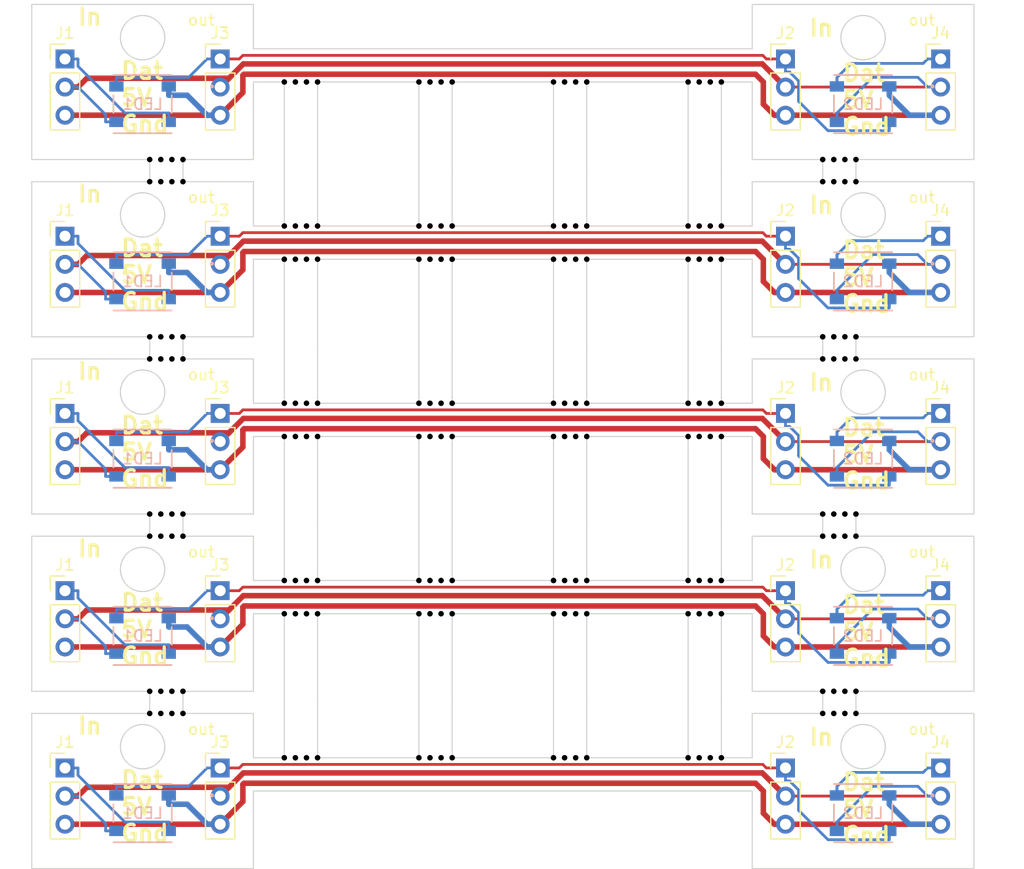
<source format=kicad_pcb>
(kicad_pcb (version 20221018) (generator pcbnew)
  (layers (0 "F.Cu" signal) (31 "B.Cu" signal) (34 "B.Paste" user) (35 "F.Paste" user) (36 "B.SilkS" user "B.Silkscreen") (37 "F.SilkS" user "F.Silkscreen") (38 "B.Mask" user) (39 "F.Mask" user) (44 "Edge.Cuts" user))
  (net 0 "")
  (net 1 "Board_0-+5V")
  (net 2 "Board_0-/A")
  (net 3 "Board_0-/B")
  (net 4 "Board_0-GND")
  (net 5 "Board_0-Net-(J1-Pin_1)")
  (net 6 "Board_1-+5V")
  (net 7 "Board_1-/A")
  (net 8 "Board_1-/B")
  (net 9 "Board_1-GND")
  (net 10 "Board_1-Net-(J1-Pin_1)")
  (net 11 "Board_2-+5V")
  (net 12 "Board_2-/A")
  (net 13 "Board_2-/B")
  (net 14 "Board_2-GND")
  (net 15 "Board_2-Net-(J1-Pin_1)")
  (net 16 "Board_3-+5V")
  (net 17 "Board_3-/A")
  (net 18 "Board_3-/B")
  (net 19 "Board_3-GND")
  (net 20 "Board_3-Net-(J1-Pin_1)")
  (net 21 "Board_4-+5V")
  (net 22 "Board_4-/A")
  (net 23 "Board_4-/B")
  (net 24 "Board_4-GND")
  (net 25 "Board_4-Net-(J1-Pin_1)")
  (footprint "NPTH" (layer "F.Cu") (at 153.071428 43)
    (fp_text reference "KiKit_MB_16_4" hide)
    (fp_text value "NPTH" hide)
  )
  (footprint "NPTH" (layer "F.Cu") (at 155.071428 43)
    (fp_text reference "KiKit_MB_16_2" hide)
    (fp_text value "NPTH" hide)
  )
  (footprint "NPTH" (layer "F.Cu") (at 166.214285 88)
    (fp_text reference "KiKit_MB_47_2" hide)
    (fp_text value "NPTH" hide)
  )
  (footprint "NPTH" (layer "F.Cu") (at 179.357142 68)
    (fp_text reference "KiKit_MB_36_3" hide)
    (fp_text value "NPTH" hide)
  )
  (footprint "NPTH" (layer "F.Cu") (at 129.785715 40)
    (fp_text reference "KiKit_MB_8_2" hide)
    (fp_text value "NPTH" hide)
  )
  (footprint "NPTH" (layer "F.Cu") (at 131.785715 88)
    (fp_text reference "KiKit_MB_44_4" hide)
    (fp_text value "NPTH" hide)
  )
  (footprint "Connector_PinHeader_2.54mm:PinHeader_1x03_P2.54mm_Vertical" (layer "F.Cu") (at 188 56.92)
    (fp_text reference "J4")
    (fp_text value "Conn_01x03_Socket")
  )
  (footprint "Connector_PinHeader_2.54mm:PinHeader_1x03_P2.54mm_Vertical" (layer "F.Cu") (at 188 40.92)
    (fp_text reference "J4")
    (fp_text value "Conn_01x03_Socket")
  )
  (footprint "NPTH" (layer "F.Cu") (at 153.071428 88)
    (fp_text reference "KiKit_MB_46_1" hide)
    (fp_text value "NPTH" hide)
  )
  (footprint "NPTH" (layer "F.Cu") (at 143.928572 27)
    (fp_text reference "KiKit_MB_3_1" hide)
    (fp_text value "NPTH" hide)
  )
  (footprint "NPTH" (layer "F.Cu") (at 129.785715 72)
    (fp_text reference "KiKit_MB_32_2" hide)
    (fp_text value "NPTH" hide)
  )
  (footprint "NPTH" (layer "F.Cu") (at 130.785715 59)
    (fp_text reference "KiKit_MB_26_2" hide)
    (fp_text value "NPTH" hide)
  )
  (footprint "NPTH" (layer "F.Cu") (at 177.357142 84)
    (fp_text reference "KiKit_MB_48_1" hide)
    (fp_text value "NPTH" hide)
  )
  (footprint "NPTH" (layer "F.Cu") (at 156.071428 88)
    (fp_text reference "KiKit_MB_46_4" hide)
    (fp_text value "NPTH" hide)
  )
  (footprint "NPTH" (layer "F.Cu") (at 142.928572 72)
    (fp_text reference "KiKit_MB_33_3" hide)
    (fp_text value "NPTH" hide)
  )
  (footprint "NPTH" (layer "F.Cu") (at 177.357142 66)
    (fp_text reference "KiKit_MB_30_4" hide)
    (fp_text value "NPTH" hide)
  )
  (footprint "NPTH" (layer "F.Cu") (at 168.214285 59)
    (fp_text reference "KiKit_MB_29_1" hide)
    (fp_text value "NPTH" hide)
  )
  (footprint "NPTH" (layer "F.Cu") (at 141.928572 75)
    (fp_text reference "KiKit_MB_39_3" hide)
    (fp_text value "NPTH" hide)
  )
  (footprint "NPTH" (layer "F.Cu") (at 141.928572 43)
    (fp_text reference "KiKit_MB_15_3" hide)
    (fp_text value "NPTH" hide)
  )
  (footprint "NPTH" (layer "F.Cu") (at 143.928572 72)
    (fp_text reference "KiKit_MB_33_4" hide)
    (fp_text value "NPTH" hide)
  )
  (footprint "NPTH" (layer "F.Cu") (at 178.357142 66)
    (fp_text reference "KiKit_MB_30_3" hide)
    (fp_text value "NPTH" hide)
  )
  (footprint "NPTH" (layer "F.Cu") (at 179.357142 50)
    (fp_text reference "KiKit_MB_18_2" hide)
    (fp_text value "NPTH" hide)
  )
  (footprint "NPTH" (layer "F.Cu") (at 153.071428 75)
    (fp_text reference "KiKit_MB_40_4" hide)
    (fp_text value "NPTH" hide)
  )
  (footprint "NPTH" (layer "F.Cu") (at 119.642858 36)
    (fp_text reference "KiKit_MB_7_4" hide)
    (fp_text value "NPTH" hide)
  )
  (footprint "NPTH" (layer "F.Cu") (at 116.642858 34)
    (fp_text reference "KiKit_MB_1_4" hide)
    (fp_text value "NPTH" hide)
  )
  (footprint "NPTH" (layer "F.Cu") (at 116.642858 66)
    (fp_text reference "KiKit_MB_25_4" hide)
    (fp_text value "NPTH" hide)
  )
  (footprint "NPTH" (layer "F.Cu") (at 130.785715 75)
    (fp_text reference "KiKit_MB_38_2" hide)
    (fp_text value "NPTH" hide)
  )
  (footprint "NPTH" (layer "F.Cu") (at 140.928572 59)
    (fp_text reference "KiKit_MB_27_4" hide)
    (fp_text value "NPTH" hide)
  )
  (footprint "NPTH" (layer "F.Cu") (at 142.928572 56)
    (fp_text reference "KiKit_MB_21_3" hide)
    (fp_text value "NPTH" hide)
  )
  (footprint "NPTH" (layer "F.Cu") (at 178.357142 36)
    (fp_text reference "KiKit_MB_12_2" hide)
    (fp_text value "NPTH" hide)
  )
  (footprint "NPTH" (layer "F.Cu") (at 140.928572 88)
    (fp_text reference "KiKit_MB_45_1" hide)
    (fp_text value "NPTH" hide)
  )
  (footprint "NPTH" (layer "F.Cu") (at 117.642858 66)
    (fp_text reference "KiKit_MB_25_3" hide)
    (fp_text value "NPTH" hide)
  )
  (footprint "Connector_PinHeader_2.54mm:PinHeader_1x03_P2.54mm_Vertical" (layer "F.Cu") (at 174 72.92)
    (fp_text reference "J2")
    (fp_text value "Conn_01x03_Socket")
  )
  (footprint "Connector_PinHeader_2.54mm:PinHeader_1x03_P2.54mm_Vertical" (layer "F.Cu") (at 109 56.92)
    (fp_text reference "J1")
    (fp_text value "LED Strip Conn")
  )
  (footprint "NPTH" (layer "F.Cu") (at 117.642858 84)
    (fp_text reference "KiKit_MB_43_2" hide)
    (fp_text value "NPTH" hide)
  )
  (footprint "NPTH" (layer "F.Cu") (at 128.785715 59)
    (fp_text reference "KiKit_MB_26_4" hide)
    (fp_text value "NPTH" hide)
  )
  (footprint "NPTH" (layer "F.Cu") (at 117.642858 50)
    (fp_text reference "KiKit_MB_13_3" hide)
    (fp_text value "NPTH" hide)
  )
  (footprint "NPTH" (layer "F.Cu") (at 128.785715 27)
    (fp_text reference "KiKit_MB_2_4" hide)
    (fp_text value "NPTH" hide)
  )
  (footprint "NPTH" (layer "F.Cu") (at 156.071428 40)
    (fp_text reference "KiKit_MB_10_4" hide)
    (fp_text value "NPTH" hide)
  )
  (footprint "NPTH" (layer "F.Cu") (at 165.214285 27)
    (fp_text reference "KiKit_MB_5_4" hide)
    (fp_text value "NPTH" hide)
  )
  (footprint "NPTH" (layer "F.Cu") (at 119.642858 84)
    (fp_text reference "KiKit_MB_43_4" hide)
    (fp_text value "NPTH" hide)
  )
  (footprint "NPTH" (layer "F.Cu") (at 166.214285 75)
    (fp_text reference "KiKit_MB_41_3" hide)
    (fp_text value "NPTH" hide)
  )
  (footprint "NPTH" (layer "F.Cu") (at 119.642858 82)
    (fp_text reference "KiKit_MB_37_1" hide)
    (fp_text value "NPTH" hide)
  )
  (footprint "NPTH" (layer "F.Cu") (at 141.928572 88)
    (fp_text reference "KiKit_MB_45_2" hide)
    (fp_text value "NPTH" hide)
  )
  (footprint "NPTH" (layer "F.Cu") (at 119.642858 52)
    (fp_text reference "KiKit_MB_19_4" hide)
    (fp_text value "NPTH" hide)
  )
  (footprint "NPTH" (layer "F.Cu") (at 130.785715 88)
    (fp_text reference "KiKit_MB_44_3" hide)
    (fp_text value "NPTH" hide)
  )
  (footprint "NPTH" (layer "F.Cu") (at 178.357142 52)
    (fp_text reference "KiKit_MB_24_2" hide)
    (fp_text value "NPTH" hide)
  )
  (footprint "NPTH" (layer "F.Cu") (at 156.071428 27)
    (fp_text reference "KiKit_MB_4_1" hide)
    (fp_text value "NPTH" hide)
  )
  (footprint "NPTH" (layer "F.Cu") (at 165.214285 88)
    (fp_text reference "KiKit_MB_47_1" hide)
    (fp_text value "NPTH" hide)
  )
  (footprint "NPTH" (layer "F.Cu") (at 142.928572 88)
    (fp_text reference "KiKit_MB_45_3" hide)
    (fp_text value "NPTH" hide)
  )
  (footprint "NPTH" (layer "F.Cu") (at 155.071428 59)
    (fp_text reference "KiKit_MB_28_2" hide)
    (fp_text value "NPTH" hide)
  )
  (footprint "NPTH" (layer "F.Cu") (at 154.071428 40)
    (fp_text reference "KiKit_MB_10_2" hide)
    (fp_text value "NPTH" hide)
  )
  (footprint "NPTH" (layer "F.Cu") (at 131.785715 59)
    (fp_text reference "KiKit_MB_26_1" hide)
    (fp_text value "NPTH" hide)
  )
  (footprint "NPTH" (layer "F.Cu") (at 167.214285 27)
    (fp_text reference "KiKit_MB_5_2" hide)
    (fp_text value "NPTH" hide)
  )
  (footprint "NPTH" (layer "F.Cu") (at 154.071428 43)
    (fp_text reference "KiKit_MB_16_3" hide)
    (fp_text value "NPTH" hide)
  )
  (footprint "NPTH" (layer "F.Cu") (at 117.642858 52)
    (fp_text reference "KiKit_MB_19_2" hide)
    (fp_text value "NPTH" hide)
  )
  (footprint "NPTH" (layer "F.Cu") (at 118.642858 84)
    (fp_text reference "KiKit_MB_43_3" hide)
    (fp_text value "NPTH" hide)
  )
  (footprint "NPTH" (layer "F.Cu") (at 129.785715 56)
    (fp_text reference "KiKit_MB_20_2" hide)
    (fp_text value "NPTH" hide)
  )
  (footprint "NPTH" (layer "F.Cu") (at 153.071428 59)
    (fp_text reference "KiKit_MB_28_4" hide)
    (fp_text value "NPTH" hide)
  )
  (footprint "Connector_PinHeader_2.54mm:PinHeader_1x03_P2.54mm_Vertical" (layer "F.Cu") (at 123 88.92)
    (fp_text reference "J3")
    (fp_text value "LED Strip Conn")
  )
  (footprint "NPTH" (layer "F.Cu") (at 178.357142 34)
    (fp_text reference "KiKit_MB_6_3" hide)
    (fp_text value "NPTH" hide)
  )
  (footprint "NPTH" (layer "F.Cu") (at 156.071428 56)
    (fp_text reference "KiKit_MB_22_4" hide)
    (fp_text value "NPTH" hide)
  )
  (footprint "NPTH" (layer "F.Cu") (at 129.785715 27)
    (fp_text reference "KiKit_MB_2_3" hide)
    (fp_text value "NPTH" hide)
  )
  (footprint "NPTH" (layer "F.Cu") (at 129.785715 75)
    (fp_text reference "KiKit_MB_38_3" hide)
    (fp_text value "NPTH" hide)
  )
  (footprint "NPTH" (layer "F.Cu") (at 142.928572 59)
    (fp_text reference "KiKit_MB_27_2" hide)
    (fp_text value "NPTH" hide)
  )
  (footprint "NPTH" (layer "F.Cu") (at 155.071428 40)
    (fp_text reference "KiKit_MB_10_3" hide)
    (fp_text value "NPTH" hide)
  )
  (footprint "NPTH" (layer "F.Cu") (at 142.928572 40)
    (fp_text reference "KiKit_MB_9_3" hide)
    (fp_text value "NPTH" hide)
  )
  (footprint "NPTH" (layer "F.Cu") (at 128.785715 40)
    (fp_text reference "KiKit_MB_8_1" hide)
    (fp_text value "NPTH" hide)
  )
  (footprint "NPTH" (layer "F.Cu") (at 166.214285 27)
    (fp_text reference "KiKit_MB_5_3" hide)
    (fp_text value "NPTH" hide)
  )
  (footprint "NPTH" (layer "F.Cu") (at 180.357142 34)
    (fp_text reference "KiKit_MB_6_1" hide)
    (fp_text value "NPTH" hide)
  )
  (footprint "NPTH" (layer "F.Cu") (at 153.071428 27)
    (fp_text reference "KiKit_MB_4_4" hide)
    (fp_text value "NPTH" hide)
  )
  (footprint "NPTH" (layer "F.Cu") (at 168.214285 43)
    (fp_text reference "KiKit_MB_17_1" hide)
    (fp_text value "NPTH" hide)
  )
  (footprint "NPTH" (layer "F.Cu") (at 130.785715 27)
    (fp_text reference "KiKit_MB_2_2" hide)
    (fp_text value "NPTH" hide)
  )
  (footprint "NPTH" (layer "F.Cu") (at 130.785715 43)
    (fp_text reference "KiKit_MB_14_2" hide)
    (fp_text value "NPTH" hide)
  )
  (footprint "NPTH" (layer "F.Cu") (at 143.928572 88)
    (fp_text reference "KiKit_MB_45_4" hide)
    (fp_text value "NPTH" hide)
  )
  (footprint "NPTH" (layer "F.Cu") (at 129.785715 88)
    (fp_text reference "KiKit_MB_44_2" hide)
    (fp_text value "NPTH" hide)
  )
  (footprint "NPTH" (layer "F.Cu") (at 180.357142 82)
    (fp_text reference "KiKit_MB_42_1" hide)
    (fp_text value "NPTH" hide)
  )
  (footprint "NPTH" (layer "F.Cu") (at 179.357142 52)
    (fp_text reference "KiKit_MB_24_3" hide)
    (fp_text value "NPTH" hide)
  )
  (footprint "NPTH" (layer "F.Cu") (at 131.785715 43)
    (fp_text reference "KiKit_MB_14_1" hide)
    (fp_text value "NPTH" hide)
  )
  (footprint "NPTH" (layer "F.Cu") (at 165.214285 56)
    (fp_text reference "KiKit_MB_23_1" hide)
    (fp_text value "NPTH" hide)
  )
  (footprint "NPTH" (layer "F.Cu") (at 118.642858 52)
    (fp_text reference "KiKit_MB_19_3" hide)
    (fp_text value "NPTH" hide)
  )
  (footprint "Connector_PinHeader_2.54mm:PinHeader_1x03_P2.54mm_Vertical" (layer "F.Cu") (at 174 56.92)
    (fp_text reference "J2")
    (fp_text value "Conn_01x03_Socket")
  )
  (footprint "NPTH" (layer "F.Cu") (at 168.214285 56)
    (fp_text reference "KiKit_MB_23_4" hide)
    (fp_text value "NPTH" hide)
  )
  (footprint "Connector_PinHeader_2.54mm:PinHeader_1x03_P2.54mm_Vertical" (layer "F.Cu") (at 123 24.92)
    (fp_text reference "J3")
    (fp_text value "LED Strip Conn")
  )
  (footprint "Connector_PinHeader_2.54mm:PinHeader_1x03_P2.54mm_Vertical" (layer "F.Cu") (at 188 88.92)
    (fp_text reference "J4")
    (fp_text value "Conn_01x03_Socket")
  )
  (footprint "NPTH" (layer "F.Cu") (at 156.071428 43)
    (fp_text reference "KiKit_MB_16_1" hide)
    (fp_text value "NPTH" hide)
  )
  (footprint "Connector_PinHeader_2.54mm:PinHeader_1x03_P2.54mm_Vertical" (layer "F.Cu") (at 123 40.92)
    (fp_text reference "J3")
    (fp_text value "LED Strip Conn")
  )
  (footprint "NPTH" (layer "F.Cu") (at 156.071428 75)
    (fp_text reference "KiKit_MB_40_1" hide)
    (fp_text value "NPTH" hide)
  )
  (footprint "Connector_PinHeader_2.54mm:PinHeader_1x03_P2.54mm_Vertical" (layer "F.Cu") (at 188 72.92)
    (fp_text reference "J4")
    (fp_text value "Conn_01x03_Socket")
  )
  (footprint "NPTH" (layer "F.Cu") (at 177.357142 50)
    (fp_text reference "KiKit_MB_18_4" hide)
    (fp_text value "NPTH" hide)
  )
  (footprint "NPTH" (layer "F.Cu") (at 118.642858 36)
    (fp_text reference "KiKit_MB_7_3" hide)
    (fp_text value "NPTH" hide)
  )
  (footprint "NPTH" (layer "F.Cu") (at 140.928572 43)
    (fp_text reference "KiKit_MB_15_4" hide)
    (fp_text value "NPTH" hide)
  )
  (footprint "NPTH" (layer "F.Cu") (at 140.928572 75)
    (fp_text reference "KiKit_MB_39_4" hide)
    (fp_text value "NPTH" hide)
  )
  (footprint "NPTH" (layer "F.Cu") (at 180.357142 68)
    (fp_text reference "KiKit_MB_36_4" hide)
    (fp_text value "NPTH" hide)
  )
  (footprint "NPTH" (layer "F.Cu") (at 168.214285 75)
    (fp_text reference "KiKit_MB_41_1" hide)
    (fp_text value "NPTH" hide)
  )
  (footprint "NPTH" (layer "F.Cu") (at 155.071428 88)
    (fp_text reference "KiKit_MB_46_3" hide)
    (fp_text value "NPTH" hide)
  )
  (footprint "NPTH" (layer "F.Cu") (at 156.071428 72)
    (fp_text reference "KiKit_MB_34_4" hide)
    (fp_text value "NPTH" hide)
  )
  (footprint "NPTH" (layer "F.Cu") (at 141.928572 56)
    (fp_text reference "KiKit_MB_21_2" hide)
    (fp_text value "NPTH" hide)
  )
  (footprint "NPTH" (layer "F.Cu") (at 167.214285 75)
    (fp_text reference "KiKit_MB_41_2" hide)
    (fp_text value "NPTH" hide)
  )
  (footprint "NPTH" (layer "F.Cu") (at 154.071428 75)
    (fp_text reference "KiKit_MB_40_3" hide)
    (fp_text value "NPTH" hide)
  )
  (footprint "NPTH" (layer "F.Cu") (at 140.928572 40)
    (fp_text reference "KiKit_MB_9_1" hide)
    (fp_text value "NPTH" hide)
  )
  (footprint "NPTH" (layer "F.Cu") (at 177.357142 34)
    (fp_text reference "KiKit_MB_6_4" hide)
    (fp_text value "NPTH" hide)
  )
  (footprint "NPTH" (layer "F.Cu") (at 154.071428 88)
    (fp_text reference "KiKit_MB_46_2" hide)
    (fp_text value "NPTH" hide)
  )
  (footprint "NPTH" (layer "F.Cu") (at 155.071428 27)
    (fp_text reference "KiKit_MB_4_2" hide)
    (fp_text value "NPTH" hide)
  )
  (footprint "Connector_PinHeader_2.54mm:PinHeader_1x03_P2.54mm_Vertical" (layer "F.Cu") (at 188 24.92)
    (fp_text reference "J4")
    (fp_text value "Conn_01x03_Socket")
  )
  (footprint "NPTH" (layer "F.Cu") (at 130.785715 56)
    (fp_text reference "KiKit_MB_20_3" hide)
    (fp_text value "NPTH" hide)
  )
  (footprint "NPTH" (layer "F.Cu") (at 155.071428 72)
    (fp_text reference "KiKit_MB_34_3" hide)
    (fp_text value "NPTH" hide)
  )
  (footprint "Connector_PinHeader_2.54mm:PinHeader_1x03_P2.54mm_Vertical" (layer "F.Cu") (at 174 24.92)
    (fp_text reference "J2")
    (fp_text value "Conn_01x03_Socket")
  )
  (footprint "NPTH" (layer "F.Cu") (at 130.785715 40)
    (fp_text reference "KiKit_MB_8_3" hide)
    (fp_text value "NPTH" hide)
  )
  (footprint "NPTH" (layer "F.Cu") (at 165.214285 59)
    (fp_text reference "KiKit_MB_29_4" hide)
    (fp_text value "NPTH" hide)
  )
  (footprint "NPTH" (layer "F.Cu") (at 165.214285 40)
    (fp_text reference "KiKit_MB_11_1" hide)
    (fp_text value "NPTH" hide)
  )
  (footprint "NPTH" (layer "F.Cu") (at 165.214285 72)
    (fp_text reference "KiKit_MB_35_1" hide)
    (fp_text value "NPTH" hide)
  )
  (footprint "NPTH" (layer "F.Cu") (at 131.785715 75)
    (fp_text reference "KiKit_MB_38_1" hide)
    (fp_text value "NPTH" hide)
  )
  (footprint "NPTH" (layer "F.Cu") (at 128.785715 56)
    (fp_text reference "KiKit_MB_20_1" hide)
    (fp_text value "NPTH" hide)
  )
  (footprint "NPTH" (layer "F.Cu") (at 153.071428 56)
    (fp_text reference "KiKit_MB_22_1" hide)
    (fp_text value "NPTH" hide)
  )
  (footprint "NPTH" (layer "F.Cu") (at 177.357142 52)
    (fp_text reference "KiKit_MB_24_1" hide)
    (fp_text value "NPTH" hide)
  )
  (footprint "NPTH" (layer "F.Cu") (at 116.642858 50)
    (fp_text reference "KiKit_MB_13_4" hide)
    (fp_text value "NPTH" hide)
  )
  (footprint "NPTH" (layer "F.Cu") (at 167.214285 72)
    (fp_text reference "KiKit_MB_35_3" hide)
    (fp_text value "NPTH" hide)
  )
  (footprint "NPTH" (layer "F.Cu") (at 118.642858 68)
    (fp_text reference "KiKit_MB_31_3" hide)
    (fp_text value "NPTH" hide)
  )
  (footprint "NPTH" (layer "F.Cu") (at 116.642858 68)
    (fp_text reference "KiKit_MB_31_1" hide)
    (fp_text value "NPTH" hide)
  )
  (footprint "NPTH" (layer "F.Cu") (at 143.928572 40)
    (fp_text reference "KiKit_MB_9_4" hide)
    (fp_text value "NPTH" hide)
  )
  (footprint "NPTH" (layer "F.Cu") (at 143.928572 56)
    (fp_text reference "KiKit_MB_21_4" hide)
    (fp_text value "NPTH" hide)
  )
  (footprint "NPTH" (layer "F.Cu") (at 168.214285 88)
    (fp_text reference "KiKit_MB_47_4" hide)
    (fp_text value "NPTH" hide)
  )
  (footprint "NPTH" (layer "F.Cu") (at 154.071428 56)
    (fp_text reference "KiKit_MB_22_2" hide)
    (fp_text value "NPTH" hide)
  )
  (footprint "NPTH" (layer "F.Cu") (at 131.785715 56)
    (fp_text reference "KiKit_MB_20_4" hide)
    (fp_text value "NPTH" hide)
  )
  (footprint "Connector_PinHeader_2.54mm:PinHeader_1x03_P2.54mm_Vertical" (layer "F.Cu") (at 123 56.92)
    (fp_text reference "J3")
    (fp_text value "LED Strip Conn")
  )
  (footprint "Connector_PinHeader_2.54mm:PinHeader_1x03_P2.54mm_Vertical" (layer "F.Cu") (at 109 24.92)
    (fp_text reference "J1")
    (fp_text value "LED Strip Conn")
  )
  (footprint "NPTH" (layer "F.Cu") (at 118.642858 66)
    (fp_text reference "KiKit_MB_25_2" hide)
    (fp_text value "NPTH" hide)
  )
  (footprint "NPTH" (layer "F.Cu") (at 117.642858 82)
    (fp_text reference "KiKit_MB_37_3" hide)
    (fp_text value "NPTH" hide)
  )
  (footprint "NPTH" (layer "F.Cu") (at 118.642858 82)
    (fp_text reference "KiKit_MB_37_2" hide)
    (fp_text value "NPTH" hide)
  )
  (footprint "NPTH" (layer "F.Cu") (at 128.785715 43)
    (fp_text reference "KiKit_MB_14_4" hide)
    (fp_text value "NPTH" hide)
  )
  (footprint "NPTH" (layer "F.Cu") (at 117.642858 36)
    (fp_text reference "KiKit_MB_7_2" hide)
    (fp_text value "NPTH" hide)
  )
  (footprint "NPTH" (layer "F.Cu") (at 131.785715 27)
    (fp_text reference "KiKit_MB_2_1" hide)
    (fp_text value "NPTH" hide)
  )
  (footprint "NPTH" (layer "F.Cu") (at 141.928572 40)
    (fp_text reference "KiKit_MB_9_2" hide)
    (fp_text value "NPTH" hide)
  )
  (footprint "NPTH" (layer "F.Cu") (at 128.785715 72)
    (fp_text reference "KiKit_MB_32_1" hide)
    (fp_text value "NPTH" hide)
  )
  (footprint "Connector_PinHeader_2.54mm:PinHeader_1x03_P2.54mm_Vertical" (layer "F.Cu") (at 109 72.92)
    (fp_text reference "J1")
    (fp_text value "LED Strip Conn")
  )
  (footprint "NPTH" (layer "F.Cu") (at 177.357142 82)
    (fp_text reference "KiKit_MB_42_4" hide)
    (fp_text value "NPTH" hide)
  )
  (footprint "NPTH" (layer "F.Cu") (at 116.642858 84)
    (fp_text reference "KiKit_MB_43_1" hide)
    (fp_text value "NPTH" hide)
  )
  (footprint "NPTH" (layer "F.Cu") (at 141.928572 27)
    (fp_text reference "KiKit_MB_3_3" hide)
    (fp_text value "NPTH" hide)
  )
  (footprint "NPTH" (layer "F.Cu") (at 140.928572 56)
    (fp_text reference "KiKit_MB_21_1" hide)
    (fp_text value "NPTH" hide)
  )
  (footprint "NPTH" (layer "F.Cu") (at 167.214285 56)
    (fp_text reference "KiKit_MB_23_3" hide)
    (fp_text value "NPTH" hide)
  )
  (footprint "NPTH" (layer "F.Cu") (at 129.785715 59)
    (fp_text reference "KiKit_MB_26_3" hide)
    (fp_text value "NPTH" hide)
  )
  (footprint "NPTH" (layer "F.Cu") (at 168.214285 27)
    (fp_text reference "KiKit_MB_5_1" hide)
    (fp_text value "NPTH" hide)
  )
  (footprint "NPTH" (layer "F.Cu") (at 153.071428 40)
    (fp_text reference "KiKit_MB_10_1" hide)
    (fp_text value "NPTH" hide)
  )
  (footprint "NPTH" (layer "F.Cu") (at 178.357142 50)
    (fp_text reference "KiKit_MB_18_3" hide)
    (fp_text value "NPTH" hide)
  )
  (footprint "NPTH" (layer "F.Cu") (at 179.357142 36)
    (fp_text reference "KiKit_MB_12_3" hide)
    (fp_text value "NPTH" hide)
  )
  (footprint "NPTH" (layer "F.Cu") (at 177.357142 36)
    (fp_text reference "KiKit_MB_12_1" hide)
    (fp_text value "NPTH" hide)
  )
  (footprint "NPTH" (layer "F.Cu") (at 180.357142 36)
    (fp_text reference "KiKit_MB_12_4" hide)
    (fp_text value "NPTH" hide)
  )
  (footprint "NPTH" (layer "F.Cu") (at 180.357142 66)
    (fp_text reference "KiKit_MB_30_1" hide)
    (fp_text value "NPTH" hide)
  )
  (footprint "NPTH" (layer "F.Cu") (at 180.357142 50)
    (fp_text reference "KiKit_MB_18_1" hide)
    (fp_text value "NPTH" hide)
  )
  (footprint "NPTH" (layer "F.Cu") (at 153.071428 72)
    (fp_text reference "KiKit_MB_34_1" hide)
    (fp_text value "NPTH" hide)
  )
  (footprint "NPTH" (layer "F.Cu") (at 177.357142 68)
    (fp_text reference "KiKit_MB_36_1" hide)
    (fp_text value "NPTH" hide)
  )
  (footprint "NPTH" (layer "F.Cu") (at 180.357142 84)
    (fp_text reference "KiKit_MB_48_4" hide)
    (fp_text value "NPTH" hide)
  )
  (footprint "NPTH" (layer "F.Cu") (at 128.785715 75)
    (fp_text reference "KiKit_MB_38_4" hide)
    (fp_text value "NPTH" hide)
  )
  (footprint "NPTH" (layer "F.Cu") (at 167.214285 59)
    (fp_text reference "KiKit_MB_29_2" hide)
    (fp_text value "NPTH" hide)
  )
  (footprint "NPTH" (layer "F.Cu") (at 155.071428 75)
    (fp_text reference "KiKit_MB_40_2" hide)
    (fp_text value "NPTH" hide)
  )
  (footprint "NPTH" (layer "F.Cu") (at 143.928572 43)
    (fp_text reference "KiKit_MB_15_1" hide)
    (fp_text value "NPTH" hide)
  )
  (footprint "NPTH" (layer "F.Cu") (at 178.357142 68)
    (fp_text reference "KiKit_MB_36_2" hide)
    (fp_text value "NPTH" hide)
  )
  (footprint "Connector_PinHeader_2.54mm:PinHeader_1x03_P2.54mm_Vertical" (layer "F.Cu") (at 174 88.92)
    (fp_text reference "J2")
    (fp_text value "Conn_01x03_Socket")
  )
  (footprint "NPTH" (layer "F.Cu") (at 165.214285 75)
    (fp_text reference "KiKit_MB_41_4" hide)
    (fp_text value "NPTH" hide)
  )
  (footprint "NPTH" (layer "F.Cu") (at 140.928572 27)
    (fp_text reference "KiKit_MB_3_4" hide)
    (fp_text value "NPTH" hide)
  )
  (footprint "NPTH" (layer "F.Cu") (at 129.785715 43)
    (fp_text reference "KiKit_MB_14_3" hide)
    (fp_text value "NPTH" hide)
  )
  (footprint "Connector_PinHeader_2.54mm:PinHeader_1x03_P2.54mm_Vertical" (layer "F.Cu") (at 123 72.92)
    (fp_text reference "J3")
    (fp_text value "LED Strip Conn")
  )
  (footprint "NPTH" (layer "F.Cu") (at 154.071428 27)
    (fp_text reference "KiKit_MB_4_3" hide)
    (fp_text value "NPTH" hide)
  )
  (footprint "NPTH" (layer "F.Cu") (at 128.785715 88)
    (fp_text reference "KiKit_MB_44_1" hide)
    (fp_text value "NPTH" hide)
  )
  (footprint "NPTH" (layer "F.Cu") (at 141.928572 59)
    (fp_text reference "KiKit_MB_27_3" hide)
    (fp_text value "NPTH" hide)
  )
  (footprint "NPTH" (layer "F.Cu") (at 142.928572 75)
    (fp_text reference "KiKit_MB_39_2" hide)
    (fp_text value "NPTH" hide)
  )
  (footprint "NPTH" (layer "F.Cu") (at 118.642858 50)
    (fp_text reference "KiKit_MB_13_2" hide)
    (fp_text value "NPTH" hide)
  )
  (footprint "NPTH" (layer "F.Cu") (at 141.928572 72)
    (fp_text reference "KiKit_MB_33_2" hide)
    (fp_text value "NPTH" hide)
  )
  (footprint "NPTH" (layer "F.Cu") (at 179.357142 34)
    (fp_text reference "KiKit_MB_6_2" hide)
    (fp_text value "NPTH" hide)
  )
  (footprint "NPTH" (layer "F.Cu") (at 166.214285 59)
    (fp_text reference "KiKit_MB_29_3" hide)
    (fp_text value "NPTH" hide)
  )
  (footprint "NPTH" (layer "F.Cu") (at 179.357142 66)
    (fp_text reference "KiKit_MB_30_2" hide)
    (fp_text value "NPTH" hide)
  )
  (footprint "NPTH" (layer "F.Cu") (at 118.642858 34)
    (fp_text reference "KiKit_MB_1_2" hide)
    (fp_text value "NPTH" hide)
  )
  (footprint "NPTH" (layer "F.Cu") (at 116.642858 36)
    (fp_text reference "KiKit_MB_7_1" hide)
    (fp_text value "NPTH" hide)
  )
  (footprint "NPTH" (layer "F.Cu") (at 166.214285 43)
    (fp_text reference "KiKit_MB_17_3" hide)
    (fp_text value "NPTH" hide)
  )
  (footprint "NPTH" (layer "F.Cu") (at 166.214285 40)
    (fp_text reference "KiKit_MB_11_2" hide)
    (fp_text value "NPTH" hide)
  )
  (footprint "NPTH" (layer "F.Cu") (at 154.071428 72)
    (fp_text reference "KiKit_MB_34_2" hide)
    (fp_text value "NPTH" hide)
  )
  (footprint "NPTH" (layer "F.Cu") (at 130.785715 72)
    (fp_text reference "KiKit_MB_32_3" hide)
    (fp_text value "NPTH" hide)
  )
  (footprint "NPTH" (layer "F.Cu") (at 156.071428 59)
    (fp_text reference "KiKit_MB_28_1" hide)
    (fp_text value "NPTH" hide)
  )
  (footprint "NPTH" (layer "F.Cu") (at 117.642858 34)
    (fp_text reference "KiKit_MB_1_3" hide)
    (fp_text value "NPTH" hide)
  )
  (footprint "NPTH" (layer "F.Cu") (at 180.357142 52)
    (fp_text reference "KiKit_MB_24_4" hide)
    (fp_text value "NPTH" hide)
  )
  (footprint "NPTH" (layer "F.Cu") (at 143.928572 75)
    (fp_text reference "KiKit_MB_39_1" hide)
    (fp_text value "NPTH" hide)
  )
  (footprint "NPTH" (layer "F.Cu") (at 167.214285 43)
    (fp_text reference "KiKit_MB_17_2" hide)
    (fp_text value "NPTH" hide)
  )
  (footprint "NPTH" (layer "F.Cu") (at 116.642858 82)
    (fp_text reference "KiKit_MB_37_4" hide)
    (fp_text value "NPTH" hide)
  )
  (footprint "NPTH" (layer "F.Cu") (at 155.071428 56)
    (fp_text reference "KiKit_MB_22_3" hide)
    (fp_text value "NPTH" hide)
  )
  (footprint "NPTH" (layer "F.Cu") (at 154.071428 59)
    (fp_text reference "KiKit_MB_28_3" hide)
    (fp_text value "NPTH" hide)
  )
  (footprint "NPTH" (layer "F.Cu") (at 166.214285 72)
    (fp_text reference "KiKit_MB_35_2" hide)
    (fp_text value "NPTH" hide)
  )
  (footprint "Connector_PinHeader_2.54mm:PinHeader_1x03_P2.54mm_Vertical" (layer "F.Cu") (at 109 40.92)
    (fp_text reference "J1")
    (fp_text value "LED Strip Conn")
  )
  (footprint "NPTH" (layer "F.Cu") (at 117.642858 68)
    (fp_text reference "KiKit_MB_31_2" hide)
    (fp_text value "NPTH" hide)
  )
  (footprint "NPTH" (layer "F.Cu") (at 119.642858 50)
    (fp_text reference "KiKit_MB_13_1" hide)
    (fp_text value "NPTH" hide)
  )
  (footprint "NPTH" (layer "F.Cu") (at 119.642858 68)
    (fp_text reference "KiKit_MB_31_4" hide)
    (fp_text value "NPTH" hide)
  )
  (footprint "NPTH" (layer "F.Cu") (at 178.357142 82)
    (fp_text reference "KiKit_MB_42_3" hide)
    (fp_text value "NPTH" hide)
  )
  (footprint "NPTH" (layer "F.Cu") (at 165.214285 43)
    (fp_text reference "KiKit_MB_17_4" hide)
    (fp_text value "NPTH" hide)
  )
  (footprint "NPTH" (layer "F.Cu") (at 179.357142 82)
    (fp_text reference "KiKit_MB_42_2" hide)
    (fp_text value "NPTH" hide)
  )
  (footprint "NPTH" (layer "F.Cu") (at 116.642858 52)
    (fp_text reference "KiKit_MB_19_1" hide)
    (fp_text value "NPTH" hide)
  )
  (footprint "NPTH" (layer "F.Cu") (at 166.214285 56)
    (fp_text reference "KiKit_MB_23_2" hide)
    (fp_text value "NPTH" hide)
  )
  (footprint "NPTH" (layer "F.Cu") (at 178.357142 84)
    (fp_text reference "KiKit_MB_48_2" hide)
    (fp_text value "NPTH" hide)
  )
  (footprint "Connector_PinHeader_2.54mm:PinHeader_1x03_P2.54mm_Vertical" (layer "F.Cu") (at 174 40.92)
    (fp_text reference "J2")
    (fp_text value "Conn_01x03_Socket")
  )
  (footprint "NPTH" (layer "F.Cu") (at 131.785715 40)
    (fp_text reference "KiKit_MB_8_4" hide)
    (fp_text value "NPTH" hide)
  )
  (footprint "NPTH" (layer "F.Cu") (at 167.214285 40)
    (fp_text reference "KiKit_MB_11_3" hide)
    (fp_text value "NPTH" hide)
  )
  (footprint "NPTH" (layer "F.Cu") (at 140.928572 72)
    (fp_text reference "KiKit_MB_33_1" hide)
    (fp_text value "NPTH" hide)
  )
  (footprint "NPTH" (layer "F.Cu") (at 143.928572 59)
    (fp_text reference "KiKit_MB_27_1" hide)
    (fp_text value "NPTH" hide)
  )
  (footprint "Connector_PinHeader_2.54mm:PinHeader_1x03_P2.54mm_Vertical" (layer "F.Cu") (at 109 88.92)
    (fp_text reference "J1")
    (fp_text value "LED Strip Conn")
  )
  (footprint "NPTH" (layer "F.Cu") (at 142.928572 43)
    (fp_text reference "KiKit_MB_15_2" hide)
    (fp_text value "NPTH" hide)
  )
  (footprint "NPTH" (layer "F.Cu") (at 168.214285 40)
    (fp_text reference "KiKit_MB_11_4" hide)
    (fp_text value "NPTH" hide)
  )
  (footprint "NPTH" (layer "F.Cu") (at 131.785715 72)
    (fp_text reference "KiKit_MB_32_4" hide)
    (fp_text value "NPTH" hide)
  )
  (footprint "NPTH" (layer "F.Cu") (at 167.214285 88)
    (fp_text reference "KiKit_MB_47_3" hide)
    (fp_text value "NPTH" hide)
  )
  (footprint "NPTH" (layer "F.Cu") (at 142.928572 27)
    (fp_text reference "KiKit_MB_3_2" hide)
    (fp_text value "NPTH" hide)
  )
  (footprint "NPTH" (layer "F.Cu") (at 119.642858 34)
    (fp_text reference "KiKit_MB_1_1" hide)
    (fp_text value "NPTH" hide)
  )
  (footprint "NPTH" (layer "F.Cu") (at 168.214285 72)
    (fp_text reference "KiKit_MB_35_4" hide)
    (fp_text value "NPTH" hide)
  )
  (footprint "NPTH" (layer "F.Cu") (at 119.642858 66)
    (fp_text reference "KiKit_MB_25_1" hide)
    (fp_text value "NPTH" hide)
  )
  (footprint "NPTH" (layer "F.Cu") (at 179.357142 84)
    (fp_text reference "KiKit_MB_48_3" hide)
    (fp_text value "NPTH" hide)
  )
  (footprint "Relay_parts:LED_IN-PI55TAT_INL" (layer "B.Cu") (at 181 45 180)
    (fp_text reference "LED2")
    (fp_text value "IN-PI55TATPRPGPB")
  )
  (footprint "Relay_parts:LED_IN-PI55TAT_INL" (layer "B.Cu") (at 116 61 180)
    (fp_text reference "LED1")
    (fp_text value "IN-PI55TATPRPGPB")
  )
  (footprint "Relay_parts:LED_IN-PI55TAT_INL" (layer "B.Cu") (at 181 61 180)
    (fp_text reference "LED2")
    (fp_text value "IN-PI55TATPRPGPB")
  )
  (footprint "Relay_parts:LED_IN-PI55TAT_INL" (layer "B.Cu") (at 181 93 180)
    (fp_text reference "LED2")
    (fp_text value "IN-PI55TATPRPGPB")
  )
  (footprint "Relay_parts:LED_IN-PI55TAT_INL" (layer "B.Cu") (at 116 77 180)
    (fp_text reference "LED1")
    (fp_text value "IN-PI55TATPRPGPB")
  )
  (footprint "Relay_parts:LED_IN-PI55TAT_INL" (layer "B.Cu") (at 116 93 180)
    (fp_text reference "LED1")
    (fp_text value "IN-PI55TATPRPGPB")
  )
  (footprint "Relay_parts:LED_IN-PI55TAT_INL" (layer "B.Cu") (at 116 29 180)
    (fp_text reference "LED1")
    (fp_text value "IN-PI55TATPRPGPB")
  )
  (footprint "Relay_parts:LED_IN-PI55TAT_INL" (layer "B.Cu") (at 116 45 180)
    (fp_text reference "LED1")
    (fp_text value "IN-PI55TATPRPGPB")
  )
  (footprint "Relay_parts:LED_IN-PI55TAT_INL" (layer "B.Cu") (at 181 29 180)
    (fp_text reference "LED2")
    (fp_text value "IN-PI55TATPRPGPB")
  )
  (footprint "Relay_parts:LED_IN-PI55TAT_INL" (layer "B.Cu") (at 181 77 180)
    (fp_text reference "LED2")
    (fp_text value "IN-PI55TATPRPGPB")
  )
  (gr_line (start 168.214285 82.999) (end 168.214285 75) (stroke (width 0.1)) (layer "Edge.Cuts"))
  (gr_line (start 182.845383 23.771076) (end 182.804993 23.861394) (stroke (width 0.1)) (layer "Edge.Cuts"))
  (gr_line (start 182.179569 21.384878) (end 182.257999 21.445189) (stroke (width 0.1)) (layer "Edge.Cuts"))
  (gr_line (start 117.539132 21.722866) (end 117.600408 21.800544) (stroke (width 0.1)) (layer "Edge.Cuts"))
  (gr_line (start 118 23) (end 117.997552 23.098907) (stroke (width 0.1)) (layer "Edge.Cuts"))
  (gr_line (start 181.172942 40.992508) (end 181.074193 40.998623) (stroke (width 0.1)) (layer "Edge.Cuts"))
  (gr_line (start 181.748193 88.854779) (end 181.655552 88.88951) (stroke (width 0.1)) (layer "Edge.Cuts"))
  (gr_line (start 181.074193 24.998623) (end 180.975263 24.999847) (stroke (width 0.1)) (layer "Edge.Cuts"))
  (gr_line (start 182.804993 39.861394) (end 182.760185 39.949603) (stroke (width 0.1)) (layer "Edge.Cuts"))
  (gr_line (start 117.47409 21.648313) (end 117.539132 21.722866) (stroke (width 0.1)) (layer "Edge.Cuts"))
  (gr_line (start 177.357142 51.001) (end 177.357142 52) (stroke (width 0.1)) (layer "Edge.Cuts"))
  (gr_line (start 179.703927 53.47678) (end 179.780842 53.414549) (stroke (width 0.1)) (layer "Edge.Cuts"))
  (gr_line (start 182.997552 22.901092) (end 183 23) (stroke (width 0.1)) (layer "Edge.Cuts"))
  (gr_line (start 117.960964 23.393212) (end 117.939119 23.489708) (stroke (width 0.1)) (layer "Edge.Cuts"))
  (gr_line (start 182.912529 87.585006) (end 182.881258 87.678872) (stroke (width 0.1)) (layer "Edge.Cuts"))
  (gr_line (start 179.102525 54.367867) (end 179.136108 54.274803) (stroke (width 0.1)) (layer "Edge.Cuts"))
  (gr_line (start 115.777826 37.012378) (end 115.876394 37.003823) (stroke (width 0.1)) (layer "Edge.Cuts"))
  (gr_line (start 180.975263 40.999847) (end 180.876394 40.996176) (stroke (width 0.1)) (layer "Edge.Cuts"))
  (gr_line (start 114.943426 85.301867) (end 115.028698 85.251694) (stroke (width 0.1)) (layer "Edge.Cuts"))
  (gr_line (start 182.71107 53.96451) (end 182.760185 54.050396) (stroke (width 0.1)) (layer "Edge.Cuts"))
  (gr_line (start 131.785714 83.001) (end 131.785714 82.999) (stroke (width 0.1)) (layer "Edge.Cuts"))
  (gr_line (start 153.071428 82.999) (end 153.071428 83.001) (stroke (width 0.1)) (layer "Edge.Cuts"))
  (gr_line (start 181.074193 21.001376) (end 181.172942 21.007491) (stroke (width 0.1)) (layer "Edge.Cuts"))
  (gr_line (start 116.368929 85.034321) (end 116.465687 85.054971) (stroke (width 0.1)) (layer "Edge.Cuts"))
  (gr_line (start 182.997552 87.098907) (end 182.990217 87.197572) (stroke (width 0.1)) (layer "Edge.Cuts"))
  (gr_line (start 182.098252 40.671478) (end 182.014247 40.723746) (stroke (width 0.1)) (layer "Edge.Cuts"))
  (gr_line (start 126 56) (end 126 52) (stroke (width 0.1)) (layer "Edge.Cuts"))
  (gr_line (start 116.074193 88.998623) (end 115.975263 88.999847) (stroke (width 0.1)) (layer "Edge.Cuts"))
  (gr_line (start 179.263841 22.007149) (end 179.315065 21.922504) (stroke (width 0.1)) (layer "Edge.Cuts"))
  (gr_line (start 182.978011 23.295754) (end 182.960964 23.393212) (stroke (width 0.1)) (layer "Edge.Cuts"))
  (gr_line (start 114.073586 71.537521) (end 114.04936 71.441595) (stroke (width 0.1)) (layer "Edge.Cuts"))
  (gr_line (start 182.978011 54.704245) (end 182.990217 54.802427) (stroke (width 0.1)) (layer "Edge.Cuts"))
  (gr_line (start 182.539132 56.277133) (end 182.47409 56.351686) (stroke (width 0.1)) (layer "Edge.Cuts"))
  (gr_line (start 114.005504 87.148285) (end 114.000611 87.049468) (stroke (width 0.1)) (layer "Edge.Cuts"))
  (gr_line (start 182.539132 72.277133) (end 182.47409 72.351686) (stroke (width 0.1)) (layer "Edge.Cuts"))
  (gr_line (start 117.098252 37.328521) (end 117.179569 37.384878) (stroke (width 0.1)) (layer "Edge.Cuts"))
  (gr_line (start 182.539132 37.722866) (end 182.600408 37.800544) (stroke (width 0.1)) (layer "Edge.Cuts"))
  (gr_line (start 181.271267 85.018481) (end 181.368929 85.034321) (stroke (width 0.1)) (layer "Edge.Cuts"))
  (gr_line (start 126 75) (end 128.785714 75) (stroke (width 0.1)) (layer "Edge.Cuts"))
  (gr_line (start 180.975263 72.999847) (end 180.876394 72.996176) (stroke (width 0.1)) (layer "Edge.Cuts"))
  (gr_line (start 165.214285 72) (end 156.071428 72) (stroke (width 0.1)) (layer "Edge.Cuts"))
  (gr_line (start 181.839003 88.815508) (end 181.748193 88.854779) (stroke (width 0.1)) (layer "Edge.Cuts"))
  (gr_line (start 179.073586 23.537521) (end 179.04936 23.441595) (stroke (width 0.1)) (layer "Edge.Cuts"))
  (gr_line (start 182.600408 85.800544) (end 182.657767 85.881158) (stroke (width 0.1)) (layer "Edge.Cuts"))
  (gr_line (start 183 39) (end 182.997552 39.098907) (stroke (width 0.1)) (layer "Edge.Cuts"))
  (gr_line (start 182.939119 54.510291) (end 182.960964 54.606787) (stroke (width 0.1)) (layer "Edge.Cuts"))
  (gr_line (start 116.748193 56.854779) (end 116.655552 56.88951) (stroke (width 0.1)) (layer "Edge.Cuts"))
  (gr_line (start 117.71107 88.035489) (end 117.657767 88.118841) (stroke (width 0.1)) (layer "Edge.Cuts"))
  (gr_line (start 116.271267 24.981518) (end 116.172942 24.992508) (stroke (width 0.1)) (layer "Edge.Cuts"))
  (gr_line (start 117.600408 53.800544) (end 117.657767 53.881158) (stroke (width 0.1)) (layer "Edge.Cuts"))
  (gr_line (start 179.370413 72.159503) (end 179.315065 72.077495) (stroke (width 0.1)) (layer "Edge.Cuts"))
  (gr_line (start 116.839003 21.184491) (end 116.927761 21.228204) (stroke (width 0.1)) (layer "Edge.Cuts"))
  (gr_line (start 116.074193 72.998623) (end 115.975263 72.999847) (stroke (width 0.1)) (layer "Edge.Cuts"))
  (gr_line (start 117.014247 72.723746) (end 116.927761 72.771795) (stroke (width 0.1)) (layer "Edge.Cuts"))
  (gr_line (start 182.657767 24.118841) (end 182.600408 24.199455) (stroke (width 0.1)) (layer "Edge.Cuts"))
  (gr_line (start 179.370413 53.840496) (end 179.429749 53.761326) (stroke (width 0.1)) (layer "Edge.Cuts"))
  (gr_line (start 179.559793 37.612265) (end 179.630184 37.54274) (stroke (width 0.1)) (layer "Edge.Cuts"))
  (gr_line (start 116.172942 40.992508) (end 116.074193 40.998623) (stroke (width 0.1)) (layer "Edge.Cuts"))
  (gr_line (start 179.315065 21.922504) (end 179.370413 21.840496) (stroke (width 0.1)) (layer "Edge.Cuts"))
  (gr_line (start 114.492927 40.314812) (end 114.429749 40.238673) (stroke (width 0.1)) (layer "Edge.Cuts"))
  (gr_line (start 117.997552 23.098907) (end 117.990217 23.197572) (stroke (width 0.1)) (layer "Edge.Cuts"))
  (gr_line (start 117.71107 69.96451) (end 117.760185 70.050396) (stroke (width 0.1)) (layer "Edge.Cuts"))
  (gr_line (start 106 52) (end 106 66) (stroke (width 0.1)) (layer "Edge.Cuts"))
  (gr_line (start 114.370413 24.159503) (end 114.315065 24.077495) (stroke (width 0.1)) (layer "Edge.Cuts"))
  (gr_line (start 179.04936 55.441595) (end 179.029909 55.344589) (stroke (width 0.1)) (layer "Edge.Cuts"))
  (gr_line (start 116.927761 40.771795) (end 116.839003 40.815508) (stroke (width 0.1)) (layer "Edge.Cuts"))
  (gr_line (start 114.780842 88.58545) (end 114.703927 88.523219) (stroke (width 0.1)) (layer "Edge.Cuts"))
  (gr_line (start 182.657767 40.118841) (end 182.600408 40.199455) (stroke (width 0.1)) (layer "Edge.Cuts"))
  (gr_line (start 114.429749 40.238673) (end 114.370413 40.159503) (stroke (width 0.1)) (layer "Edge.Cuts"))
  (gr_line (start 115.679803 72.974202) (end 115.582563 72.955951) (stroke (width 0.1)) (layer "Edge.Cuts"))
  (gr_line (start 179.102525 87.632132) (end 179.073586 87.537521) (stroke (width 0.1)) (layer "Edge.Cuts"))
  (gr_line (start 182.978011 87.295754) (end 182.960964 87.393212) (stroke (width 0.1)) (layer "Edge.Cuts"))
  (gr_line (start 114.005504 71.148285) (end 114.000611 71.049468) (stroke (width 0.1)) (layer "Edge.Cuts"))
  (gr_line (start 179.703927 24.523219) (end 179.630184 24.457259) (stroke (width 0.1)) (layer "Edge.Cuts"))
  (gr_line (start 180.582563 88.955951) (end 180.486345 88.932914) (stroke (width 0.1)) (layer "Edge.Cuts"))
  (gr_line (start 182.539132 88.277133) (end 182.47409 88.351686) (stroke (width 0.1)) (layer "Edge.Cuts"))
  (gr_line (start 115.876394 88.996176) (end 115.777826 88.987621) (stroke (width 0.1)) (layer "Edge.Cuts"))
  (gr_line (start 117.978011 71.295754) (end 117.960964 71.393212) (stroke (width 0.1)) (layer "Edge.Cuts"))
  (gr_line (start 128.785714 67.001) (end 128.785714 72) (stroke (width 0.1)) (layer "Edge.Cuts"))
  (gr_line (start 115.975263 40.999847) (end 115.876394 40.996176) (stroke (width 0.1)) (layer "Edge.Cuts"))
  (gr_line (start 106 36) (end 106 50) (stroke (width 0.1)) (layer "Edge.Cuts"))
  (gr_line (start 179.429749 69.761326) (end 179.492927 69.685187) (stroke (width 0.1)) (layer "Edge.Cuts"))
  (gr_line (start 117.47409 24.351686) (end 117.40544 24.422932) (stroke (width 0.1)) (layer "Edge.Cuts"))
  (gr_line (start 180.297912 24.872717) (end 180.206158 24.835705) (stroke (width 0.1)) (layer "Edge.Cuts"))
  (gr_line (start 165.214285 59) (end 165.214285 66.999) (stroke (width 0.1)) (layer "Edge.Cuts"))
  (gr_line (start 115.777826 21.012378) (end 115.876394 21.003823) (stroke (width 0.1)) (layer "Edge.Cuts"))
  (gr_line (start 117.098252 53.328521) (end 117.179569 53.384878) (stroke (width 0.1)) (layer "Edge.Cuts"))
  (gr_line (start 114.102525 54.367867) (end 114.136108 54.274803) (stroke (width 0.1)) (layer "Edge.Cuts"))
  (gr_line (start 153.071428 66.999) (end 153.071428 67.001) (stroke (width 0.1)) (layer "Edge.Cuts"))
  (gr_line (start 140.928571 59) (end 140.928571 66.999) (stroke (width 0.1)) (layer "Edge.Cuts"))
  (gr_line (start 179.000611 38.950531) (end 179.005504 38.851714) (stroke (width 0.1)) (layer "Edge.Cuts"))
  (gr_line (start 115.486345 88.932914) (end 115.391384 88.905147) (stroke (width 0.1)) (layer "Edge.Cuts"))
  (gr_line (start 156.071428 67.001) (end 156.071428 66.999) (stroke (width 0.1)) (layer "Edge.Cuts"))
  (gr_line (start 114.04936 22.558404) (end 114.073586 22.462478) (stroke (width 0.1)) (layer "Edge.Cuts"))
  (gr_line (start 114.315065 40.077495) (end 114.263841 39.99285) (stroke (width 0.1)) (layer "Edge.Cuts"))
  (gr_line (start 153.071428 75) (end 153.071428 82.999) (stroke (width 0.1)) (layer "Edge.Cuts"))
  (gr_line (start 114.315065 69.922504) (end 114.370413 69.840496) (stroke (width 0.1)) (layer "Edge.Cuts"))
  (gr_line (start 117.990217 71.197572) (end 117.978011 71.295754) (stroke (width 0.1)) (layer "Edge.Cuts"))
  (gr_line (start 115.582563 88.955951) (end 115.486345 88.932914) (stroke (width 0.1)) (layer "Edge.Cuts"))
  (gr_line (start 117.845383 87.771076) (end 117.804993 87.861394) (stroke (width 0.1)) (layer "Edge.Cuts"))
  (gr_line (start 180.391384 24.905147) (end 180.297912 24.872717) (stroke (width 0.1)) (layer "Edge.Cuts"))
  (gr_line (start 180.876394 69.003823) (end 180.975263 69.000152) (stroke (width 0.1)) (layer "Edge.Cuts"))
  (gr_line (start 117.098252 24.671478) (end 117.014247 24.723746) (stroke (width 0.1)) (layer "Edge.Cuts"))
  (gr_line (start 177.357142 82) (end 177.357142 82.999) (stroke (width 0.1)) (layer "Edge.Cuts"))
  (gr_line (start 179.04936 23.441595) (end 179.029909 23.344589) (stroke (width 0.1)) (layer "Edge.Cuts"))
  (gr_line (start 179.429749 72.238673) (end 179.370413 72.159503) (stroke (width 0.1)) (layer "Edge.Cuts"))
  (gr_line (start 115.206158 40.835705) (end 115.116347 40.794201) (stroke (width 0.1)) (layer "Edge.Cuts"))
  (gr_line (start 114.943426 53.301867) (end 115.028698 53.251694) (stroke (width 0.1)) (layer "Edge.Cuts"))
  (gr_line (start 156.071428 27) (end 165.214285 27) (stroke (width 0.1)) (layer "Edge.Cuts"))
  (gr_line (start 118 87) (end 117.997552 87.098907) (stroke (width 0.1)) (layer "Edge.Cuts"))
  (gr_line (start 116.748193 88.854779) (end 116.655552 88.88951) (stroke (width 0.1)) (layer "Edge.Cuts"))
  (gr_line (start 168.214285 51.001) (end 168.214285 50.999) (stroke (width 0.1)) (layer "Edge.Cuts"))
  (gr_line (start 115.297912 37.127282) (end 115.391384 37.094852) (stroke (width 0.1)) (layer "Edge.Cuts"))
  (gr_line (start 180.357142 50.999) (end 180.357142 50) (stroke (width 0.1)) (layer "Edge.Cuts"))
  (gr_line (start 182.600408 40.199455) (end 182.539132 40.277133) (stroke (width 0.1)) (layer "Edge.Cuts"))
  (gr_line (start 114.429749 85.761326) (end 114.492927 85.685187) (stroke (width 0.1)) (layer "Edge.Cuts"))
  (gr_line (start 117.333351 56.490695) (end 117.257999 56.55481) (stroke (width 0.1)) (layer "Edge.Cuts"))
  (gr_line (start 119.642857 82) (end 126 82) (stroke (width 0.1)) (layer "Edge.Cuts"))
  (gr_line (start 115.975263 37.000152) (end 116.074193 37.001376) (stroke (width 0.1)) (layer "Edge.Cuts"))
  (gr_line (start 116.839003 85.184491) (end 116.927761 85.228204) (stroke (width 0.1)) (layer "Edge.Cuts"))
  (gr_line (start 182.014247 21.276253) (end 182.098252 21.328521) (stroke (width 0.1)) (layer "Edge.Cuts"))
  (gr_line (start 182.600408 37.800544) (end 182.657767 37.881158) (stroke (width 0.1)) (layer "Edge.Cuts"))
  (gr_line (start 182.912529 22.414993) (end 182.939119 22.510291) (stroke (width 0.1)) (layer "Edge.Cuts"))
  (gr_line (start 182.881258 71.678872) (end 182.845383 71.771076) (stroke (width 0.1)) (layer "Edge.Cuts"))
  (gr_line (start 117.600408 37.800544) (end 117.657767 37.881158) (stroke (width 0.1)) (layer "Edge.Cuts"))
  (gr_line (start 126 72) (end 126 68) (stroke (width 0.1)) (layer "Edge.Cuts"))
  (gr_line (start 180.028698 21.251694) (end 180.116347 21.205798) (stroke (width 0.1)) (layer "Edge.Cuts"))
  (gr_line (start 114.559793 88.387734) (end 114.492927 88.314812) (stroke (width 0.1)) (layer "Edge.Cuts"))
  (gr_line (start 182.760185 23.949603) (end 182.71107 24.035489) (stroke (width 0.1)) (layer "Edge.Cuts"))
  (gr_line (start 117.657767 56.118841) (end 117.600408 56.199455) (stroke (width 0.1)) (layer "Edge.Cuts"))
  (gr_line (start 114.005504 54.851714) (end 114.015278 54.75326) (stroke (width 0.1)) (layer "Edge.Cuts"))
  (gr_line (start 180.357142 34) (end 191 34) (stroke (width 0.1)) (layer "Edge.Cuts"))
  (gr_line (start 128.785714 66.999) (end 128.785714 67.001) (stroke (width 0.1)) (layer "Edge.Cuts"))
  (gr_line (start 182.71107 85.96451) (end 182.760185 86.050396) (stroke (width 0.1)) (layer "Edge.Cuts"))
  (gr_line (start 116.927761 53.228204) (end 117.014247 53.276253) (stroke (width 0.1)) (layer "Edge.Cuts"))
  (gr_line (start 116.271267 85.018481) (end 116.368929 85.034321) (stroke (width 0.1)) (layer "Edge.Cuts"))
  (gr_line (start 179.780842 40.58545) (end 179.703927 40.523219) (stroke (width 0.1)) (layer "Edge.Cuts"))
  (gr_line (start 115.582563 24.955951) (end 115.486345 24.932914) (stroke (width 0.1)) (layer "Edge.Cuts"))
  (gr_line (start 179.136108 70.274803) (end 179.174253 70.183514) (stroke (width 0.1)) (layer "Edge.Cuts"))
  (gr_line (start 115.679803 56.974202) (end 115.582563 56.955951) (stroke (width 0.1)) (layer "Edge.Cuts"))
  (gr_line (start 171 27) (end 171 34) (stroke (width 0.1)) (layer "Edge.Cuts"))
  (gr_line (start 131.785714 72) (end 131.785714 67.001) (stroke (width 0.1)) (layer "Edge.Cuts"))
  (gr_line (start 179.073586 22.462478) (end 179.102525 22.367867) (stroke (width 0.1)) (layer "Edge.Cuts"))
  (gr_line (start 117.47409 40.351686) (end 117.40544 40.422932) (stroke (width 0.1)) (layer "Edge.Cuts"))
  (gr_line (start 117.804993 54.138605) (end 117.845383 54.228923) (stroke (width 0.1)) (layer "Edge.Cuts"))
  (gr_line (start 179.029909 38.65541) (end 179.04936 38.558404) (stroke (width 0.1)) (layer "Edge.Cuts"))
  (gr_line (start 114.174253 54.183514) (end 114.216865 54.094223) (stroke (width 0.1)) (layer "Edge.Cuts"))
  (gr_line (start 179.86074 88.643802) (end 179.780842 88.58545) (stroke (width 0.1)) (layer "Edge.Cuts"))
  (gr_line (start 117.997552 70.901092) (end 118 71) (stroke (width 0.1)) (layer "Edge.Cuts"))
  (gr_line (start 117.40544 56.422932) (end 117.333351 56.490695) (stroke (width 0.1)) (layer "Edge.Cuts"))
  (gr_line (start 181.465687 85.054971) (end 181.561307 85.080381) (stroke (width 0.1)) (layer "Edge.Cuts"))
  (gr_line (start 117.997552 54.901092) (end 118 55) (stroke (width 0.1)) (layer "Edge.Cuts"))
  (gr_line (start 117.939119 39.489708) (end 117.912529 39.585006) (stroke (width 0.1)) (layer "Edge.Cuts"))
  (gr_line (start 114.559793 69.612265) (end 114.630184 69.54274) (stroke (width 0.1)) (layer "Edge.Cuts"))
  (gr_line (start 114.703927 69.47678) (end 114.780842 69.414549) (stroke (width 0.1)) (layer "Edge.Cuts"))
  (gr_line (start 115.116347 72.794201) (end 115.028698 72.748305) (stroke (width 0.1)) (layer "Edge.Cuts"))
  (gr_line (start 180.297912 69.127282) (end 180.391384 69.094852) (stroke (width 0.1)) (layer "Edge.Cuts"))
  (gr_line (start 179.04936 70.558404) (end 179.073586 70.462478) (stroke (width 0.1)) (layer "Edge.Cuts"))
  (gr_line (start 116.074193 40.998623) (end 115.975263 40.999847) (stroke (width 0.1)) (layer "Edge.Cuts"))
  (gr_line (start 116.465687 69.054971) (end 116.561307 69.080381) (stroke (width 0.1)) (layer "Edge.Cuts"))
  (gr_line (start 181.561307 69.080381) (end 181.655552 69.110489) (stroke (width 0.1)) (layer "Edge.Cuts"))
  (gr_line (start 171 91) (end 171 98) (stroke (width 0.1)) (layer "Edge.Cuts"))
  (gr_line (start 180.028698 88.748305) (end 179.943426 88.698132) (stroke (width 0.1)) (layer "Edge.Cuts"))
  (gr_line (start 180.486345 69.067085) (end 180.582563 69.044048) (stroke (width 0.1)) (layer "Edge.Cuts"))
  (gr_line (start 181.271267 21.018481) (end 181.368929 21.034321) (stroke (width 0.1)) (layer "Edge.Cuts"))
  (gr_line (start 115.876394 69.003823) (end 115.975263 69.000152) (stroke (width 0.1)) (layer "Edge.Cuts"))
  (gr_line (start 181.927761 85.228204) (end 182.014247 85.276253) (stroke (width 0.1)) (layer "Edge.Cuts"))
  (gr_line (start 117.014247 85.276253) (end 117.098252 85.328521) (stroke (width 0.1)) (layer "Edge.Cuts"))
  (gr_line (start 182.257999 88.55481) (end 182.179569 88.615121) (stroke (width 0.1)) (layer "Edge.Cuts"))
  (gr_line (start 181.927761 69.228204) (end 182.014247 69.276253) (stroke (width 0.1)) (layer "Edge.Cuts"))
  (gr_line (start 116.271267 69.018481) (end 116.368929 69.034321) (stroke (width 0.1)) (layer "Edge.Cuts"))
  (gr_line (start 115.486345 24.932914) (end 115.391384 24.905147) (stroke (width 0.1)) (layer "Edge.Cuts"))
  (gr_line (start 179.04936 86.558404) (end 179.073586 86.462478) (stroke (width 0.1)) (layer "Edge.Cuts"))
  (gr_line (start 114.630184 69.54274) (end 114.703927 69.47678) (stroke (width 0.1)) (layer "Edge.Cuts"))
  (gr_line (start 153.071428 88) (end 143.928571 88) (stroke (width 0.1)) (layer "Edge.Cuts"))
  (gr_line (start 165.214285 88) (end 156.071428 88) (stroke (width 0.1)) (layer "Edge.Cuts"))
  (gr_line (start 179.216865 71.905776) (end 179.174253 71.816485) (stroke (width 0.1)) (layer "Edge.Cuts"))
  (gr_line (start 181.074193 88.998623) (end 180.975263 88.999847) (stroke (width 0.1)) (layer "Edge.Cuts"))
  (gr_line (start 171 75) (end 171 82) (stroke (width 0.1)) (layer "Edge.Cuts"))
  (gr_line (start 106 98) (end 126 98) (stroke (width 0.1)) (layer "Edge.Cuts"))
  (gr_line (start 181.927761 40.771795) (end 181.839003 40.815508) (stroke (width 0.1)) (layer "Edge.Cuts"))
  (gr_line (start 179.102525 55.632132) (end 179.073586 55.537521) (stroke (width 0.1)) (layer "Edge.Cuts"))
  (gr_line (start 117.978011 23.295754) (end 117.960964 23.393212) (stroke (width 0.1)) (layer "Edge.Cuts"))
  (gr_line (start 114.073586 55.537521) (end 114.04936 55.441595) (stroke (width 0.1)) (layer "Edge.Cuts"))
  (gr_line (start 179.315065 85.922504) (end 179.370413 85.840496) (stroke (width 0.1)) (layer "Edge.Cuts"))
  (gr_line (start 117.179569 85.384878) (end 117.257999 85.445189) (stroke (width 0.1)) (layer "Edge.Cuts"))
  (gr_line (start 114.015278 86.75326) (end 114.029909 86.65541) (stroke (width 0.1)) (layer "Edge.Cuts"))
  (gr_line (start 179.86074 85.356197) (end 179.943426 85.301867) (stroke (width 0.1)) (layer "Edge.Cuts"))
  (gr_line (start 117.912529 86.414993) (end 117.939119 86.510291) (stroke (width 0.1)) (layer "Edge.Cuts"))
  (gr_line (start 115.975263 88.999847) (end 115.876394 88.996176) (stroke (width 0.1)) (layer "Edge.Cuts"))
  (gr_line (start 117.179569 53.384878) (end 117.257999 53.445189) (stroke (width 0.1)) (layer "Edge.Cuts"))
  (gr_line (start 117.657767 69.881158) (end 117.71107 69.96451) (stroke (width 0.1)) (layer "Edge.Cuts"))
  (gr_line (start 115.206158 24.835705) (end 115.116347 24.794201) (stroke (width 0.1)) (layer "Edge.Cuts"))
  (gr_line (start 119.642857 35.0015) (end 119.642857 34.9995) (stroke (width 0.1)) (layer "Edge.Cuts"))
  (gr_line (start 181.271267 40.981518) (end 181.172942 40.992508) (stroke (width 0.1)) (layer "Edge.Cuts"))
  (gr_line (start 179.370413 40.159503) (end 179.315065 40.077495) (stroke (width 0.1)) (layer "Edge.Cuts"))
  (gr_line (start 180.679803 88.974202) (end 180.582563 88.955951) (stroke (width 0.1)) (layer "Edge.Cuts"))
  (gr_line (start 182.997552 39.098907) (end 182.990217 39.197572) (stroke (width 0.1)) (layer "Edge.Cuts"))
  (gr_line (start 114.000611 87.049468) (end 114.000611 86.950531) (stroke (width 0.1)) (layer "Edge.Cuts"))
  (gr_line (start 114.029909 38.65541) (end 114.04936 38.558404) (stroke (width 0.1)) (layer "Edge.Cuts"))
  (gr_line (start 114.86074 88.643802) (end 114.780842 88.58545) (stroke (width 0.1)) (layer "Edge.Cuts"))
  (gr_line (start 165.214285 75) (end 165.214285 82.999) (stroke (width 0.1)) (layer "Edge.Cuts"))
  (gr_line (start 117.40544 37.577067) (end 117.47409 37.648313) (stroke (width 0.1)) (layer "Edge.Cuts"))
  (gr_line (start 180.777826 37.012378) (end 180.876394 37.003823) (stroke (width 0.1)) (layer "Edge.Cuts"))
  (gr_line (start 182.845383 70.228923) (end 182.881258 70.321127) (stroke (width 0.1)) (layer "Edge.Cuts"))
  (gr_line (start 180.975263 21.000152) (end 181.074193 21.001376) (stroke (width 0.1)) (layer "Edge.Cuts"))
  (gr_line (start 181.655552 53.110489) (end 181.748193 53.14522) (stroke (width 0.1)) (layer "Edge.Cuts"))
  (gr_line (start 114.015278 39.246739) (end 114.005504 39.148285) (stroke (width 0.1)) (layer "Edge.Cuts"))
  (gr_line (start 168.214285 72) (end 168.214285 67.001) (stroke (width 0.1)) (layer "Edge.Cuts"))
  (gr_line (start 179.073586 86.462478) (end 179.102525 86.367867) (stroke (width 0.1)) (layer "Edge.Cuts"))
  (gr_line (start 114.86074 56.643802) (end 114.780842 56.58545) (stroke (width 0.1)) (layer "Edge.Cuts"))
  (gr_line (start 117.912529 71.585006) (end 117.881258 71.678872) (stroke (width 0.1)) (layer "Edge.Cuts"))
  (gr_line (start 115.297912 40.872717) (end 115.206158 40.835705) (stroke (width 0.1)) (layer "Edge.Cuts"))
  (gr_line (start 182.997552 38.901092) (end 183 39) (stroke (width 0.1)) (layer "Edge.Cuts"))
  (gr_line (start 179.703927 21.47678) (end 179.780842 21.414549) (stroke (width 0.1)) (layer "Edge.Cuts"))
  (gr_line (start 182.600408 69.800544) (end 182.657767 69.881158) (stroke (width 0.1)) (layer "Edge.Cuts"))
  (gr_line (start 171 98) (end 191 98) (stroke (width 0.1)) (layer "Edge.Cuts"))
  (gr_line (start 182.333351 72.490695) (end 182.257999 72.55481) (stroke (width 0.1)) (layer "Edge.Cuts"))
  (gr_line (start 182.990217 87.197572) (end 182.978011 87.295754) (stroke (width 0.1)) (layer "Edge.Cuts"))
  (gr_line (start 182.760185 38.050396) (end 182.804993 38.138605) (stroke (width 0.1)) (layer "Edge.Cuts"))
  (gr_line (start 179.174253 71.816485) (end 179.136108 71.725196) (stroke (width 0.1)) (layer "Edge.Cuts"))
  (gr_line (start 114.015278 38.75326) (end 114.029909 38.65541) (stroke (width 0.1)) (layer "Edge.Cuts"))
  (gr_line (start 179.000611 22.950531) (end 179.005504 22.851714) (stroke (width 0.1)) (layer "Edge.Cuts"))
  (gr_line (start 165.214285 34.9995) (end 165.214285 35.0015) (stroke (width 0.1)) (layer "Edge.Cuts"))
  (gr_line (start 165.214285 27) (end 165.214285 34.9995) (stroke (width 0.1)) (layer "Edge.Cuts"))
  (gr_line (start 115.028698 24.748305) (end 114.943426 24.698132) (stroke (width 0.1)) (layer "Edge.Cuts"))
  (gr_line (start 180.116347 40.794201) (end 180.028698 40.748305) (stroke (width 0.1)) (layer "Edge.Cuts"))
  (gr_line (start 179.943426 88.698132) (end 179.86074 88.643802) (stroke (width 0.1)) (layer "Edge.Cuts"))
  (gr_line (start 180.391384 69.094852) (end 180.486345 69.067085) (stroke (width 0.1)) (layer "Edge.Cuts"))
  (gr_line (start 115.582563 56.955951) (end 115.486345 56.932914) (stroke (width 0.1)) (layer "Edge.Cuts"))
  (gr_line (start 171 66) (end 177.357142 66) (stroke (width 0.1)) (layer "Edge.Cuts"))
  (gr_line (start 114.102525 87.632132) (end 114.073586 87.537521) (stroke (width 0.1)) (layer "Edge.Cuts"))
  (gr_line (start 181.839003 24.815508) (end 181.748193 24.854779) (stroke (width 0.1)) (layer "Edge.Cuts"))
  (gr_line (start 182.912529 39.585006) (end 182.881258 39.678872) (stroke (width 0.1)) (layer "Edge.Cuts"))
  (gr_line (start 168.214285 34.9995) (end 168.214285 27) (stroke (width 0.1)) (layer "Edge.Cuts"))
  (gr_line (start 179.174253 39.816485) (end 179.136108 39.725196) (stroke (width 0.1)) (layer "Edge.Cuts"))
  (gr_line (start 116.655552 21.110489) (end 116.748193 21.14522) (stroke (width 0.1)) (layer "Edge.Cuts"))
  (gr_line (start 116.172942 88.992508) (end 116.074193 88.998623) (stroke (width 0.1)) (layer "Edge.Cuts"))
  (gr_line (start 117.760185 23.949603) (end 117.71107 24.035489) (stroke (width 0.1)) (layer "Edge.Cuts"))
  (gr_line (start 180.357142 52) (end 180.357142 51.001) (stroke (width 0.1)) (layer "Edge.Cuts"))
  (gr_line (start 114.029909 70.65541) (end 114.04936 70.558404) (stroke (width 0.1)) (layer "Edge.Cuts"))
  (gr_line (start 181.172942 24.992508) (end 181.074193 24.998623) (stroke (width 0.1)) (layer "Edge.Cuts"))
  (gr_line (start 179.86074 56.643802) (end 179.780842 56.58545) (stroke (width 0.1)) (layer "Edge.Cuts"))
  (gr_line (start 182.939119 38.510291) (end 182.960964 38.606787) (stroke (width 0.1)) (layer "Edge.Cuts"))
  (gr_line (start 182.257999 56.55481) (end 182.179569 56.615121) (stroke (width 0.1)) (layer "Edge.Cuts"))
  (gr_line (start 114.559793 21.612265) (end 114.630184 21.54274) (stroke (width 0.1)) (layer "Edge.Cuts"))
  (gr_line (start 182.40544 53.577067) (end 182.47409 53.648313) (stroke (width 0.1)) (layer "Edge.Cuts"))
  (gr_line (start 165.214285 35.0015) (end 165.214285 40) (stroke (width 0.1)) (layer "Edge.Cuts"))
  (gr_line (start 182.179569 85.384878) (end 182.257999 85.445189) (stroke (width 0.1)) (layer "Edge.Cuts"))
  (gr_line (start 116.748193 21.14522) (end 116.839003 21.184491) (stroke (width 0.1)) (layer "Edge.Cuts"))
  (gr_line (start 115.777826 24.987621) (end 115.679803 24.974202) (stroke (width 0.1)) (layer "Edge.Cuts"))
  (gr_line (start 179.136108 55.725196) (end 179.102525 55.632132) (stroke (width 0.1)) (layer "Edge.Cuts"))
  (gr_line (start 180.028698 53.251694) (end 180.116347 53.205798) (stroke (width 0.1)) (layer "Edge.Cuts"))
  (gr_line (start 180.297912 21.127282) (end 180.391384 21.094852) (stroke (width 0.1)) (layer "Edge.Cuts"))
  (gr_line (start 114.015278 54.75326) (end 114.029909 54.65541) (stroke (width 0.1)) (layer "Edge.Cuts"))
  (gr_line (start 114.102525 38.367867) (end 114.136108 38.274803) (stroke (width 0.1)) (layer "Edge.Cuts"))
  (gr_line (start 179.263841 54.007149) (end 179.315065 53.922504) (stroke (width 0.1)) (layer "Edge.Cuts"))
  (gr_line (start 116.271267 40.981518) (end 116.172942 40.992508) (stroke (width 0.1)) (layer "Edge.Cuts"))
  (gr_line (start 181.172942 56.992508) (end 181.074193 56.998623) (stroke (width 0.1)) (layer "Edge.Cuts"))
  (gr_line (start 143.928571 82.999) (end 143.928571 75) (stroke (width 0.1)) (layer "Edge.Cuts"))
  (gr_line (start 179.005504 55.148285) (end 179.000611 55.049468) (stroke (width 0.1)) (layer "Edge.Cuts"))
  (gr_line (start 114.943426 37.301867) (end 115.028698 37.251694) (stroke (width 0.1)) (layer "Edge.Cuts"))
  (gr_line (start 114.174253 55.816485) (end 114.136108 55.725196) (stroke (width 0.1)) (layer "Edge.Cuts"))
  (gr_line (start 114.000611 23.049468) (end 114.000611 22.950531) (stroke (width 0.1)) (layer "Edge.Cuts"))
  (gr_line (start 179.174253 55.816485) (end 179.136108 55.725196) (stroke (width 0.1)) (layer "Edge.Cuts"))
  (gr_line (start 115.679803 88.974202) (end 115.582563 88.955951) (stroke (width 0.1)) (layer "Edge.Cuts"))
  (gr_line (start 114.370413 40.159503) (end 114.315065 40.077495) (stroke (width 0.1)) (layer "Edge.Cuts"))
  (gr_line (start 180.975263 88.999847) (end 180.876394 88.996176) (stroke (width 0.1)) (layer "Edge.Cuts"))
  (gr_line (start 182.47409 69.648313) (end 182.539132 69.722866) (stroke (width 0.1)) (layer "Edge.Cuts"))
  (gr_line (start 117.014247 56.723746) (end 116.927761 56.771795) (stroke (width 0.1)) (layer "Edge.Cuts"))
  (gr_line (start 180.777826 24.987621) (end 180.679803 24.974202) (stroke (width 0.1)) (layer "Edge.Cuts"))
  (gr_line (start 179.073586 87.537521) (end 179.04936 87.441595) (stroke (width 0.1)) (layer "Edge.Cuts"))
  (gr_line (start 191 20) (end 171 20) (stroke (width 0.1)) (layer "Edge.Cuts"))
  (gr_line (start 180.582563 69.044048) (end 180.679803 69.025797) (stroke (width 0.1)) (layer "Edge.Cuts"))
  (gr_line (start 117.804993 38.138605) (end 117.845383 38.228923) (stroke (width 0.1)) (layer "Edge.Cuts"))
  (gr_line (start 117.600408 21.800544) (end 117.657767 21.881158) (stroke (width 0.1)) (layer "Edge.Cuts"))
  (gr_line (start 180.206158 40.835705) (end 180.116347 40.794201) (stroke (width 0.1)) (layer "Edge.Cuts"))
  (gr_line (start 180.679803 21.025797) (end 180.777826 21.012378) (stroke (width 0.1)) (layer "Edge.Cuts"))
  (gr_line (start 181.927761 53.228204) (end 182.014247 53.276253) (stroke (width 0.1)) (layer "Edge.Cuts"))
  (gr_line (start 114.315065 88.077495) (end 114.263841 87.99285) (stroke (width 0.1)) (layer "Edge.Cuts"))
  (gr_line (start 182.845383 54.228923) (end 182.881258 54.321127) (stroke (width 0.1)) (layer "Edge.Cuts"))
  (gr_line (start 182.098252 53.328521) (end 182.179569 53.384878) (stroke (width 0.1)) (layer "Edge.Cuts"))
  (gr_line (start 182.47409 56.351686) (end 182.40544 56.422932) (stroke (width 0.1)) (layer "Edge.Cuts"))
  (gr_line (start 117.845383 86.228923) (end 117.881258 86.321127) (stroke (width 0.1)) (layer "Edge.Cuts"))
  (gr_line (start 114.943426 56.698132) (end 114.86074 56.643802) (stroke (width 0.1)) (layer "Edge.Cuts"))
  (gr_line (start 179.780842 88.58545) (end 179.703927 88.523219) (stroke (width 0.1)) (layer "Edge.Cuts"))
  (gr_line (start 114.370413 85.840496) (end 114.429749 85.761326) (stroke (width 0.1)) (layer "Edge.Cuts"))
  (gr_line (start 115.975263 21.000152) (end 116.074193 21.001376) (stroke (width 0.1)) (layer "Edge.Cuts"))
  (gr_line (start 179.315065 56.077495) (end 179.263841 55.99285) (stroke (width 0.1)) (layer "Edge.Cuts"))
  (gr_line (start 114.000611 39.049468) (end 114.000611 38.950531) (stroke (width 0.1)) (layer "Edge.Cuts"))
  (gr_line (start 115.116347 53.205798) (end 115.206158 53.164294) (stroke (width 0.1)) (layer "Edge.Cuts"))
  (gr_line (start 114.216865 39.905776) (end 114.174253 39.816485) (stroke (width 0.1)) (layer "Edge.Cuts"))
  (gr_line (start 182.40544 21.577067) (end 182.47409 21.648313) (stroke (width 0.1)) (layer "Edge.Cuts"))
  (gr_line (start 179.429749 40.238673) (end 179.370413 40.159503) (stroke (width 0.1)) (layer "Edge.Cuts"))
  (gr_line (start 116.839003 88.815508) (end 116.748193 88.854779) (stroke (width 0.1)) (layer "Edge.Cuts"))
  (gr_line (start 182.990217 86.802427) (end 182.997552 86.901092) (stroke (width 0.1)) (layer "Edge.Cuts"))
  (gr_line (start 182.845383 38.228923) (end 182.881258 38.321127) (stroke (width 0.1)) (layer "Edge.Cuts"))
  (gr_line (start 117.960964 70.606787) (end 117.978011 70.704245) (stroke (width 0.1)) (layer "Edge.Cuts"))
  (gr_line (start 156.071428 43) (end 165.214285 43) (stroke (width 0.1)) (layer "Edge.Cuts"))
  (gr_line (start 181.655552 69.110489) (end 181.748193 69.14522) (stroke (width 0.1)) (layer "Edge.Cuts"))
  (gr_line (start 179.559793 85.612265) (end 179.630184 85.54274) (stroke (width 0.1)) (layer "Edge.Cuts"))
  (gr_line (start 182.804993 22.138605) (end 182.845383 22.228923) (stroke (width 0.1)) (layer "Edge.Cuts"))
  (gr_line (start 116.839003 72.815508) (end 116.748193 72.854779) (stroke (width 0.1)) (layer "Edge.Cuts"))
  (gr_line (start 117.657767 40.118841) (end 117.600408 40.199455) (stroke (width 0.1)) (layer "Edge.Cuts"))
  (gr_line (start 179.015278 22.75326) (end 179.029909 22.65541) (stroke (width 0.1)) (layer "Edge.Cuts"))
  (gr_line (start 114.703927 85.47678) (end 114.780842 85.414549) (stroke (width 0.1)) (layer "Edge.Cuts"))
  (gr_line (start 128.785714 83.001) (end 128.785714 88) (stroke (width 0.1)) (layer "Edge.Cuts"))
  (gr_line (start 179.315065 88.077495) (end 179.263841 87.99285) (stroke (width 0.1)) (layer "Edge.Cuts"))
  (gr_line (start 182.600408 72.199455) (end 182.539132 72.277133) (stroke (width 0.1)) (layer "Edge.Cuts"))
  (gr_line (start 114.630184 24.457259) (end 114.559793 24.387734) (stroke (width 0.1)) (layer "Edge.Cuts"))
  (gr_line (start 179.102525 22.367867) (end 179.136108 22.274803) (stroke (width 0.1)) (layer "Edge.Cuts"))
  (gr_line (start 117.990217 55.197572) (end 117.978011 55.295754) (stroke (width 0.1)) (layer "Edge.Cuts"))
  (gr_line (start 114.370413 21.840496) (end 114.429749 21.761326) (stroke (width 0.1)) (layer "Edge.Cuts"))
  (gr_line (start 118 39) (end 117.997552 39.098907) (stroke (width 0.1)) (layer "Edge.Cuts"))
  (gr_line (start 180.679803 53.025797) (end 180.777826 53.012378) (stroke (width 0.1)) (layer "Edge.Cuts"))
  (gr_line (start 180.357142 67.001) (end 180.357142 66.999) (stroke (width 0.1)) (layer "Edge.Cuts"))
  (gr_line (start 182.539132 85.722866) (end 182.600408 85.800544) (stroke (width 0.1)) (layer "Edge.Cuts"))
  (gr_line (start 116.465687 72.945028) (end 116.368929 72.965678) (stroke (width 0.1)) (layer "Edge.Cuts"))
  (gr_line (start 116.271267 37.018481) (end 116.368929 37.034321) (stroke (width 0.1)) (layer "Edge.Cuts"))
  (gr_line (start 179.029909 22.65541) (end 179.04936 22.558404) (stroke (width 0.1)) (layer "Edge.Cuts"))
  (gr_line (start 114.073586 54.462478) (end 114.102525 54.367867) (stroke (width 0.1)) (layer "Edge.Cuts"))
  (gr_line (start 114.216865 23.905776) (end 114.174253 23.816485) (stroke (width 0.1)) (layer "Edge.Cuts"))
  (gr_line (start 181.561307 37.080381) (end 181.655552 37.110489) (stroke (width 0.1)) (layer "Edge.Cuts"))
  (gr_line (start 117.939119 38.510291) (end 117.960964 38.606787) (stroke (width 0.1)) (layer "Edge.Cuts"))
  (gr_line (start 180.357142 66.999) (end 180.357142 66) (stroke (width 0.1)) (layer "Edge.Cuts"))
  (gr_line (start 117.47409 37.648313) (end 117.539132 37.722866) (stroke (width 0.1)) (layer "Edge.Cuts"))
  (gr_line (start 179.263841 38.007149) (end 179.315065 37.922504) (stroke (width 0.1)) (layer "Edge.Cuts"))
  (gr_line (start 114.136108 38.274803) (end 114.174253 38.183514) (stroke (width 0.1)) (layer "Edge.Cuts"))
  (gr_line (start 117.760185 39.949603) (end 117.71107 40.035489) (stroke (width 0.1)) (layer "Edge.Cuts"))
  (gr_line (start 180.486345 85.067085) (end 180.582563 85.044048) (stroke (width 0.1)) (layer "Edge.Cuts"))
  (gr_line (start 128.785714 27) (end 128.785714 34.9995) (stroke (width 0.1)) (layer "Edge.Cuts"))
  (gr_line (start 115.028698 85.251694) (end 115.116347 85.205798) (stroke (width 0.1)) (layer "Edge.Cuts"))
  (gr_line (start 182.47409 53.648313) (end 182.539132 53.722866) (stroke (width 0.1)) (layer "Edge.Cuts"))
  (gr_line (start 171 20) (end 171 24) (stroke (width 0.1)) (layer "Edge.Cuts"))
  (gr_line (start 114.492927 69.685187) (end 114.559793 69.612265) (stroke (width 0.1)) (layer "Edge.Cuts"))
  (gr_line (start 114.86074 72.643802) (end 114.780842 72.58545) (stroke (width 0.1)) (layer "Edge.Cuts"))
  (gr_line (start 115.486345 72.932914) (end 115.391384 72.905147) (stroke (width 0.1)) (layer "Edge.Cuts"))
  (gr_line (start 182.40544 24.422932) (end 182.333351 24.490695) (stroke (width 0.1)) (layer "Edge.Cuts"))
  (gr_line (start 117.990217 87.197572) (end 117.978011 87.295754) (stroke (width 0.1)) (layer "Edge.Cuts"))
  (gr_line (start 179.263841 70.007149) (end 179.315065 69.922504) (stroke (width 0.1)) (layer "Edge.Cuts"))
  (gr_line (start 114.492927 56.314812) (end 114.429749 56.238673) (stroke (width 0.1)) (layer "Edge.Cuts"))
  (gr_line (start 182.179569 24.615121) (end 182.098252 24.671478) (stroke (width 0.1)) (layer "Edge.Cuts"))
  (gr_line (start 180.486345 56.932914) (end 180.391384 56.905147) (stroke (width 0.1)) (layer "Edge.Cuts"))
  (gr_line (start 181.748193 53.14522) (end 181.839003 53.184491) (stroke (width 0.1)) (layer "Edge.Cuts"))
  (gr_line (start 180.357142 68) (end 180.357142 67.001) (stroke (width 0.1)) (layer "Edge.Cuts"))
  (gr_line (start 140.928571 51.001) (end 140.928571 56) (stroke (width 0.1)) (layer "Edge.Cuts"))
  (gr_line (start 179.630184 37.54274) (end 179.703927 37.47678) (stroke (width 0.1)) (layer "Edge.Cuts"))
  (gr_line (start 180.391384 85.094852) (end 180.486345 85.067085) (stroke (width 0.1)) (layer "Edge.Cuts"))
  (gr_line (start 114.263841 22.007149) (end 114.315065 21.922504) (stroke (width 0.1)) (layer "Edge.Cuts"))
  (gr_line (start 117.179569 24.615121) (end 117.098252 24.671478) (stroke (width 0.1)) (layer "Edge.Cuts"))
  (gr_line (start 181.561307 21.080381) (end 181.655552 21.110489) (stroke (width 0.1)) (layer "Edge.Cuts"))
  (gr_line (start 179.000611 86.950531) (end 179.005504 86.851714) (stroke (width 0.1)) (layer "Edge.Cuts"))
  (gr_line (start 117.333351 24.490695) (end 117.257999 24.55481) (stroke (width 0.1)) (layer "Edge.Cuts"))
  (gr_line (start 177.357142 52) (end 171 52) (stroke (width 0.1)) (layer "Edge.Cuts"))
  (gr_line (start 181.927761 24.771795) (end 181.839003 24.815508) (stroke (width 0.1)) (layer "Edge.Cuts"))
  (gr_line (start 117.990217 70.802427) (end 117.997552 70.901092) (stroke (width 0.1)) (layer "Edge.Cuts"))
  (gr_line (start 114.174253 86.183514) (end 114.216865 86.094223) (stroke (width 0.1)) (layer "Edge.Cuts"))
  (gr_line (start 115.582563 37.044048) (end 115.679803 37.025797) (stroke (width 0.1)) (layer "Edge.Cuts"))
  (gr_line (start 114.703927 40.523219) (end 114.630184 40.457259) (stroke (width 0.1)) (layer "Edge.Cuts"))
  (gr_line (start 181.927761 21.228204) (end 182.014247 21.276253) (stroke (width 0.1)) (layer "Edge.Cuts"))
  (gr_line (start 182.912529 86.414993) (end 182.939119 86.510291) (stroke (width 0.1)) (layer "Edge.Cuts"))
  (gr_line (start 117.990217 39.197572) (end 117.978011 39.295754) (stroke (width 0.1)) (layer "Edge.Cuts"))
  (gr_line (start 181.172942 88.992508) (end 181.074193 88.998623) (stroke (width 0.1)) (layer "Edge.Cuts"))
  (gr_line (start 180.582563 53.044048) (end 180.679803 53.025797) (stroke (width 0.1)) (layer "Edge.Cuts"))
  (gr_line (start 179.136108 86.274803) (end 179.174253 86.183514) (stroke (width 0.1)) (layer "Edge.Cuts"))
  (gr_line (start 140.928571 88) (end 131.785714 88) (stroke (width 0.1)) (layer "Edge.Cuts"))
  (gr_line (start 117.257999 21.445189) (end 117.333351 21.509304) (stroke (width 0.1)) (layer "Edge.Cuts"))
  (gr_line (start 182.845383 87.771076) (end 182.804993 87.861394) (stroke (width 0.1)) (layer "Edge.Cuts"))
  (gr_line (start 182.71107 21.96451) (end 182.760185 22.050396) (stroke (width 0.1)) (layer "Edge.Cuts"))
  (gr_line (start 117.098252 88.671478) (end 117.014247 88.723746) (stroke (width 0.1)) (layer "Edge.Cuts"))
  (gr_line (start 114.559793 53.612265) (end 114.630184 53.54274) (stroke (width 0.1)) (layer "Edge.Cuts"))
  (gr_line (start 156.071428 66.999) (end 156.071428 59) (stroke (width 0.1)) (layer "Edge.Cuts"))
  (gr_line (start 180.391384 88.905147) (end 180.297912 88.872717) (stroke (width 0.1)) (layer "Edge.Cuts"))
  (gr_line (start 114.263841 54.007149) (end 114.315065 53.922504) (stroke (width 0.1)) (layer "Edge.Cuts"))
  (gr_line (start 153.071428 72) (end 143.928571 72) (stroke (width 0.1)) (layer "Edge.Cuts"))
  (gr_line (start 115.206158 85.164294) (end 115.297912 85.127282) (stroke (width 0.1)) (layer "Edge.Cuts"))
  (gr_line (start 182.997552 70.901092) (end 183 71) (stroke (width 0.1)) (layer "Edge.Cuts"))
  (gr_line (start 116.172942 69.007491) (end 116.271267 69.018481) (stroke (width 0.1)) (layer "Edge.Cuts"))
  (gr_line (start 181.172942 72.992508) (end 181.074193 72.998623) (stroke (width 0.1)) (layer "Edge.Cuts"))
  (gr_line (start 140.928571 40) (end 131.785714 40) (stroke (width 0.1)) (layer "Edge.Cuts"))
  (gr_line (start 116.561307 40.919618) (end 116.465687 40.945028) (stroke (width 0.1)) (layer "Edge.Cuts"))
  (gr_line (start 114.029909 54.65541) (end 114.04936 54.558404) (stroke (width 0.1)) (layer "Edge.Cuts"))
  (gr_line (start 116.074193 85.001376) (end 116.172942 85.007491) (stroke (width 0.1)) (layer "Edge.Cuts"))
  (gr_line (start 114.780842 56.58545) (end 114.703927 56.523219) (stroke (width 0.1)) (layer "Edge.Cuts"))
  (gr_line (start 182.881258 87.678872) (end 182.845383 87.771076) (stroke (width 0.1)) (layer "Edge.Cuts"))
  (gr_line (start 181.655552 56.88951) (end 181.561307 56.919618) (stroke (width 0.1)) (layer "Edge.Cuts"))
  (gr_line (start 116.748193 69.14522) (end 116.839003 69.184491) (stroke (width 0.1)) (layer "Edge.Cuts"))
  (gr_line (start 180.876394 56.996176) (end 180.777826 56.987621) (stroke (width 0.1)) (layer "Edge.Cuts"))
  (gr_line (start 116.839003 69.184491) (end 116.927761 69.228204) (stroke (width 0.1)) (layer "Edge.Cuts"))
  (gr_line (start 180.028698 24.748305) (end 179.943426 24.698132) (stroke (width 0.1)) (layer "Edge.Cuts"))
  (gr_line (start 179.370413 21.840496) (end 179.429749 21.761326) (stroke (width 0.1)) (layer "Edge.Cuts"))
  (gr_line (start 179.559793 72.387734) (end 179.492927 72.314812) (stroke (width 0.1)) (layer "Edge.Cuts"))
  (gr_line (start 117.40544 88.422932) (end 117.333351 88.490695) (stroke (width 0.1)) (layer "Edge.Cuts"))
  (gr_line (start 119.642857 36) (end 119.642857 35.0015) (stroke (width 0.1)) (layer "Edge.Cuts"))
  (gr_line (start 114.780842 85.414549) (end 114.86074 85.356197) (stroke (width 0.1)) (layer "Edge.Cuts"))
  (gr_line (start 117.600408 40.199455) (end 117.539132 40.277133) (stroke (width 0.1)) (layer "Edge.Cuts"))
  (gr_line (start 180.028698 56.748305) (end 179.943426 56.698132) (stroke (width 0.1)) (layer "Edge.Cuts"))
  (gr_line (start 143.928571 72) (end 143.928571 67.001) (stroke (width 0.1)) (layer "Edge.Cuts"))
  (gr_line (start 182.179569 72.615121) (end 182.098252 72.671478) (stroke (width 0.1)) (layer "Edge.Cuts"))
  (gr_line (start 182.760185 55.949603) (end 182.71107 56.035489) (stroke (width 0.1)) (layer "Edge.Cuts"))
  (gr_line (start 179.216865 70.094223) (end 179.263841 70.007149) (stroke (width 0.1)) (layer "Edge.Cuts"))
  (gr_line (start 180.486345 40.932914) (end 180.391384 40.905147) (stroke (width 0.1)) (layer "Edge.Cuts"))
  (gr_line (start 117.990217 23.197572) (end 117.978011 23.295754) (stroke (width 0.1)) (layer "Edge.Cuts"))
  (gr_line (start 116.642857 34) (end 116.642857 34.9995) (stroke (width 0.1)) (layer "Edge.Cuts"))
  (gr_line (start 181.748193 69.14522) (end 181.839003 69.184491) (stroke (width 0.1)) (layer "Edge.Cuts"))
  (gr_line (start 116.271267 21.018481) (end 116.368929 21.034321) (stroke (width 0.1)) (layer "Edge.Cuts"))
  (gr_line (start 115.679803 69.025797) (end 115.777826 69.012378) (stroke (width 0.1)) (layer "Edge.Cuts"))
  (gr_line (start 114.102525 22.367867) (end 114.136108 22.274803) (stroke (width 0.1)) (layer "Edge.Cuts"))
  (gr_line (start 114.429749 24.238673) (end 114.370413 24.159503) (stroke (width 0.1)) (layer "Edge.Cuts"))
  (gr_line (start 114.630184 21.54274) (end 114.703927 21.47678) (stroke (width 0.1)) (layer "Edge.Cuts"))
  (gr_line (start 117.939119 23.489708) (end 117.912529 23.585006) (stroke (width 0.1)) (layer "Edge.Cuts"))
  (gr_line (start 180.116347 85.205798) (end 180.206158 85.164294) (stroke (width 0.1)) (layer "Edge.Cuts"))
  (gr_line (start 179.492927 24.314812) (end 179.429749 24.238673) (stroke (width 0.1)) (layer "Edge.Cuts"))
  (gr_line (start 126 68) (end 119.642857 68) (stroke (width 0.1)) (layer "Edge.Cuts"))
  (gr_line (start 117.804993 23.861394) (end 117.760185 23.949603) (stroke (width 0.1)) (layer "Edge.Cuts"))
  (gr_line (start 182.804993 38.138605) (end 182.845383 38.228923) (stroke (width 0.1)) (layer "Edge.Cuts"))
  (gr_line (start 116.642857 51.001) (end 116.642857 52) (stroke (width 0.1)) (layer "Edge.Cuts"))
  (gr_line (start 131.785714 51.001) (end 131.785714 50.999) (stroke (width 0.1)) (layer "Edge.Cuts"))
  (gr_line (start 182.657767 88.118841) (end 182.600408 88.199455) (stroke (width 0.1)) (layer "Edge.Cuts"))
  (gr_line (start 117.978011 70.704245) (end 117.990217 70.802427) (stroke (width 0.1)) (layer "Edge.Cuts"))
  (gr_line (start 191 82) (end 191 68) (stroke (width 0.1)) (layer "Edge.Cuts"))
  (gr_line (start 180.116347 72.794201) (end 180.028698 72.748305) (stroke (width 0.1)) (layer "Edge.Cuts"))
  (gr_line (start 182.845383 86.228923) (end 182.881258 86.321127) (stroke (width 0.1)) (layer "Edge.Cuts"))
  (gr_line (start 153.071428 43) (end 153.071428 50.999) (stroke (width 0.1)) (layer "Edge.Cuts"))
  (gr_line (start 182.098252 88.671478) (end 182.014247 88.723746) (stroke (width 0.1)) (layer "Edge.Cuts"))
  (gr_line (start 180.357142 36) (end 180.357142 35.0015) (stroke (width 0.1)) (layer "Edge.Cuts"))
  (gr_line (start 181.368929 85.034321) (end 181.465687 85.054971) (stroke (width 0.1)) (layer "Edge.Cuts"))
  (gr_line (start 179.136108 87.725196) (end 179.102525 87.632132) (stroke (width 0.1)) (layer "Edge.Cuts"))
  (gr_line (start 179.703927 37.47678) (end 179.780842 37.414549) (stroke (width 0.1)) (layer "Edge.Cuts"))
  (gr_line (start 116.271267 88.981518) (end 116.172942 88.992508) (stroke (width 0.1)) (layer "Edge.Cuts"))
  (gr_line (start 114.015278 70.75326) (end 114.029909 70.65541) (stroke (width 0.1)) (layer "Edge.Cuts"))
  (gr_line (start 179.315065 24.077495) (end 179.263841 23.99285) (stroke (width 0.1)) (layer "Edge.Cuts"))
  (gr_line (start 182.47409 85.648313) (end 182.539132 85.722866) (stroke (width 0.1)) (layer "Edge.Cuts"))
  (gr_line (start 117.845383 23.771076) (end 117.804993 23.861394) (stroke (width 0.1)) (layer "Edge.Cuts"))
  (gr_line (start 182.40544 72.422932) (end 182.333351 72.490695) (stroke (width 0.1)) (layer "Edge.Cuts"))
  (gr_line (start 117.257999 37.445189) (end 117.333351 37.509304) (stroke (width 0.1)) (layer "Edge.Cuts"))
  (gr_line (start 165.214285 40) (end 156.071428 40) (stroke (width 0.1)) (layer "Edge.Cuts"))
  (gr_line (start 114.029909 87.344589) (end 114.015278 87.246739) (stroke (width 0.1)) (layer "Edge.Cuts"))
  (gr_line (start 168.214285 59) (end 171 59) (stroke (width 0.1)) (layer "Edge.Cuts"))
  (gr_line (start 180.486345 72.932914) (end 180.391384 72.905147) (stroke (width 0.1)) (layer "Edge.Cuts"))
  (gr_line (start 116.271267 72.981518) (end 116.172942 72.992508) (stroke (width 0.1)) (layer "Edge.Cuts"))
  (gr_line (start 114.174253 23.816485) (end 114.136108 23.725196) (stroke (width 0.1)) (layer "Edge.Cuts"))
  (gr_line (start 126 34) (end 126 27) (stroke (width 0.1)) (layer "Edge.Cuts"))
  (gr_line (start 115.582563 69.044048) (end 115.679803 69.025797) (stroke (width 0.1)) (layer "Edge.Cuts"))
  (gr_line (start 114.703927 72.523219) (end 114.630184 72.457259) (stroke (width 0.1)) (layer "Edge.Cuts"))
  (gr_line (start 116.172942 24.992508) (end 116.074193 24.998623) (stroke (width 0.1)) (layer "Edge.Cuts"))
  (gr_line (start 114.429749 21.761326) (end 114.492927 21.685187) (stroke (width 0.1)) (layer "Edge.Cuts"))
  (gr_line (start 117.990217 38.802427) (end 117.997552 38.901092) (stroke (width 0.1)) (layer "Edge.Cuts"))
  (gr_line (start 116.927761 85.228204) (end 117.014247 85.276253) (stroke (width 0.1)) (layer "Edge.Cuts"))
  (gr_line (start 182.881258 38.321127) (end 182.912529 38.414993) (stroke (width 0.1)) (layer "Edge.Cuts"))
  (gr_line (start 181.839003 37.184491) (end 181.927761 37.228204) (stroke (width 0.1)) (layer "Edge.Cuts"))
  (gr_line (start 131.785714 50.999) (end 131.785714 43) (stroke (width 0.1)) (layer "Edge.Cuts"))
  (gr_line (start 126 50) (end 126 43) (stroke (width 0.1)) (layer "Edge.Cuts"))
  (gr_line (start 114.04936 39.441595) (end 114.029909 39.344589) (stroke (width 0.1)) (layer "Edge.Cuts"))
  (gr_line (start 182.881258 22.321127) (end 182.912529 22.414993) (stroke (width 0.1)) (layer "Edge.Cuts"))
  (gr_line (start 116.839003 40.815508) (end 116.748193 40.854779) (stroke (width 0.1)) (layer "Edge.Cuts"))
  (gr_line (start 153.071428 67.001) (end 153.071428 72) (stroke (width 0.1)) (layer "Edge.Cuts"))
  (gr_line (start 115.975263 24.999847) (end 115.876394 24.996176) (stroke (width 0.1)) (layer "Edge.Cuts"))
  (gr_line (start 114.429749 72.238673) (end 114.370413 72.159503) (stroke (width 0.1)) (layer "Edge.Cuts"))
  (gr_line (start 126 88) (end 126 84) (stroke (width 0.1)) (layer "Edge.Cuts"))
  (gr_line (start 179.029909 55.344589) (end 179.015278 55.246739) (stroke (width 0.1)) (layer "Edge.Cuts"))
  (gr_line (start 116.561307 53.080381) (end 116.655552 53.110489) (stroke (width 0.1)) (layer "Edge.Cuts"))
  (gr_line (start 153.071428 35.0015) (end 153.071428 40) (stroke (width 0.1)) (layer "Edge.Cuts"))
  (gr_line (start 153.071428 40) (end 143.928571 40) (stroke (width 0.1)) (layer "Edge.Cuts"))
  (gr_line (start 117.257999 24.55481) (end 117.179569 24.615121) (stroke (width 0.1)) (layer "Edge.Cuts"))
  (gr_line (start 180.679803 69.025797) (end 180.777826 69.012378) (stroke (width 0.1)) (layer "Edge.Cuts"))
  (gr_line (start 117.978011 87.295754) (end 117.960964 87.393212) (stroke (width 0.1)) (layer "Edge.Cuts"))
  (gr_line (start 117.760185 22.050396) (end 117.804993 22.138605) (stroke (width 0.1)) (layer "Edge.Cuts"))
  (gr_line (start 143.928571 34.9995) (end 143.928571 27) (stroke (width 0.1)) (layer "Edge.Cuts"))
  (gr_line (start 128.785714 51.001) (end 128.785714 56) (stroke (width 0.1)) (layer "Edge.Cuts"))
  (gr_line (start 116.748193 72.854779) (end 116.655552 72.88951) (stroke (width 0.1)) (layer "Edge.Cuts"))
  (gr_line (start 117.40544 53.577067) (end 117.47409 53.648313) (stroke (width 0.1)) (layer "Edge.Cuts"))
  (gr_line (start 116.642857 67.001) (end 116.642857 68) (stroke (width 0.1)) (layer "Edge.Cuts"))
  (gr_line (start 182.912529 70.414993) (end 182.939119 70.510291) (stroke (width 0.1)) (layer "Edge.Cuts"))
  (gr_line (start 143.928571 67.001) (end 143.928571 66.999) (stroke (width 0.1)) (layer "Edge.Cuts"))
  (gr_line (start 179.029909 86.65541) (end 179.04936 86.558404) (stroke (width 0.1)) (layer "Edge.Cuts"))
  (gr_line (start 117.40544 24.422932) (end 117.333351 24.490695) (stroke (width 0.1)) (layer "Edge.Cuts"))
  (gr_line (start 117.014247 88.723746) (end 116.927761 88.771795) (stroke (width 0.1)) (layer "Edge.Cuts"))
  (gr_line (start 182.657767 21.881158) (end 182.71107 21.96451) (stroke (width 0.1)) (layer "Edge.Cuts"))
  (gr_line (start 131.785714 82.999) (end 131.785714 75) (stroke (width 0.1)) (layer "Edge.Cuts"))
  (gr_line (start 182.257999 69.445189) (end 182.333351 69.509304) (stroke (width 0.1)) (layer "Edge.Cuts"))
  (gr_line (start 181.074193 72.998623) (end 180.975263 72.999847) (stroke (width 0.1)) (layer "Edge.Cuts"))
  (gr_line (start 143.928571 75) (end 153.071428 75) (stroke (width 0.1)) (layer "Edge.Cuts"))
  (gr_line (start 140.928571 83.001) (end 140.928571 88) (stroke (width 0.1)) (layer "Edge.Cuts"))
  (gr_line (start 114.780842 40.58545) (end 114.703927 40.523219) (stroke (width 0.1)) (layer "Edge.Cuts"))
  (gr_line (start 180.975263 56.999847) (end 180.876394 56.996176) (stroke (width 0.1)) (layer "Edge.Cuts"))
  (gr_line (start 114.174253 87.816485) (end 114.136108 87.725196) (stroke (width 0.1)) (layer "Edge.Cuts"))
  (gr_line (start 114.263841 23.99285) (end 114.216865 23.905776) (stroke (width 0.1)) (layer "Edge.Cuts"))
  (gr_line (start 182.179569 69.384878) (end 182.257999 69.445189) (stroke (width 0.1)) (layer "Edge.Cuts"))
  (gr_line (start 182.71107 69.96451) (end 182.760185 70.050396) (stroke (width 0.1)) (layer "Edge.Cuts"))
  (gr_line (start 117.539132 40.277133) (end 117.47409 40.351686) (stroke (width 0.1)) (layer "Edge.Cuts"))
  (gr_line (start 182.257999 85.445189) (end 182.333351 85.509304) (stroke (width 0.1)) (layer "Edge.Cuts"))
  (gr_line (start 179.86074 24.643802) (end 179.780842 24.58545) (stroke (width 0.1)) (layer "Edge.Cuts"))
  (gr_line (start 117.333351 85.509304) (end 117.40544 85.577067) (stroke (width 0.1)) (layer "Edge.Cuts"))
  (gr_line (start 117.960964 71.393212) (end 117.939119 71.489708) (stroke (width 0.1)) (layer "Edge.Cuts"))
  (gr_line (start 182.997552 54.901092) (end 183 55) (stroke (width 0.1)) (layer "Edge.Cuts"))
  (gr_line (start 153.071428 50.999) (end 153.071428 51.001) (stroke (width 0.1)) (layer "Edge.Cuts"))
  (gr_line (start 171 43) (end 171 50) (stroke (width 0.1)) (layer "Edge.Cuts"))
  (gr_line (start 114.559793 85.612265) (end 114.630184 85.54274) (stroke (width 0.1)) (layer "Edge.Cuts"))
  (gr_line (start 181.839003 40.815508) (end 181.748193 40.854779) (stroke (width 0.1)) (layer "Edge.Cuts"))
  (gr_line (start 117.098252 40.671478) (end 117.014247 40.723746) (stroke (width 0.1)) (layer "Edge.Cuts"))
  (gr_line (start 180.679803 24.974202) (end 180.582563 24.955951) (stroke (width 0.1)) (layer "Edge.Cuts"))
  (gr_line (start 114.943426 72.698132) (end 114.86074 72.643802) (stroke (width 0.1)) (layer "Edge.Cuts"))
  (gr_line (start 179.216865 86.094223) (end 179.263841 86.007149) (stroke (width 0.1)) (layer "Edge.Cuts"))
  (gr_line (start 179.86074 40.643802) (end 179.780842 40.58545) (stroke (width 0.1)) (layer "Edge.Cuts"))
  (gr_line (start 181.271267 56.981518) (end 181.172942 56.992508) (stroke (width 0.1)) (layer "Edge.Cuts"))
  (gr_line (start 115.391384 85.094852) (end 115.486345 85.067085) (stroke (width 0.1)) (layer "Edge.Cuts"))
  (gr_line (start 115.391384 69.094852) (end 115.486345 69.067085) (stroke (width 0.1)) (layer "Edge.Cuts"))
  (gr_line (start 117.657767 88.118841) (end 117.600408 88.199455) (stroke (width 0.1)) (layer "Edge.Cuts"))
  (gr_line (start 179.015278 54.75326) (end 179.029909 54.65541) (stroke (width 0.1)) (layer "Edge.Cuts"))
  (gr_line (start 116.561307 56.919618) (end 116.465687 56.945028) (stroke (width 0.1)) (layer "Edge.Cuts"))
  (gr_line (start 117.539132 85.722866) (end 117.600408 85.800544) (stroke (width 0.1)) (layer "Edge.Cuts"))
  (gr_line (start 182.600408 21.800544) (end 182.657767 21.881158) (stroke (width 0.1)) (layer "Edge.Cuts"))
  (gr_line (start 106 82) (end 116.642857 82) (stroke (width 0.1)) (layer "Edge.Cuts"))
  (gr_line (start 114.492927 24.314812) (end 114.429749 24.238673) (stroke (width 0.1)) (layer "Edge.Cuts"))
  (gr_line (start 117.939119 71.489708) (end 117.912529 71.585006) (stroke (width 0.1)) (layer "Edge.Cuts"))
  (gr_line (start 116.465687 24.945028) (end 116.368929 24.965678) (stroke (width 0.1)) (layer "Edge.Cuts"))
  (gr_line (start 114.315065 21.922504) (end 114.370413 21.840496) (stroke (width 0.1)) (layer "Edge.Cuts"))
  (gr_line (start 179.015278 55.246739) (end 179.005504 55.148285) (stroke (width 0.1)) (layer "Edge.Cuts"))
  (gr_line (start 116.642857 35.0015) (end 116.642857 36) (stroke (width 0.1)) (layer "Edge.Cuts"))
  (gr_line (start 179.216865 87.905776) (end 179.174253 87.816485) (stroke (width 0.1)) (layer "Edge.Cuts"))
  (gr_line (start 153.071428 27) (end 153.071428 34.9995) (stroke (width 0.1)) (layer "Edge.Cuts"))
  (gr_line (start 143.928571 35.0015) (end 143.928571 34.9995) (stroke (width 0.1)) (layer "Edge.Cuts"))
  (gr_line (start 126 40) (end 126 36) (stroke (width 0.1)) (layer "Edge.Cuts"))
  (gr_line (start 114.780842 21.414549) (end 114.86074 21.356197) (stroke (width 0.1)) (layer "Edge.Cuts"))
  (gr_line (start 180.357142 35.0015) (end 180.357142 34.9995) (stroke (width 0.1)) (layer "Edge.Cuts"))
  (gr_line (start 179.630184 21.54274) (end 179.703927 21.47678) (stroke (width 0.1)) (layer "Edge.Cuts"))
  (gr_line (start 114.370413 69.840496) (end 114.429749 69.761326) (stroke (width 0.1)) (layer "Edge.Cuts"))
  (gr_line (start 177.357142 83.001) (end 177.357142 84) (stroke (width 0.1)) (layer "Edge.Cuts"))
  (gr_line (start 116.172942 53.007491) (end 116.271267 53.018481) (stroke (width 0.1)) (layer "Edge.Cuts"))
  (gr_line (start 119.642857 51.001) (end 119.642857 50.999) (stroke (width 0.1)) (layer "Edge.Cuts"))
  (gr_line (start 115.975263 53.000152) (end 116.074193 53.001376) (stroke (width 0.1)) (layer "Edge.Cuts"))
  (gr_line (start 179.630184 72.457259) (end 179.559793 72.387734) (stroke (width 0.1)) (layer "Edge.Cuts"))
  (gr_line (start 143.928571 51.001) (end 143.928571 50.999) (stroke (width 0.1)) (layer "Edge.Cuts"))
  (gr_line (start 180.876394 37.003823) (end 180.975263 37.000152) (stroke (width 0.1)) (layer "Edge.Cuts"))
  (gr_line (start 179.263841 55.99285) (end 179.216865 55.905776) (stroke (width 0.1)) (layer "Edge.Cuts"))
  (gr_line (start 182.960964 55.393212) (end 182.939119 55.489708) (stroke (width 0.1)) (layer "Edge.Cuts"))
  (gr_line (start 182.333351 21.509304) (end 182.40544 21.577067) (stroke (width 0.1)) (layer "Edge.Cuts"))
  (gr_line (start 115.975263 85.000152) (end 116.074193 85.001376) (stroke (width 0.1)) (layer "Edge.Cuts"))
  (gr_line (start 182.539132 53.722866) (end 182.600408 53.800544) (stroke (width 0.1)) (layer "Edge.Cuts"))
  (gr_line (start 115.028698 72.748305) (end 114.943426 72.698132) (stroke (width 0.1)) (layer "Edge.Cuts"))
  (gr_line (start 116.927761 72.771795) (end 116.839003 72.815508) (stroke (width 0.1)) (layer "Edge.Cuts"))
  (gr_line (start 117.881258 55.678872) (end 117.845383 55.771076) (stroke (width 0.1)) (layer "Edge.Cuts"))
  (gr_line (start 179.216865 23.905776) (end 179.174253 23.816485) (stroke (width 0.1)) (layer "Edge.Cuts"))
  (gr_line (start 179.000611 87.049468) (end 179.000611 86.950531) (stroke (width 0.1)) (layer "Edge.Cuts"))
  (gr_line (start 179.216865 38.094223) (end 179.263841 38.007149) (stroke (width 0.1)) (layer "Edge.Cuts"))
  (gr_line (start 114.136108 22.274803) (end 114.174253 22.183514) (stroke (width 0.1)) (layer "Edge.Cuts"))
  (gr_line (start 117.978011 55.295754) (end 117.960964 55.393212) (stroke (width 0.1)) (layer "Edge.Cuts"))
  (gr_line (start 115.975263 72.999847) (end 115.876394 72.996176) (stroke (width 0.1)) (layer "Edge.Cuts"))
  (gr_line (start 182.960964 54.606787) (end 182.978011 54.704245) (stroke (width 0.1)) (layer "Edge.Cuts"))
  (gr_line (start 171 84) (end 171 88) (stroke (width 0.1)) (layer "Edge.Cuts"))
  (gr_line (start 179.559793 21.612265) (end 179.630184 21.54274) (stroke (width 0.1)) (layer "Edge.Cuts"))
  (gr_line (start 116.642857 66.999) (end 116.642857 67.001) (stroke (width 0.1)) (layer "Edge.Cuts"))
  (gr_line (start 114.630184 53.54274) (end 114.703927 53.47678) (stroke (width 0.1)) (layer "Edge.Cuts"))
  (gr_line (start 117.539132 69.722866) (end 117.600408 69.800544) (stroke (width 0.1)) (layer "Edge.Cuts"))
  (gr_line (start 114.630184 88.457259) (end 114.559793 88.387734) (stroke (width 0.1)) (layer "Edge.Cuts"))
  (gr_line (start 114.04936 71.441595) (end 114.029909 71.344589) (stroke (width 0.1)) (layer "Edge.Cuts"))
  (gr_line (start 181.927761 56.771795) (end 181.839003 56.815508) (stroke (width 0.1)) (layer "Edge.Cuts"))
  (gr_line (start 119.642857 67.001) (end 119.642857 66.999) (stroke (width 0.1)) (layer "Edge.Cuts"))
  (gr_line (start 117.912529 23.585006) (end 117.881258 23.678872) (stroke (width 0.1)) (layer "Edge.Cuts"))
  (gr_line (start 143.928571 83.001) (end 143.928571 82.999) (stroke (width 0.1)) (layer "Edge.Cuts"))
  (gr_line (start 182.912529 71.585006) (end 182.881258 71.678872) (stroke (width 0.1)) (layer "Edge.Cuts"))
  (gr_line (start 181.748193 24.854779) (end 181.655552 24.88951) (stroke (width 0.1)) (layer "Edge.Cuts"))
  (gr_line (start 181.655552 88.88951) (end 181.561307 88.919618) (stroke (width 0.1)) (layer "Edge.Cuts"))
  (gr_line (start 179.943426 37.301867) (end 180.028698 37.251694) (stroke (width 0.1)) (layer "Edge.Cuts"))
  (gr_line (start 179.216865 39.905776) (end 179.174253 39.816485) (stroke (width 0.1)) (layer "Edge.Cuts"))
  (gr_line (start 180.297912 85.127282) (end 180.391384 85.094852) (stroke (width 0.1)) (layer "Edge.Cuts"))
  (gr_line (start 180.391384 53.094852) (end 180.486345 53.067085) (stroke (width 0.1)) (layer "Edge.Cuts"))
  (gr_line (start 114.04936 23.441595) (end 114.029909 23.344589) (stroke (width 0.1)) (layer "Edge.Cuts"))
  (gr_line (start 118 55) (end 117.997552 55.098907) (stroke (width 0.1)) (layer "Edge.Cuts"))
  (gr_line (start 128.785714 43) (end 128.785714 50.999) (stroke (width 0.1)) (layer "Edge.Cuts"))
  (gr_line (start 181.074193 53.001376) (end 181.172942 53.007491) (stroke (width 0.1)) (layer "Edge.Cuts"))
  (gr_line (start 181.074193 40.998623) (end 180.975263 40.999847) (stroke (width 0.1)) (layer "Edge.Cuts"))
  (gr_line (start 116.074193 37.001376) (end 116.172942 37.007491) (stroke (width 0.1)) (layer "Edge.Cuts"))
  (gr_line (start 181.074193 69.001376) (end 181.172942 69.007491) (stroke (width 0.1)) (layer "Edge.Cuts"))
  (gr_line (start 117.47409 72.351686) (end 117.40544 72.422932) (stroke (width 0.1)) (layer "Edge.Cuts"))
  (gr_line (start 117.40544 69.577067) (end 117.47409 69.648313) (stroke (width 0.1)) (layer "Edge.Cuts"))
  (gr_line (start 179.136108 39.725196) (end 179.102525 39.632132) (stroke (width 0.1)) (layer "Edge.Cuts"))
  (gr_line (start 168.214285 50.999) (end 168.214285 43) (stroke (width 0.1)) (layer "Edge.Cuts"))
  (gr_line (start 115.876394 56.996176) (end 115.777826 56.987621) (stroke (width 0.1)) (layer "Edge.Cuts"))
  (gr_line (start 182.990217 39.197572) (end 182.978011 39.295754) (stroke (width 0.1)) (layer "Edge.Cuts"))
  (gr_line (start 182.912529 55.585006) (end 182.881258 55.678872) (stroke (width 0.1)) (layer "Edge.Cuts"))
  (gr_line (start 181.465687 24.945028) (end 181.368929 24.965678) (stroke (width 0.1)) (layer "Edge.Cuts"))
  (gr_line (start 182.47409 88.351686) (end 182.40544 88.422932) (stroke (width 0.1)) (layer "Edge.Cuts"))
  (gr_line (start 181.172942 85.007491) (end 181.271267 85.018481) (stroke (width 0.1)) (layer "Edge.Cuts"))
  (gr_line (start 116.561307 24.919618) (end 116.465687 24.945028) (stroke (width 0.1)) (layer "Edge.Cuts"))
  (gr_line (start 181.074193 56.998623) (end 180.975263 56.999847) (stroke (width 0.1)) (layer "Edge.Cuts"))
  (gr_line (start 117.939119 87.489708) (end 117.912529 87.585006) (stroke (width 0.1)) (layer "Edge.Cuts"))
  (gr_line (start 114.429749 56.238673) (end 114.370413 56.159503) (stroke (width 0.1)) (layer "Edge.Cuts"))
  (gr_line (start 182.990217 23.197572) (end 182.978011 23.295754) (stroke (width 0.1)) (layer "Edge.Cuts"))
  (gr_line (start 182.179569 53.384878) (end 182.257999 53.445189) (stroke (width 0.1)) (layer "Edge.Cuts"))
  (gr_line (start 114.029909 23.344589) (end 114.015278 23.246739) (stroke (width 0.1)) (layer "Edge.Cuts"))
  (gr_line (start 179.136108 54.274803) (end 179.174253 54.183514) (stroke (width 0.1)) (layer "Edge.Cuts"))
  (gr_line (start 179.005504 70.851714) (end 179.015278 70.75326) (stroke (width 0.1)) (layer "Edge.Cuts"))
  (gr_line (start 153.071428 34.9995) (end 153.071428 35.0015) (stroke (width 0.1)) (layer "Edge.Cuts"))
  (gr_line (start 179.029909 54.65541) (end 179.04936 54.558404) (stroke (width 0.1)) (layer "Edge.Cuts"))
  (gr_line (start 119.642857 83.001) (end 119.642857 82.999) (stroke (width 0.1)) (layer "Edge.Cuts"))
  (gr_line (start 117.098252 72.671478) (end 117.014247 72.723746) (stroke (width 0.1)) (layer "Edge.Cuts"))
  (gr_line (start 179.630184 56.457259) (end 179.559793 56.387734) (stroke (width 0.1)) (layer "Edge.Cuts"))
  (gr_line (start 181.561307 72.919618) (end 181.465687 72.945028) (stroke (width 0.1)) (layer "Edge.Cuts"))
  (gr_line (start 116.642857 83.001) (end 116.642857 84) (stroke (width 0.1)) (layer "Edge.Cuts"))
  (gr_line (start 182.40544 88.422932) (end 182.333351 88.490695) (stroke (width 0.1)) (layer "Edge.Cuts"))
  (gr_line (start 181.465687 21.054971) (end 181.561307 21.080381) (stroke (width 0.1)) (layer "Edge.Cuts"))
  (gr_line (start 182.539132 21.722866) (end 182.600408 21.800544) (stroke (width 0.1)) (layer "Edge.Cuts"))
  (gr_line (start 117.912529 22.414993) (end 117.939119 22.510291) (stroke (width 0.1)) (layer "Edge.Cuts"))
  (gr_line (start 115.297912 88.872717) (end 115.206158 88.835705) (stroke (width 0.1)) (layer "Edge.Cuts"))
  (gr_line (start 128.785714 88) (end 126 88) (stroke (width 0.1)) (layer "Edge.Cuts"))
  (gr_line (start 182.657767 69.881158) (end 182.71107 69.96451) (stroke (width 0.1)) (layer "Edge.Cuts"))
  (gr_line (start 114.315065 37.922504) (end 114.370413 37.840496) (stroke (width 0.1)) (layer "Edge.Cuts"))
  (gr_line (start 180.679803 56.974202) (end 180.582563 56.955951) (stroke (width 0.1)) (layer "Edge.Cuts"))
  (gr_line (start 117.760185 70.050396) (end 117.804993 70.138605) (stroke (width 0.1)) (layer "Edge.Cuts"))
  (gr_line (start 117.881258 38.321127) (end 117.912529 38.414993) (stroke (width 0.1)) (layer "Edge.Cuts"))
  (gr_line (start 179.429749 21.761326) (end 179.492927 21.685187) (stroke (width 0.1)) (layer "Edge.Cuts"))
  (gr_line (start 117.881258 23.678872) (end 117.845383 23.771076) (stroke (width 0.1)) (layer "Edge.Cuts"))
  (gr_line (start 182.179569 40.615121) (end 182.098252 40.671478) (stroke (width 0.1)) (layer "Edge.Cuts"))
  (gr_line (start 128.785714 35.0015) (end 128.785714 40) (stroke (width 0.1)) (layer "Edge.Cuts"))
  (gr_line (start 179.315065 72.077495) (end 179.263841 71.99285) (stroke (width 0.1)) (layer "Edge.Cuts"))
  (gr_line (start 114.000611 38.950531) (end 114.005504 38.851714) (stroke (width 0.1)) (layer "Edge.Cuts"))
  (gr_line (start 182.179569 37.384878) (end 182.257999 37.445189) (stroke (width 0.1)) (layer "Edge.Cuts"))
  (gr_line (start 179.370413 56.159503) (end 179.315065 56.077495) (stroke (width 0.1)) (layer "Edge.Cuts"))
  (gr_line (start 165.214285 51.001) (end 165.214285 56) (stroke (width 0.1)) (layer "Edge.Cuts"))
  (gr_line (start 115.297912 85.127282) (end 115.391384 85.094852) (stroke (width 0.1)) (layer "Edge.Cuts"))
  (gr_line (start 182.881258 86.321127) (end 182.912529 86.414993) (stroke (width 0.1)) (layer "Edge.Cuts"))
  (gr_line (start 117.960964 22.606787) (end 117.978011 22.704245) (stroke (width 0.1)) (layer "Edge.Cuts"))
  (gr_line (start 114.559793 24.387734) (end 114.492927 24.314812) (stroke (width 0.1)) (layer "Edge.Cuts"))
  (gr_line (start 115.028698 88.748305) (end 114.943426 88.698132) (stroke (width 0.1)) (layer "Edge.Cuts"))
  (gr_line (start 114.005504 22.851714) (end 114.015278 22.75326) (stroke (width 0.1)) (layer "Edge.Cuts"))
  (gr_line (start 115.777826 85.012378) (end 115.876394 85.003823) (stroke (width 0.1)) (layer "Edge.Cuts"))
  (gr_line (start 180.116347 53.205798) (end 180.206158 53.164294) (stroke (width 0.1)) (layer "Edge.Cuts"))
  (gr_line (start 179.630184 88.457259) (end 179.559793 88.387734) (stroke (width 0.1)) (layer "Edge.Cuts"))
  (gr_line (start 117.098252 69.328521) (end 117.179569 69.384878) (stroke (width 0.1)) (layer "Edge.Cuts"))
  (gr_line (start 180.777826 40.987621) (end 180.679803 40.974202) (stroke (width 0.1)) (layer "Edge.Cuts"))
  (gr_line (start 182.014247 53.276253) (end 182.098252 53.328521) (stroke (width 0.1)) (layer "Edge.Cuts"))
  (gr_line (start 180.876394 72.996176) (end 180.777826 72.987621) (stroke (width 0.1)) (layer "Edge.Cuts"))
  (gr_line (start 114.315065 24.077495) (end 114.263841 23.99285) (stroke (width 0.1)) (layer "Edge.Cuts"))
  (gr_line (start 179.703927 72.523219) (end 179.630184 72.457259) (stroke (width 0.1)) (layer "Edge.Cuts"))
  (gr_line (start 117.760185 87.949603) (end 117.71107 88.035489) (stroke (width 0.1)) (layer "Edge.Cuts"))
  (gr_line (start 115.679803 85.025797) (end 115.777826 85.012378) (stroke (width 0.1)) (layer "Edge.Cuts"))
  (gr_line (start 114.630184 85.54274) (end 114.703927 85.47678) (stroke (width 0.1)) (layer "Edge.Cuts"))
  (gr_line (start 117.990217 86.802427) (end 117.997552 86.901092) (stroke (width 0.1)) (layer "Edge.Cuts"))
  (gr_line (start 182.760185 86.050396) (end 182.804993 86.138605) (stroke (width 0.1)) (layer "Edge.Cuts"))
  (gr_line (start 114.000611 86.950531) (end 114.005504 86.851714) (stroke (width 0.1)) (layer "Edge.Cuts"))
  (gr_line (start 179.136108 71.725196) (end 179.102525 71.632132) (stroke (width 0.1)) (layer "Edge.Cuts"))
  (gr_line (start 116.642857 50.999) (end 116.642857 51.001) (stroke (width 0.1)) (layer "Edge.Cuts"))
  (gr_line (start 182.978011 55.295754) (end 182.960964 55.393212) (stroke (width 0.1)) (layer "Edge.Cuts"))
  (gr_line (start 182.657767 56.118841) (end 182.600408 56.199455) (stroke (width 0.1)) (layer "Edge.Cuts"))
  (gr_line (start 143.928571 50.999) (end 143.928571 43) (stroke (width 0.1)) (layer "Edge.Cuts"))
  (gr_line (start 117.600408 24.199455) (end 117.539132 24.277133) (stroke (width 0.1)) (layer "Edge.Cuts"))
  (gr_line (start 179.86074 72.643802) (end 179.780842 72.58545) (stroke (width 0.1)) (layer "Edge.Cuts"))
  (gr_line (start 117.990217 54.802427) (end 117.997552 54.901092) (stroke (width 0.1)) (layer "Edge.Cuts"))
  (gr_line (start 180.975263 37.000152) (end 181.074193 37.001376) (stroke (width 0.1)) (layer "Edge.Cuts"))
  (gr_line (start 115.297912 56.872717) (end 115.206158 56.835705) (stroke (width 0.1)) (layer "Edge.Cuts"))
  (gr_line (start 117.881258 70.321127) (end 117.912529 70.414993) (stroke (width 0.1)) (layer "Edge.Cuts"))
  (gr_line (start 131.785714 34.9995) (end 131.785714 27) (stroke (width 0.1)) (layer "Edge.Cuts"))
  (gr_line (start 179.630184 24.457259) (end 179.559793 24.387734) (stroke (width 0.1)) (layer "Edge.Cuts"))
  (gr_line (start 180.028698 69.251694) (end 180.116347 69.205798) (stroke (width 0.1)) (layer "Edge.Cuts"))
  (gr_line (start 171 50) (end 177.357142 50) (stroke (width 0.1)) (layer "Edge.Cuts"))
  (gr_line (start 117.600408 69.800544) (end 117.657767 69.881158) (stroke (width 0.1)) (layer "Edge.Cuts"))
  (gr_line (start 115.777826 40.987621) (end 115.679803 40.974202) (stroke (width 0.1)) (layer "Edge.Cuts"))
  (gr_line (start 165.214285 50.999) (end 165.214285 51.001) (stroke (width 0.1)) (layer "Edge.Cuts"))
  (gr_line (start 117.939119 86.510291) (end 117.960964 86.606787) (stroke (width 0.1)) (layer "Edge.Cuts"))
  (gr_line (start 179.630184 69.54274) (end 179.703927 69.47678) (stroke (width 0.1)) (layer "Edge.Cuts"))
  (gr_line (start 182.881258 55.678872) (end 182.845383 55.771076) (stroke (width 0.1)) (layer "Edge.Cuts"))
  (gr_line (start 126 82) (end 126 75) (stroke (width 0.1)) (layer "Edge.Cuts"))
  (gr_line (start 180.028698 37.251694) (end 180.116347 37.205798) (stroke (width 0.1)) (layer "Edge.Cuts"))
  (gr_line (start 182.804993 71.861394) (end 182.760185 71.949603) (stroke (width 0.1)) (layer "Edge.Cuts"))
  (gr_line (start 115.679803 21.025797) (end 115.777826 21.012378) (stroke (width 0.1)) (layer "Edge.Cuts"))
  (gr_line (start 114.429749 69.761326) (end 114.492927 69.685187) (stroke (width 0.1)) (layer "Edge.Cuts"))
  (gr_line (start 117.804993 55.861394) (end 117.760185 55.949603) (stroke (width 0.1)) (layer "Edge.Cuts"))
  (gr_line (start 180.582563 40.955951) (end 180.486345 40.932914) (stroke (width 0.1)) (layer "Edge.Cuts"))
  (gr_line (start 117.71107 40.035489) (end 117.657767 40.118841) (stroke (width 0.1)) (layer "Edge.Cuts"))
  (gr_line (start 115.116347 85.205798) (end 115.206158 85.164294) (stroke (width 0.1)) (layer "Edge.Cuts"))
  (gr_line (start 116.927761 56.771795) (end 116.839003 56.815508) (stroke (width 0.1)) (layer "Edge.Cuts"))
  (gr_line (start 116.465687 37.054971) (end 116.561307 37.080381) (stroke (width 0.1)) (layer "Edge.Cuts"))
  (gr_line (start 180.297912 53.127282) (end 180.391384 53.094852) (stroke (width 0.1)) (layer "Edge.Cuts"))
  (gr_line (start 180.357142 83.001) (end 180.357142 82.999) (stroke (width 0.1)) (layer "Edge.Cuts"))
  (gr_line (start 119.642857 34) (end 126 34) (stroke (width 0.1)) (layer "Edge.Cuts"))
  (gr_line (start 182.098252 24.671478) (end 182.014247 24.723746) (stroke (width 0.1)) (layer "Edge.Cuts"))
  (gr_line (start 181.839003 85.184491) (end 181.927761 85.228204) (stroke (width 0.1)) (layer "Edge.Cuts"))
  (gr_line (start 116.368929 56.965678) (end 116.271267 56.981518) (stroke (width 0.1)) (layer "Edge.Cuts"))
  (gr_line (start 119.642857 50) (end 126 50) (stroke (width 0.1)) (layer "Edge.Cuts"))
  (gr_line (start 182.845383 71.771076) (end 182.804993 71.861394) (stroke (width 0.1)) (layer "Edge.Cuts"))
  (gr_line (start 114.703927 24.523219) (end 114.630184 24.457259) (stroke (width 0.1)) (layer "Edge.Cuts"))
  (gr_line (start 116.368929 53.034321) (end 116.465687 53.054971) (stroke (width 0.1)) (layer "Edge.Cuts"))
  (gr_line (start 116.642857 84) (end 106 84) (stroke (width 0.1)) (layer "Edge.Cuts"))
  (gr_line (start 182.657767 37.881158) (end 182.71107 37.96451) (stroke (width 0.1)) (layer "Edge.Cuts"))
  (gr_line (start 119.642857 68) (end 119.642857 67.001) (stroke (width 0.1)) (layer "Edge.Cuts"))
  (gr_line (start 171 68) (end 171 72) (stroke (width 0.1)) (layer "Edge.Cuts"))
  (gr_line (start 182.47409 37.648313) (end 182.539132 37.722866) (stroke (width 0.1)) (layer "Edge.Cuts"))
  (gr_line (start 179.492927 53.685187) (end 179.559793 53.612265) (stroke (width 0.1)) (layer "Edge.Cuts"))
  (gr_line (start 181.748193 37.14522) (end 181.839003 37.184491) (stroke (width 0.1)) (layer "Edge.Cuts"))
  (gr_line (start 179.86074 53.356197) (end 179.943426 53.301867) (stroke (width 0.1)) (layer "Edge.Cuts"))
  (gr_line (start 182.960964 71.393212) (end 182.939119 71.489708) (stroke (width 0.1)) (layer "Edge.Cuts"))
  (gr_line (start 114.04936 55.441595) (end 114.029909 55.344589) (stroke (width 0.1)) (layer "Edge.Cuts"))
  (gr_line (start 114.029909 86.65541) (end 114.04936 86.558404) (stroke (width 0.1)) (layer "Edge.Cuts"))
  (gr_line (start 179.263841 71.99285) (end 179.216865 71.905776) (stroke (width 0.1)) (layer "Edge.Cuts"))
  (gr_line (start 181.172942 21.007491) (end 181.271267 21.018481) (stroke (width 0.1)) (layer "Edge.Cuts"))
  (gr_line (start 116.465687 40.945028) (end 116.368929 40.965678) (stroke (width 0.1)) (layer "Edge.Cuts"))
  (gr_line (start 182.257999 40.55481) (end 182.179569 40.615121) (stroke (width 0.1)) (layer "Edge.Cuts"))
  (gr_line (start 117.71107 53.96451) (end 117.760185 54.050396) (stroke (width 0.1)) (layer "Edge.Cuts"))
  (gr_line (start 117.179569 21.384878) (end 117.257999 21.445189) (stroke (width 0.1)) (layer "Edge.Cuts"))
  (gr_line (start 115.206158 37.164294) (end 115.297912 37.127282) (stroke (width 0.1)) (layer "Edge.Cuts"))
  (gr_line (start 183 55) (end 182.997552 55.098907) (stroke (width 0.1)) (layer "Edge.Cuts"))
  (gr_line (start 140.928571 67.001) (end 140.928571 72) (stroke (width 0.1)) (layer "Edge.Cuts"))
  (gr_line (start 179.492927 56.314812) (end 179.429749 56.238673) (stroke (width 0.1)) (layer "Edge.Cuts"))
  (gr_line (start 182.657767 85.881158) (end 182.71107 85.96451) (stroke (width 0.1)) (layer "Edge.Cuts"))
  (gr_line (start 115.876394 72.996176) (end 115.777826 72.987621) (stroke (width 0.1)) (layer "Edge.Cuts"))
  (gr_line (start 114.429749 88.238673) (end 114.370413 88.159503) (stroke (width 0.1)) (layer "Edge.Cuts"))
  (gr_line (start 179.073586 70.462478) (end 179.102525 70.367867) (stroke (width 0.1)) (layer "Edge.Cuts"))
  (gr_line (start 182.960964 22.606787) (end 182.978011 22.704245) (stroke (width 0.1)) (layer "Edge.Cuts"))
  (gr_line (start 117.014247 24.723746) (end 116.927761 24.771795) (stroke (width 0.1)) (layer "Edge.Cuts"))
  (gr_line (start 114.073586 39.537521) (end 114.04936 39.441595) (stroke (width 0.1)) (layer "Edge.Cuts"))
  (gr_line (start 117.997552 38.901092) (end 118 39) (stroke (width 0.1)) (layer "Edge.Cuts"))
  (gr_line (start 182.539132 69.722866) (end 182.600408 69.800544) (stroke (width 0.1)) (layer "Edge.Cuts"))
  (gr_line (start 128.785714 56) (end 126 56) (stroke (width 0.1)) (layer "Edge.Cuts"))
  (gr_line (start 179.780842 37.414549) (end 179.86074 37.356197) (stroke (width 0.1)) (layer "Edge.Cuts"))
  (gr_line (start 181.561307 53.080381) (end 181.655552 53.110489) (stroke (width 0.1)) (layer "Edge.Cuts"))
  (gr_line (start 182.71107 88.035489) (end 182.657767 88.118841) (stroke (width 0.1)) (layer "Edge.Cuts"))
  (gr_line (start 182.760185 87.949603) (end 182.71107 88.035489) (stroke (width 0.1)) (layer "Edge.Cuts"))
  (gr_line (start 182.539132 40.277133) (end 182.47409 40.351686) (stroke (width 0.1)) (layer "Edge.Cuts"))
  (gr_line (start 181.368929 88.965678) (end 181.271267 88.981518) (stroke (width 0.1)) (layer "Edge.Cuts"))
  (gr_line (start 143.928571 43) (end 153.071428 43) (stroke (width 0.1)) (layer "Edge.Cuts"))
  (gr_line (start 114.216865 70.094223) (end 114.263841 70.007149) (stroke (width 0.1)) (layer "Edge.Cuts"))
  (gr_line (start 106 84) (end 106 98) (stroke (width 0.1)) (layer "Edge.Cuts"))
  (gr_line (start 181.655552 21.110489) (end 181.748193 21.14522) (stroke (width 0.1)) (layer "Edge.Cuts"))
  (gr_line (start 114.263841 39.99285) (end 114.216865 39.905776) (stroke (width 0.1)) (layer "Edge.Cuts"))
  (gr_line (start 179.029909 71.344589) (end 179.015278 71.246739) (stroke (width 0.1)) (layer "Edge.Cuts"))
  (gr_line (start 114.263841 87.99285) (end 114.216865 87.905776) (stroke (width 0.1)) (layer "Edge.Cuts"))
  (gr_line (start 181.368929 24.965678) (end 181.271267 24.981518) (stroke (width 0.1)) (layer "Edge.Cuts"))
  (gr_line (start 143.928571 56) (end 143.928571 51.001) (stroke (width 0.1)) (layer "Edge.Cuts"))
  (gr_line (start 179.005504 39.148285) (end 179.000611 39.049468) (stroke (width 0.1)) (layer "Edge.Cuts"))
  (gr_line (start 115.876394 53.003823) (end 115.975263 53.000152) (stroke (width 0.1)) (layer "Edge.Cuts"))
  (gr_line (start 153.071428 51.001) (end 153.071428 56) (stroke (width 0.1)) (layer "Edge.Cuts"))
  (gr_line (start 119.642857 50.999) (end 119.642857 50) (stroke (width 0.1)) (layer "Edge.Cuts"))
  (gr_line (start 117.845383 39.771076) (end 117.804993 39.861394) (stroke (width 0.1)) (layer "Edge.Cuts"))
  (gr_line (start 115.116347 24.794201) (end 115.028698 24.748305) (stroke (width 0.1)) (layer "Edge.Cuts"))
  (gr_line (start 115.876394 85.003823) (end 115.975263 85.000152) (stroke (width 0.1)) (layer "Edge.Cuts"))
  (gr_line (start 180.582563 24.955951) (end 180.486345 24.932914) (stroke (width 0.1)) (layer "Edge.Cuts"))
  (gr_line (start 114.029909 71.344589) (end 114.015278 71.246739) (stroke (width 0.1)) (layer "Edge.Cuts"))
  (gr_line (start 126 91) (end 171 91) (stroke (width 0.1)) (layer "Edge.Cuts"))
  (gr_line (start 182.47409 40.351686) (end 182.40544 40.422932) (stroke (width 0.1)) (layer "Edge.Cuts"))
  (gr_line (start 116.561307 69.080381) (end 116.655552 69.110489) (stroke (width 0.1)) (layer "Edge.Cuts"))
  (gr_line (start 179.102525 71.632132) (end 179.073586 71.537521) (stroke (width 0.1)) (layer "Edge.Cuts"))
  (gr_line (start 180.679803 72.974202) (end 180.582563 72.955951) (stroke (width 0.1)) (layer "Edge.Cuts"))
  (gr_line (start 156.071428 50.999) (end 156.071428 43) (stroke (width 0.1)) (layer "Edge.Cuts"))
  (gr_line (start 114.073586 70.462478) (end 114.102525 70.367867) (stroke (width 0.1)) (layer "Edge.Cuts"))
  (gr_line (start 180.777826 21.012378) (end 180.876394 21.003823) (stroke (width 0.1)) (layer "Edge.Cuts"))
  (gr_line (start 114.492927 72.314812) (end 114.429749 72.238673) (stroke (width 0.1)) (layer "Edge.Cuts"))
  (gr_line (start 114.559793 37.612265) (end 114.630184 37.54274) (stroke (width 0.1)) (layer "Edge.Cuts"))
  (gr_line (start 117.539132 88.277133) (end 117.47409 88.351686) (stroke (width 0.1)) (layer "Edge.Cuts"))
  (gr_line (start 181.172942 69.007491) (end 181.271267 69.018481) (stroke (width 0.1)) (layer "Edge.Cuts"))
  (gr_line (start 171 34) (end 177.357142 34) (stroke (width 0.1)) (layer "Edge.Cuts"))
  (gr_line (start 179.703927 56.523219) (end 179.630184 56.457259) (stroke (width 0.1)) (layer "Edge.Cuts"))
  (gr_line (start 117.912529 55.585006) (end 117.881258 55.678872) (stroke (width 0.1)) (layer "Edge.Cuts"))
  (gr_line (start 182.978011 39.295754) (end 182.960964 39.393212) (stroke (width 0.1)) (layer "Edge.Cuts"))
  (gr_line (start 117.40544 21.577067) (end 117.47409 21.648313) (stroke (width 0.1)) (layer "Edge.Cuts"))
  (gr_line (start 179.015278 86.75326) (end 179.029909 86.65541) (stroke (width 0.1)) (layer "Edge.Cuts"))
  (gr_line (start 179.630184 85.54274) (end 179.703927 85.47678) (stroke (width 0.1)) (layer "Edge.Cuts"))
  (gr_line (start 182.912529 23.585006) (end 182.881258 23.678872) (stroke (width 0.1)) (layer "Edge.Cuts"))
  (gr_line (start 114.136108 87.725196) (end 114.102525 87.632132) (stroke (width 0.1)) (layer "Edge.Cuts"))
  (gr_line (start 117.333351 40.490695) (end 117.257999 40.55481) (stroke (width 0.1)) (layer "Edge.Cuts"))
  (gr_line (start 182.760185 39.949603) (end 182.71107 40.035489) (stroke (width 0.1)) (layer "Edge.Cuts"))
  (gr_line (start 177.357142 68) (end 171 68) (stroke (width 0.1)) (layer "Edge.Cuts"))
  (gr_line (start 171 24) (end 126 24) (stroke (width 0.1)) (layer "Edge.Cuts"))
  (gr_line (start 114.174253 71.816485) (end 114.136108 71.725196) (stroke (width 0.1)) (layer "Edge.Cuts"))
  (gr_line (start 115.028698 53.251694) (end 115.116347 53.205798) (stroke (width 0.1)) (layer "Edge.Cuts"))
  (gr_line (start 117.960964 87.393212) (end 117.939119 87.489708) (stroke (width 0.1)) (layer "Edge.Cuts"))
  (gr_line (start 115.028698 69.251694) (end 115.116347 69.205798) (stroke (width 0.1)) (layer "Edge.Cuts"))
  (gr_line (start 115.206158 88.835705) (end 115.116347 88.794201) (stroke (width 0.1)) (layer "Edge.Cuts"))
  (gr_line (start 182.014247 56.723746) (end 181.927761 56.771795) (stroke (width 0.1)) (layer "Edge.Cuts"))
  (gr_line (start 179.263841 39.99285) (end 179.216865 39.905776) (stroke (width 0.1)) (layer "Edge.Cuts"))
  (gr_line (start 117.881258 39.678872) (end 117.845383 39.771076) (stroke (width 0.1)) (layer "Edge.Cuts"))
  (gr_line (start 156.071428 40) (end 156.071428 35.0015) (stroke (width 0.1)) (layer "Edge.Cuts"))
  (gr_line (start 114.000611 55.049468) (end 114.000611 54.950531) (stroke (width 0.1)) (layer "Edge.Cuts"))
  (gr_line (start 180.206158 56.835705) (end 180.116347 56.794201) (stroke (width 0.1)) (layer "Edge.Cuts"))
  (gr_line (start 180.297912 72.872717) (end 180.206158 72.835705) (stroke (width 0.1)) (layer "Edge.Cuts"))
  (gr_line (start 182.657767 72.118841) (end 182.600408 72.199455) (stroke (width 0.1)) (layer "Edge.Cuts"))
  (gr_line (start 182.881258 23.678872) (end 182.845383 23.771076) (stroke (width 0.1)) (layer "Edge.Cuts"))
  (gr_line (start 116.748193 53.14522) (end 116.839003 53.184491) (stroke (width 0.1)) (layer "Edge.Cuts"))
  (gr_line (start 182.990217 70.802427) (end 182.997552 70.901092) (stroke (width 0.1)) (layer "Edge.Cuts"))
  (gr_line (start 168.214285 35.0015) (end 168.214285 34.9995) (stroke (width 0.1)) (layer "Edge.Cuts"))
  (gr_line (start 117.657767 37.881158) (end 117.71107 37.96451) (stroke (width 0.1)) (layer "Edge.Cuts"))
  (gr_line (start 181.748193 72.854779) (end 181.655552 72.88951) (stroke (width 0.1)) (layer "Edge.Cuts"))
  (gr_line (start 177.357142 34) (end 177.357142 34.9995) (stroke (width 0.1)) (layer "Edge.Cuts"))
  (gr_line (start 179.015278 71.246739) (end 179.005504 71.148285) (stroke (width 0.1)) (layer "Edge.Cuts"))
  (gr_line (start 117.333351 21.509304) (end 117.40544 21.577067) (stroke (width 0.1)) (layer "Edge.Cuts"))
  (gr_line (start 182.804993 87.861394) (end 182.760185 87.949603) (stroke (width 0.1)) (layer "Edge.Cuts"))
  (gr_line (start 181.927761 88.771795) (end 181.839003 88.815508) (stroke (width 0.1)) (layer "Edge.Cuts"))
  (gr_line (start 180.582563 72.955951) (end 180.486345 72.932914) (stroke (width 0.1)) (layer "Edge.Cuts"))
  (gr_line (start 182.804993 55.861394) (end 182.760185 55.949603) (stroke (width 0.1)) (layer "Edge.Cuts"))
  (gr_line (start 114.630184 72.457259) (end 114.559793 72.387734) (stroke (width 0.1)) (layer "Edge.Cuts"))
  (gr_line (start 179.559793 53.612265) (end 179.630184 53.54274) (stroke (width 0.1)) (layer "Edge.Cuts"))
  (gr_line (start 181.839003 53.184491) (end 181.927761 53.228204) (stroke (width 0.1)) (layer "Edge.Cuts"))
  (gr_line (start 179.780842 53.414549) (end 179.86074 53.356197) (stroke (width 0.1)) (layer "Edge.Cuts"))
  (gr_line (start 116.748193 85.14522) (end 116.839003 85.184491) (stroke (width 0.1)) (layer "Edge.Cuts"))
  (gr_line (start 181.271267 53.018481) (end 181.368929 53.034321) (stroke (width 0.1)) (layer "Edge.Cuts"))
  (gr_line (start 116.655552 40.88951) (end 116.561307 40.919618) (stroke (width 0.1)) (layer "Edge.Cuts"))
  (gr_line (start 116.839003 56.815508) (end 116.748193 56.854779) (stroke (width 0.1)) (layer "Edge.Cuts"))
  (gr_line (start 117.881258 87.678872) (end 117.845383 87.771076) (stroke (width 0.1)) (layer "Edge.Cuts"))
  (gr_line (start 182.939119 86.510291) (end 182.960964 86.606787) (stroke (width 0.1)) (layer "Edge.Cuts"))
  (gr_line (start 116.642857 82.999) (end 116.642857 83.001) (stroke (width 0.1)) (layer "Edge.Cuts"))
  (gr_line (start 117.912529 38.414993) (end 117.939119 38.510291) (stroke (width 0.1)) (layer "Edge.Cuts"))
  (gr_line (start 180.876394 21.003823) (end 180.975263 21.000152) (stroke (width 0.1)) (layer "Edge.Cuts"))
  (gr_line (start 128.785714 82.999) (end 128.785714 83.001) (stroke (width 0.1)) (layer "Edge.Cuts"))
  (gr_line (start 126 20) (end 106 20) (stroke (width 0.1)) (layer "Edge.Cuts"))
  (gr_line (start 114.630184 37.54274) (end 114.703927 37.47678) (stroke (width 0.1)) (layer "Edge.Cuts"))
  (gr_line (start 114.780842 24.58545) (end 114.703927 24.523219) (stroke (width 0.1)) (layer "Edge.Cuts"))
  (gr_line (start 117.997552 87.098907) (end 117.990217 87.197572) (stroke (width 0.1)) (layer "Edge.Cuts"))
  (gr_line (start 106 50) (end 116.642857 50) (stroke (width 0.1)) (layer "Edge.Cuts"))
  (gr_line (start 182.014247 37.276253) (end 182.098252 37.328521) (stroke (width 0.1)) (layer "Edge.Cuts"))
  (gr_line (start 115.975263 56.999847) (end 115.876394 56.996176) (stroke (width 0.1)) (layer "Edge.Cuts"))
  (gr_line (start 179.429749 56.238673) (end 179.370413 56.159503) (stroke (width 0.1)) (layer "Edge.Cuts"))
  (gr_line (start 115.679803 37.025797) (end 115.777826 37.012378) (stroke (width 0.1)) (layer "Edge.Cuts"))
  (gr_line (start 131.785714 40) (end 131.785714 35.0015) (stroke (width 0.1)) (layer "Edge.Cuts"))
  (gr_line (start 114.86074 85.356197) (end 114.943426 85.301867) (stroke (width 0.1)) (layer "Edge.Cuts"))
  (gr_line (start 115.679803 24.974202) (end 115.582563 24.955951) (stroke (width 0.1)) (layer "Edge.Cuts"))
  (gr_line (start 180.777826 88.987621) (end 180.679803 88.974202) (stroke (width 0.1)) (layer "Edge.Cuts"))
  (gr_line (start 115.975263 69.000152) (end 116.074193 69.001376) (stroke (width 0.1)) (layer "Edge.Cuts"))
  (gr_line (start 182.960964 70.606787) (end 182.978011 70.704245) (stroke (width 0.1)) (layer "Edge.Cuts"))
  (gr_line (start 179.943426 24.698132) (end 179.86074 24.643802) (stroke (width 0.1)) (layer "Edge.Cuts"))
  (gr_line (start 114.005504 55.148285) (end 114.000611 55.049468) (stroke (width 0.1)) (layer "Edge.Cuts"))
  (gr_line (start 180.777826 72.987621) (end 180.679803 72.974202) (stroke (width 0.1)) (layer "Edge.Cuts"))
  (gr_line (start 179.559793 69.612265) (end 179.630184 69.54274) (stroke (width 0.1)) (layer "Edge.Cuts"))
  (gr_line (start 114.780842 72.58545) (end 114.703927 72.523219) (stroke (width 0.1)) (layer "Edge.Cuts"))
  (gr_line (start 179.000611 70.950531) (end 179.005504 70.851714) (stroke (width 0.1)) (layer "Edge.Cuts"))
  (gr_line (start 181.368929 40.965678) (end 181.271267 40.981518) (stroke (width 0.1)) (layer "Edge.Cuts"))
  (gr_line (start 179.029909 23.344589) (end 179.015278 23.246739) (stroke (width 0.1)) (layer "Edge.Cuts"))
  (gr_line (start 115.486345 53.067085) (end 115.582563 53.044048) (stroke (width 0.1)) (layer "Edge.Cuts"))
  (gr_line (start 177.357142 50) (end 177.357142 50.999) (stroke (width 0.1)) (layer "Edge.Cuts"))
  (gr_line (start 182.40544 56.422932) (end 182.333351 56.490695) (stroke (width 0.1)) (layer "Edge.Cuts"))
  (gr_line (start 114.136108 55.725196) (end 114.102525 55.632132) (stroke (width 0.1)) (layer "Edge.Cuts"))
  (gr_line (start 179.559793 24.387734) (end 179.492927 24.314812) (stroke (width 0.1)) (layer "Edge.Cuts"))
  (gr_line (start 128.785714 72) (end 126 72) (stroke (width 0.1)) (layer "Edge.Cuts"))
  (gr_line (start 117.881258 54.321127) (end 117.912529 54.414993) (stroke (width 0.1)) (layer "Edge.Cuts"))
  (gr_line (start 182.257999 53.445189) (end 182.333351 53.509304) (stroke (width 0.1)) (layer "Edge.Cuts"))
  (gr_line (start 179.005504 86.851714) (end 179.015278 86.75326) (stroke (width 0.1)) (layer "Edge.Cuts"))
  (gr_line (start 115.297912 24.872717) (end 115.206158 24.835705) (stroke (width 0.1)) (layer "Edge.Cuts"))
  (gr_line (start 180.391384 37.094852) (end 180.486345 37.067085) (stroke (width 0.1)) (layer "Edge.Cuts"))
  (gr_line (start 115.777826 88.987621) (end 115.679803 88.974202) (stroke (width 0.1)) (layer "Edge.Cuts"))
  (gr_line (start 179.102525 70.367867) (end 179.136108 70.274803) (stroke (width 0.1)) (layer "Edge.Cuts"))
  (gr_line (start 117.47409 88.351686) (end 117.40544 88.422932) (stroke (width 0.1)) (layer "Edge.Cuts"))
  (gr_line (start 117.47409 85.648313) (end 117.539132 85.722866) (stroke (width 0.1)) (layer "Edge.Cuts"))
  (gr_line (start 131.785714 56) (end 131.785714 51.001) (stroke (width 0.1)) (layer "Edge.Cuts"))
  (gr_line (start 114.943426 88.698132) (end 114.86074 88.643802) (stroke (width 0.1)) (layer "Edge.Cuts"))
  (gr_line (start 115.391384 53.094852) (end 115.486345 53.067085) (stroke (width 0.1)) (layer "Edge.Cuts"))
  (gr_line (start 117.978011 38.704245) (end 117.990217 38.802427) (stroke (width 0.1)) (layer "Edge.Cuts"))
  (gr_line (start 182.939119 22.510291) (end 182.960964 22.606787) (stroke (width 0.1)) (layer "Edge.Cuts"))
  (gr_line (start 180.357142 82.999) (end 180.357142 82) (stroke (width 0.1)) (layer "Edge.Cuts"))
  (gr_line (start 119.642857 52) (end 119.642857 51.001) (stroke (width 0.1)) (layer "Edge.Cuts"))
  (gr_line (start 117.997552 55.098907) (end 117.990217 55.197572) (stroke (width 0.1)) (layer "Edge.Cuts"))
  (gr_line (start 115.116347 21.205798) (end 115.206158 21.164294) (stroke (width 0.1)) (layer "Edge.Cuts"))
  (gr_line (start 182.960964 38.606787) (end 182.978011 38.704245) (stroke (width 0.1)) (layer "Edge.Cuts"))
  (gr_line (start 114.86074 69.356197) (end 114.943426 69.301867) (stroke (width 0.1)) (layer "Edge.Cuts"))
  (gr_line (start 182.098252 37.328521) (end 182.179569 37.384878) (stroke (width 0.1)) (layer "Edge.Cuts"))
  (gr_line (start 116.927761 21.228204) (end 117.014247 21.276253) (stroke (width 0.1)) (layer "Edge.Cuts"))
  (gr_line (start 181.074193 85.001376) (end 181.172942 85.007491) (stroke (width 0.1)) (layer "Edge.Cuts"))
  (gr_line (start 114.216865 87.905776) (end 114.174253 87.816485) (stroke (width 0.1)) (layer "Edge.Cuts"))
  (gr_line (start 182.997552 55.098907) (end 182.990217 55.197572) (stroke (width 0.1)) (layer "Edge.Cuts"))
  (gr_line (start 114.559793 56.387734) (end 114.492927 56.314812) (stroke (width 0.1)) (layer "Edge.Cuts"))
  (gr_line (start 179.073586 71.537521) (end 179.04936 71.441595) (stroke (width 0.1)) (layer "Edge.Cuts"))
  (gr_line (start 114.073586 23.537521) (end 114.04936 23.441595) (stroke (width 0.1)) (layer "Edge.Cuts"))
  (gr_line (start 117.804993 87.861394) (end 117.760185 87.949603) (stroke (width 0.1)) (layer "Edge.Cuts"))
  (gr_line (start 117.014247 53.276253) (end 117.098252 53.328521) (stroke (width 0.1)) (layer "Edge.Cuts"))
  (gr_line (start 116.368929 88.965678) (end 116.271267 88.981518) (stroke (width 0.1)) (layer "Edge.Cuts"))
  (gr_line (start 117.098252 21.328521) (end 117.179569 21.384878) (stroke (width 0.1)) (layer "Edge.Cuts"))
  (gr_line (start 182.845383 55.771076) (end 182.804993 55.861394) (stroke (width 0.1)) (layer "Edge.Cuts"))
  (gr_line (start 143.928571 40) (end 143.928571 35.0015) (stroke (width 0.1)) (layer "Edge.Cuts"))
  (gr_line (start 180.876394 40.996176) (end 180.777826 40.987621) (stroke (width 0.1)) (layer "Edge.Cuts"))
  (gr_line (start 117.760185 86.050396) (end 117.804993 86.138605) (stroke (width 0.1)) (layer "Edge.Cuts"))
  (gr_line (start 182.71107 40.035489) (end 182.657767 40.118841) (stroke (width 0.1)) (layer "Edge.Cuts"))
  (gr_line (start 179.943426 85.301867) (end 180.028698 85.251694) (stroke (width 0.1)) (layer "Edge.Cuts"))
  (gr_line (start 114.370413 37.840496) (end 114.429749 37.761326) (stroke (width 0.1)) (layer "Edge.Cuts"))
  (gr_line (start 114.263841 38.007149) (end 114.315065 37.922504) (stroke (width 0.1)) (layer "Edge.Cuts"))
  (gr_line (start 181.748193 56.854779) (end 181.655552 56.88951) (stroke (width 0.1)) (layer "Edge.Cuts"))
  (gr_line (start 180.116347 56.794201) (end 180.028698 56.748305) (stroke (width 0.1)) (layer "Edge.Cuts"))
  (gr_line (start 180.975263 24.999847) (end 180.876394 24.996176) (stroke (width 0.1)) (layer "Edge.Cuts"))
  (gr_line (start 116.655552 24.88951) (end 116.561307 24.919618) (stroke (width 0.1)) (layer "Edge.Cuts"))
  (gr_line (start 114.703927 88.523219) (end 114.630184 88.457259) (stroke (width 0.1)) (layer "Edge.Cuts"))
  (gr_line (start 179.370413 24.159503) (end 179.315065 24.077495) (stroke (width 0.1)) (layer "Edge.Cuts"))
  (gr_line (start 191 52) (end 180.357142 52) (stroke (width 0.1)) (layer "Edge.Cuts"))
  (gr_line (start 179.263841 87.99285) (end 179.216865 87.905776) (stroke (width 0.1)) (layer "Edge.Cuts"))
  (gr_line (start 117.804993 86.138605) (end 117.845383 86.228923) (stroke (width 0.1)) (layer "Edge.Cuts"))
  (gr_line (start 181.655552 40.88951) (end 181.561307 40.919618) (stroke (width 0.1)) (layer "Edge.Cuts"))
  (gr_line (start 182.939119 87.489708) (end 182.912529 87.585006) (stroke (width 0.1)) (layer "Edge.Cuts"))
  (gr_line (start 182.978011 22.704245) (end 182.990217 22.802427) (stroke (width 0.1)) (layer "Edge.Cuts"))
  (gr_line (start 116.839003 24.815508) (end 116.748193 24.854779) (stroke (width 0.1)) (layer "Edge.Cuts"))
  (gr_line (start 117.600408 88.199455) (end 117.539132 88.277133) (stroke (width 0.1)) (layer "Edge.Cuts"))
  (gr_line (start 114.429749 53.761326) (end 114.492927 53.685187) (stroke (width 0.1)) (layer "Edge.Cuts"))
  (gr_line (start 168.214285 43) (end 171 43) (stroke (width 0.1)) (layer "Edge.Cuts"))
  (gr_line (start 131.785714 75) (end 140.928571 75) (stroke (width 0.1)) (layer "Edge.Cuts"))
  (gr_line (start 179.015278 87.246739) (end 179.005504 87.148285) (stroke (width 0.1)) (layer "Edge.Cuts"))
  (gr_line (start 114.102525 86.367867) (end 114.136108 86.274803) (stroke (width 0.1)) (layer "Edge.Cuts"))
  (gr_line (start 179.015278 38.75326) (end 179.029909 38.65541) (stroke (width 0.1)) (layer "Edge.Cuts"))
  (gr_line (start 117.978011 39.295754) (end 117.960964 39.393212) (stroke (width 0.1)) (layer "Edge.Cuts"))
  (gr_line (start 179.04936 54.558404) (end 179.073586 54.462478) (stroke (width 0.1)) (layer "Edge.Cuts"))
  (gr_line (start 177.357142 50.999) (end 177.357142 51.001) (stroke (width 0.1)) (layer "Edge.Cuts"))
  (gr_line (start 116.271267 56.981518) (end 116.172942 56.992508) (stroke (width 0.1)) (layer "Edge.Cuts"))
  (gr_line (start 180.777826 85.012378) (end 180.876394 85.003823) (stroke (width 0.1)) (layer "Edge.Cuts"))
  (gr_line (start 156.071428 88) (end 156.071428 83.001) (stroke (width 0.1)) (layer "Edge.Cuts"))
  (gr_line (start 179.216865 22.094223) (end 179.263841 22.007149) (stroke (width 0.1)) (layer "Edge.Cuts"))
  (gr_line (start 191 34) (end 191 20) (stroke (width 0.1)) (layer "Edge.Cuts"))
  (gr_line (start 182.333351 37.509304) (end 182.40544 37.577067) (stroke (width 0.1)) (layer "Edge.Cuts"))
  (gr_line (start 140.928571 27) (end 140.928571 34.9995) (stroke (width 0.1)) (layer "Edge.Cuts"))
  (gr_line (start 177.357142 66) (end 177.357142 66.999) (stroke (width 0.1)) (layer "Edge.Cuts"))
  (gr_line (start 179.015278 70.75326) (end 179.029909 70.65541) (stroke (width 0.1)) (layer "Edge.Cuts"))
  (gr_line (start 117.978011 86.704245) (end 117.990217 86.802427) (stroke (width 0.1)) (layer "Edge.Cuts"))
  (gr_line (start 126 59) (end 128.785714 59) (stroke (width 0.1)) (layer "Edge.Cuts"))
  (gr_line (start 119.642857 34.9995) (end 119.642857 34) (stroke (width 0.1)) (layer "Edge.Cuts"))
  (gr_line (start 179.780842 56.58545) (end 179.703927 56.523219) (stroke (width 0.1)) (layer "Edge.Cuts"))
  (gr_line (start 114.315065 85.922504) (end 114.370413 85.840496) (stroke (width 0.1)) (layer "Edge.Cuts"))
  (gr_line (start 179.005504 54.851714) (end 179.015278 54.75326) (stroke (width 0.1)) (layer "Edge.Cuts"))
  (gr_line (start 114.000611 71.049468) (end 114.000611 70.950531) (stroke (width 0.1)) (layer "Edge.Cuts"))
  (gr_line (start 181.271267 69.018481) (end 181.368929 69.034321) (stroke (width 0.1)) (layer "Edge.Cuts"))
  (gr_line (start 180.357142 34.9995) (end 180.357142 34) (stroke (width 0.1)) (layer "Edge.Cuts"))
  (gr_line (start 179.04936 39.441595) (end 179.029909 39.344589) (stroke (width 0.1)) (layer "Edge.Cuts"))
  (gr_line (start 117.600408 85.800544) (end 117.657767 85.881158) (stroke (width 0.1)) (layer "Edge.Cuts"))
  (gr_line (start 117.939119 22.510291) (end 117.960964 22.606787) (stroke (width 0.1)) (layer "Edge.Cuts"))
  (gr_line (start 179.943426 56.698132) (end 179.86074 56.643802) (stroke (width 0.1)) (layer "Edge.Cuts"))
  (gr_line (start 180.679803 40.974202) (end 180.582563 40.955951) (stroke (width 0.1)) (layer "Edge.Cuts"))
  (gr_line (start 179.429749 53.761326) (end 179.492927 53.685187) (stroke (width 0.1)) (layer "Edge.Cuts"))
  (gr_line (start 182.098252 69.328521) (end 182.179569 69.384878) (stroke (width 0.1)) (layer "Edge.Cuts"))
  (gr_line (start 114.216865 71.905776) (end 114.174253 71.816485) (stroke (width 0.1)) (layer "Edge.Cuts"))
  (gr_line (start 114.073586 22.462478) (end 114.102525 22.367867) (stroke (width 0.1)) (layer "Edge.Cuts"))
  (gr_line (start 180.297912 88.872717) (end 180.206158 88.835705) (stroke (width 0.1)) (layer "Edge.Cuts"))
  (gr_line (start 181.655552 37.110489) (end 181.748193 37.14522) (stroke (width 0.1)) (layer "Edge.Cuts"))
  (gr_line (start 114.04936 87.441595) (end 114.029909 87.344589) (stroke (width 0.1)) (layer "Edge.Cuts"))
  (gr_line (start 117.939119 70.510291) (end 117.960964 70.606787) (stroke (width 0.1)) (layer "Edge.Cuts"))
  (gr_line (start 156.071428 34.9995) (end 156.071428 27) (stroke (width 0.1)) (layer "Edge.Cuts"))
  (gr_line (start 115.679803 40.974202) (end 115.582563 40.955951) (stroke (width 0.1)) (layer "Edge.Cuts"))
  (gr_line (start 180.116347 37.205798) (end 180.206158 37.164294) (stroke (width 0.1)) (layer "Edge.Cuts"))
  (gr_line (start 171 88) (end 168.214285 88) (stroke (width 0.1)) (layer "Edge.Cuts"))
  (gr_line (start 116.561307 88.919618) (end 116.465687 88.945028) (stroke (width 0.1)) (layer "Edge.Cuts"))
  (gr_line (start 115.391384 72.905147) (end 115.297912 72.872717) (stroke (width 0.1)) (layer "Edge.Cuts"))
  (gr_line (start 171 82) (end 177.357142 82) (stroke (width 0.1)) (layer "Edge.Cuts"))
  (gr_line (start 140.928571 56) (end 131.785714 56) (stroke (width 0.1)) (layer "Edge.Cuts"))
  (gr_line (start 182.014247 72.723746) (end 181.927761 72.771795) (stroke (width 0.1)) (layer "Edge.Cuts"))
  (gr_line (start 117.098252 85.328521) (end 117.179569 85.384878) (stroke (width 0.1)) (layer "Edge.Cuts"))
  (gr_line (start 117.657767 24.118841) (end 117.600408 24.199455) (stroke (width 0.1)) (layer "Edge.Cuts"))
  (gr_line (start 181.172942 53.007491) (end 181.271267 53.018481) (stroke (width 0.1)) (layer "Edge.Cuts"))
  (gr_line (start 114.263841 71.99285) (end 114.216865 71.905776) (stroke (width 0.1)) (layer "Edge.Cuts"))
  (gr_line (start 117.71107 37.96451) (end 117.760185 38.050396) (stroke (width 0.1)) (layer "Edge.Cuts"))
  (gr_line (start 179.015278 23.246739) (end 179.005504 23.148285) (stroke (width 0.1)) (layer "Edge.Cuts"))
  (gr_line (start 179.005504 22.851714) (end 179.015278 22.75326) (stroke (width 0.1)) (layer "Edge.Cuts"))
  (gr_line (start 168.214285 40) (end 168.214285 35.0015) (stroke (width 0.1)) (layer "Edge.Cuts"))
  (gr_line (start 116.655552 53.110489) (end 116.748193 53.14522) (stroke (width 0.1)) (layer "Edge.Cuts"))
  (gr_line (start 182.990217 22.802427) (end 182.997552 22.901092) (stroke (width 0.1)) (layer "Edge.Cuts"))
  (gr_line (start 179.029909 87.344589) (end 179.015278 87.246739) (stroke (width 0.1)) (layer "Edge.Cuts"))
  (gr_line (start 117.539132 53.722866) (end 117.600408 53.800544) (stroke (width 0.1)) (layer "Edge.Cuts"))
  (gr_line (start 114.943426 40.698132) (end 114.86074 40.643802) (stroke (width 0.1)) (layer "Edge.Cuts"))
  (gr_line (start 180.357142 82) (end 191 82) (stroke (width 0.1)) (layer "Edge.Cuts"))
  (gr_line (start 115.391384 24.905147) (end 115.297912 24.872717) (stroke (width 0.1)) (layer "Edge.Cuts"))
  (gr_line (start 179.174253 23.816485) (end 179.136108 23.725196) (stroke (width 0.1)) (layer "Edge.Cuts"))
  (gr_line (start 182.978011 86.704245) (end 182.990217 86.802427) (stroke (width 0.1)) (layer "Edge.Cuts"))
  (gr_line (start 114.703927 56.523219) (end 114.630184 56.457259) (stroke (width 0.1)) (layer "Edge.Cuts"))
  (gr_line (start 115.582563 85.044048) (end 115.679803 85.025797) (stroke (width 0.1)) (layer "Edge.Cuts"))
  (gr_line (start 114.015278 71.246739) (end 114.005504 71.148285) (stroke (width 0.1)) (layer "Edge.Cuts"))
  (gr_line (start 117.179569 69.384878) (end 117.257999 69.445189) (stroke (width 0.1)) (layer "Edge.Cuts"))
  (gr_line (start 117.912529 54.414993) (end 117.939119 54.510291) (stroke (width 0.1)) (layer "Edge.Cuts"))
  (gr_line (start 179.04936 87.441595) (end 179.029909 87.344589) (stroke (width 0.1)) (layer "Edge.Cuts"))
  (gr_line (start 117.845383 55.771076) (end 117.804993 55.861394) (stroke (width 0.1)) (layer "Edge.Cuts"))
  (gr_line (start 115.116347 88.794201) (end 115.028698 88.748305) (stroke (width 0.1)) (layer "Edge.Cuts"))
  (gr_line (start 117.845383 22.228923) (end 117.881258 22.321127) (stroke (width 0.1)) (layer "Edge.Cuts"))
  (gr_line (start 114.703927 21.47678) (end 114.780842 21.414549) (stroke (width 0.1)) (layer "Edge.Cuts"))
  (gr_line (start 117.960964 54.606787) (end 117.978011 54.704245) (stroke (width 0.1)) (layer "Edge.Cuts"))
  (gr_line (start 182.760185 54.050396) (end 182.804993 54.138605) (stroke (width 0.1)) (layer "Edge.Cuts"))
  (gr_line (start 180.582563 56.955951) (end 180.486345 56.932914) (stroke (width 0.1)) (layer "Edge.Cuts"))
  (gr_line (start 180.679803 85.025797) (end 180.777826 85.012378) (stroke (width 0.1)) (layer "Edge.Cuts"))
  (gr_line (start 114.029909 55.344589) (end 114.015278 55.246739) (stroke (width 0.1)) (layer "Edge.Cuts"))
  (gr_line (start 179.216865 54.094223) (end 179.263841 54.007149) (stroke (width 0.1)) (layer "Edge.Cuts"))
  (gr_line (start 117.960964 55.393212) (end 117.939119 55.489708) (stroke (width 0.1)) (layer "Edge.Cuts"))
  (gr_line (start 116.655552 85.110489) (end 116.748193 85.14522) (stroke (width 0.1)) (layer "Edge.Cuts"))
  (gr_line (start 182.912529 54.414993) (end 182.939119 54.510291) (stroke (width 0.1)) (layer "Edge.Cuts"))
  (gr_line (start 180.876394 53.003823) (end 180.975263 53.000152) (stroke (width 0.1)) (layer "Edge.Cuts"))
  (gr_line (start 114.000611 70.950531) (end 114.005504 70.851714) (stroke (width 0.1)) (layer "Edge.Cuts"))
  (gr_line (start 180.486345 21.067085) (end 180.582563 21.044048) (stroke (width 0.1)) (layer "Edge.Cuts"))
  (gr_line (start 180.028698 85.251694) (end 180.116347 85.205798) (stroke (width 0.1)) (layer "Edge.Cuts"))
  (gr_line (start 117.333351 88.490695) (end 117.257999 88.55481) (stroke (width 0.1)) (layer "Edge.Cuts"))
  (gr_line (start 114.492927 37.685187) (end 114.559793 37.612265) (stroke (width 0.1)) (layer "Edge.Cuts"))
  (gr_line (start 115.206158 69.164294) (end 115.297912 69.127282) (stroke (width 0.1)) (layer "Edge.Cuts"))
  (gr_line (start 179.073586 38.462478) (end 179.102525 38.367867) (stroke (width 0.1)) (layer "Edge.Cuts"))
  (gr_line (start 182.912529 38.414993) (end 182.939119 38.510291) (stroke (width 0.1)) (layer "Edge.Cuts"))
  (gr_line (start 143.928571 66.999) (end 143.928571 59) (stroke (width 0.1)) (layer "Edge.Cuts"))
  (gr_line (start 116.642857 36) (end 106 36) (stroke (width 0.1)) (layer "Edge.Cuts"))
  (gr_line (start 114.005504 70.851714) (end 114.015278 70.75326) (stroke (width 0.1)) (layer "Edge.Cuts"))
  (gr_line (start 117.912529 39.585006) (end 117.881258 39.678872) (stroke (width 0.1)) (layer "Edge.Cuts"))
  (gr_line (start 165.214285 56) (end 156.071428 56) (stroke (width 0.1)) (layer "Edge.Cuts"))
  (gr_line (start 179.429749 37.761326) (end 179.492927 37.685187) (stroke (width 0.1)) (layer "Edge.Cuts"))
  (gr_line (start 171 40) (end 168.214285 40) (stroke (width 0.1)) (layer "Edge.Cuts"))
  (gr_line (start 116.748193 40.854779) (end 116.655552 40.88951) (stroke (width 0.1)) (layer "Edge.Cuts"))
  (gr_line (start 117.257999 85.445189) (end 117.333351 85.509304) (stroke (width 0.1)) (layer "Edge.Cuts"))
  (gr_line (start 182.990217 38.802427) (end 182.997552 38.901092) (stroke (width 0.1)) (layer "Edge.Cuts"))
  (gr_line (start 114.703927 37.47678) (end 114.780842 37.414549) (stroke (width 0.1)) (layer "Edge.Cuts"))
  (gr_line (start 116.074193 53.001376) (end 116.172942 53.007491) (stroke (width 0.1)) (layer "Edge.Cuts"))
  (gr_line (start 181.927761 72.771795) (end 181.839003 72.815508) (stroke (width 0.1)) (layer "Edge.Cuts"))
  (gr_line (start 116.927761 37.228204) (end 117.014247 37.276253) (stroke (width 0.1)) (layer "Edge.Cuts"))
  (gr_line (start 117.539132 24.277133) (end 117.47409 24.351686) (stroke (width 0.1)) (layer "Edge.Cuts"))
  (gr_line (start 117.845383 38.228923) (end 117.881258 38.321127) (stroke (width 0.1)) (layer "Edge.Cuts"))
  (gr_line (start 179.492927 85.685187) (end 179.559793 85.612265) (stroke (width 0.1)) (layer "Edge.Cuts"))
  (gr_line (start 171 72) (end 168.214285 72) (stroke (width 0.1)) (layer "Edge.Cuts"))
  (gr_line (start 116.368929 21.034321) (end 116.465687 21.054971) (stroke (width 0.1)) (layer "Edge.Cuts"))
  (gr_line (start 117.333351 53.509304) (end 117.40544 53.577067) (stroke (width 0.1)) (layer "Edge.Cuts"))
  (gr_line (start 114.315065 53.922504) (end 114.370413 53.840496) (stroke (width 0.1)) (layer "Edge.Cuts"))
  (gr_line (start 180.357142 66) (end 191 66) (stroke (width 0.1)) (layer "Edge.Cuts"))
  (gr_line (start 179.86074 37.356197) (end 179.943426 37.301867) (stroke (width 0.1)) (layer "Edge.Cuts"))
  (gr_line (start 153.071428 59) (end 153.071428 66.999) (stroke (width 0.1)) (layer "Edge.Cuts"))
  (gr_line (start 182.845383 39.771076) (end 182.804993 39.861394) (stroke (width 0.1)) (layer "Edge.Cuts"))
  (gr_line (start 115.876394 37.003823) (end 115.975263 37.000152) (stroke (width 0.1)) (layer "Edge.Cuts"))
  (gr_line (start 181.839003 56.815508) (end 181.748193 56.854779) (stroke (width 0.1)) (layer "Edge.Cuts"))
  (gr_line (start 156.071428 35.0015) (end 156.071428 34.9995) (stroke (width 0.1)) (layer "Edge.Cuts"))
  (gr_line (start 117.600408 56.199455) (end 117.539132 56.277133) (stroke (width 0.1)) (layer "Edge.Cuts"))
  (gr_line (start 181.465687 56.945028) (end 181.368929 56.965678) (stroke (width 0.1)) (layer "Edge.Cuts"))
  (gr_line (start 116.368929 37.034321) (end 116.465687 37.054971) (stroke (width 0.1)) (layer "Edge.Cuts"))
  (gr_line (start 117.40544 85.577067) (end 117.47409 85.648313) (stroke (width 0.1)) (layer "Edge.Cuts"))
  (gr_line (start 115.391384 56.905147) (end 115.297912 56.872717) (stroke (width 0.1)) (layer "Edge.Cuts"))
  (gr_line (start 179.263841 23.99285) (end 179.216865 23.905776) (stroke (width 0.1)) (layer "Edge.Cuts"))
  (gr_line (start 140.928571 43) (end 140.928571 50.999) (stroke (width 0.1)) (layer "Edge.Cuts"))
  (gr_line (start 183 23) (end 182.997552 23.098907) (stroke (width 0.1)) (layer "Edge.Cuts"))
  (gr_line (start 116.465687 56.945028) (end 116.368929 56.965678) (stroke (width 0.1)) (layer "Edge.Cuts"))
  (gr_line (start 114.005504 86.851714) (end 114.015278 86.75326) (stroke (width 0.1)) (layer "Edge.Cuts"))
  (gr_line (start 180.028698 40.748305) (end 179.943426 40.698132) (stroke (width 0.1)) (layer "Edge.Cuts"))
  (gr_line (start 182.47409 21.648313) (end 182.539132 21.722866) (stroke (width 0.1)) (layer "Edge.Cuts"))
  (gr_line (start 171 52) (end 171 56) (stroke (width 0.1)) (layer "Edge.Cuts"))
  (gr_line (start 131.785714 35.0015) (end 131.785714 34.9995) (stroke (width 0.1)) (layer "Edge.Cuts"))
  (gr_line (start 180.206158 69.164294) (end 180.297912 69.127282) (stroke (width 0.1)) (layer "Edge.Cuts"))
  (gr_line (start 182.939119 71.489708) (end 182.912529 71.585006) (stroke (width 0.1)) (layer "Edge.Cuts"))
  (gr_line (start 179.000611 71.049468) (end 179.000611 70.950531) (stroke (width 0.1)) (layer "Edge.Cuts"))
  (gr_line (start 117.257999 72.55481) (end 117.179569 72.615121) (stroke (width 0.1)) (layer "Edge.Cuts"))
  (gr_line (start 116.172942 72.992508) (end 116.074193 72.998623) (stroke (width 0.1)) (layer "Edge.Cuts"))
  (gr_line (start 140.928571 82.999) (end 140.928571 83.001) (stroke (width 0.1)) (layer "Edge.Cuts"))
  (gr_line (start 165.214285 43) (end 165.214285 50.999) (stroke (width 0.1)) (layer "Edge.Cuts"))
  (gr_line (start 179.073586 55.537521) (end 179.04936 55.441595) (stroke (width 0.1)) (layer "Edge.Cuts"))
  (gr_line (start 182.997552 71.098907) (end 182.990217 71.197572) (stroke (width 0.1)) (layer "Edge.Cuts"))
  (gr_line (start 115.297912 53.127282) (end 115.391384 53.094852) (stroke (width 0.1)) (layer "Edge.Cuts"))
  (gr_line (start 114.216865 22.094223) (end 114.263841 22.007149) (stroke (width 0.1)) (layer "Edge.Cuts"))
  (gr_line (start 179.174253 22.183514) (end 179.216865 22.094223) (stroke (width 0.1)) (layer "Edge.Cuts"))
  (gr_line (start 180.486345 24.932914) (end 180.391384 24.905147) (stroke (width 0.1)) (layer "Edge.Cuts"))
  (gr_line (start 115.486345 21.067085) (end 115.582563 21.044048) (stroke (width 0.1)) (layer "Edge.Cuts"))
  (gr_line (start 115.206158 72.835705) (end 115.116347 72.794201) (stroke (width 0.1)) (layer "Edge.Cuts"))
  (gr_line (start 177.357142 36) (end 171 36) (stroke (width 0.1)) (layer "Edge.Cuts"))
  (gr_line (start 131.785714 43) (end 140.928571 43) (stroke (width 0.1)) (layer "Edge.Cuts"))
  (gr_line (start 182.40544 85.577067) (end 182.47409 85.648313) (stroke (width 0.1)) (layer "Edge.Cuts"))
  (gr_line (start 114.703927 53.47678) (end 114.780842 53.414549) (stroke (width 0.1)) (layer "Edge.Cuts"))
  (gr_line (start 117.990217 22.802427) (end 117.997552 22.901092) (stroke (width 0.1)) (layer "Edge.Cuts"))
  (gr_line (start 165.214285 66.999) (end 165.214285 67.001) (stroke (width 0.1)) (layer "Edge.Cuts"))
  (gr_line (start 128.785714 34.9995) (end 128.785714 35.0015) (stroke (width 0.1)) (layer "Edge.Cuts"))
  (gr_line (start 114.263841 70.007149) (end 114.315065 69.922504) (stroke (width 0.1)) (layer "Edge.Cuts"))
  (gr_line (start 179.315065 69.922504) (end 179.370413 69.840496) (stroke (width 0.1)) (layer "Edge.Cuts"))
  (gr_line (start 182.539132 24.277133) (end 182.47409 24.351686) (stroke (width 0.1)) (layer "Edge.Cuts"))
  (gr_line (start 182.098252 85.328521) (end 182.179569 85.384878) (stroke (width 0.1)) (layer "Edge.Cuts"))
  (gr_line (start 114.559793 72.387734) (end 114.492927 72.314812) (stroke (width 0.1)) (layer "Edge.Cuts"))
  (gr_line (start 183 71) (end 182.997552 71.098907) (stroke (width 0.1)) (layer "Edge.Cuts"))
  (gr_line (start 182.014247 40.723746) (end 181.927761 40.771795) (stroke (width 0.1)) (layer "Edge.Cuts"))
  (gr_line (start 115.777826 69.012378) (end 115.876394 69.003823) (stroke (width 0.1)) (layer "Edge.Cuts"))
  (gr_line (start 114.630184 56.457259) (end 114.559793 56.387734) (stroke (width 0.1)) (layer "Edge.Cuts"))
  (gr_line (start 140.928571 66.999) (end 140.928571 67.001) (stroke (width 0.1)) (layer "Edge.Cuts"))
  (gr_line (start 126 98) (end 126 91) (stroke (width 0.1)) (layer "Edge.Cuts"))
  (gr_line (start 179.943426 40.698132) (end 179.86074 40.643802) (stroke (width 0.1)) (layer "Edge.Cuts"))
  (gr_line (start 179.429749 24.238673) (end 179.370413 24.159503) (stroke (width 0.1)) (layer "Edge.Cuts"))
  (gr_line (start 177.357142 66.999) (end 177.357142 67.001) (stroke (width 0.1)) (layer "Edge.Cuts"))
  (gr_line (start 116.642857 50) (end 116.642857 50.999) (stroke (width 0.1)) (layer "Edge.Cuts"))
  (gr_line (start 179.000611 39.049468) (end 179.000611 38.950531) (stroke (width 0.1)) (layer "Edge.Cuts"))
  (gr_line (start 115.391384 88.905147) (end 115.297912 88.872717) (stroke (width 0.1)) (layer "Edge.Cuts"))
  (gr_line (start 179.102525 39.632132) (end 179.073586 39.537521) (stroke (width 0.1)) (layer "Edge.Cuts"))
  (gr_line (start 180.876394 24.996176) (end 180.777826 24.987621) (stroke (width 0.1)) (layer "Edge.Cuts"))
  (gr_line (start 181.748193 40.854779) (end 181.655552 40.88951) (stroke (width 0.1)) (layer "Edge.Cuts"))
  (gr_line (start 182.997552 23.098907) (end 182.990217 23.197572) (stroke (width 0.1)) (layer "Edge.Cuts"))
  (gr_line (start 116.655552 69.110489) (end 116.748193 69.14522) (stroke (width 0.1)) (layer "Edge.Cuts"))
  (gr_line (start 115.116347 56.794201) (end 115.028698 56.748305) (stroke (width 0.1)) (layer "Edge.Cuts"))
  (gr_line (start 180.486345 53.067085) (end 180.582563 53.044048) (stroke (width 0.1)) (layer "Edge.Cuts"))
  (gr_line (start 116.839003 37.184491) (end 116.927761 37.228204) (stroke (width 0.1)) (layer "Edge.Cuts"))
  (gr_line (start 179.429749 85.761326) (end 179.492927 85.685187) (stroke (width 0.1)) (layer "Edge.Cuts"))
  (gr_line (start 115.486345 40.932914) (end 115.391384 40.905147) (stroke (width 0.1)) (layer "Edge.Cuts"))
  (gr_line (start 106 68) (end 106 82) (stroke (width 0.1)) (layer "Edge.Cuts"))
  (gr_line (start 181.465687 53.054971) (end 181.561307 53.080381) (stroke (width 0.1)) (layer "Edge.Cuts"))
  (gr_line (start 117.014247 21.276253) (end 117.098252 21.328521) (stroke (width 0.1)) (layer "Edge.Cuts"))
  (gr_line (start 114.216865 86.094223) (end 114.263841 86.007149) (stroke (width 0.1)) (layer "Edge.Cuts"))
  (gr_line (start 114.102525 55.632132) (end 114.073586 55.537521) (stroke (width 0.1)) (layer "Edge.Cuts"))
  (gr_line (start 115.206158 53.164294) (end 115.297912 53.127282) (stroke (width 0.1)) (layer "Edge.Cuts"))
  (gr_line (start 180.486345 88.932914) (end 180.391384 88.905147) (stroke (width 0.1)) (layer "Edge.Cuts"))
  (gr_line (start 180.582563 37.044048) (end 180.679803 37.025797) (stroke (width 0.1)) (layer "Edge.Cuts"))
  (gr_line (start 180.777826 56.987621) (end 180.679803 56.974202) (stroke (width 0.1)) (layer "Edge.Cuts"))
  (gr_line (start 117.257999 40.55481) (end 117.179569 40.615121) (stroke (width 0.1)) (layer "Edge.Cuts"))
  (gr_line (start 115.028698 56.748305) (end 114.943426 56.698132) (stroke (width 0.1)) (layer "Edge.Cuts"))
  (gr_line (start 126 24) (end 126 20) (stroke (width 0.1)) (layer "Edge.Cuts"))
  (gr_line (start 116.074193 21.001376) (end 116.172942 21.007491) (stroke (width 0.1)) (layer "Edge.Cuts"))
  (gr_line (start 117.960964 38.606787) (end 117.978011 38.704245) (stroke (width 0.1)) (layer "Edge.Cuts"))
  (gr_line (start 181.368929 53.034321) (end 181.465687 53.054971) (stroke (width 0.1)) (layer "Edge.Cuts"))
  (gr_line (start 181.561307 24.919618) (end 181.465687 24.945028) (stroke (width 0.1)) (layer "Edge.Cuts"))
  (gr_line (start 181.271267 24.981518) (end 181.172942 24.992508) (stroke (width 0.1)) (layer "Edge.Cuts"))
  (gr_line (start 182.098252 72.671478) (end 182.014247 72.723746) (stroke (width 0.1)) (layer "Edge.Cuts"))
  (gr_line (start 182.257999 37.445189) (end 182.333351 37.509304) (stroke (width 0.1)) (layer "Edge.Cuts"))
  (gr_line (start 179.492927 40.314812) (end 179.429749 40.238673) (stroke (width 0.1)) (layer "Edge.Cuts"))
  (gr_line (start 182.014247 88.723746) (end 181.927761 88.771795) (stroke (width 0.1)) (layer "Edge.Cuts"))
  (gr_line (start 128.785714 75) (end 128.785714 82.999) (stroke (width 0.1)) (layer "Edge.Cuts"))
  (gr_line (start 179.005504 23.148285) (end 179.000611 23.049468) (stroke (width 0.1)) (layer "Edge.Cuts"))
  (gr_line (start 116.172942 37.007491) (end 116.271267 37.018481) (stroke (width 0.1)) (layer "Edge.Cuts"))
  (gr_line (start 115.582563 53.044048) (end 115.679803 53.025797) (stroke (width 0.1)) (layer "Edge.Cuts"))
  (gr_line (start 179.174253 54.183514) (end 179.216865 54.094223) (stroke (width 0.1)) (layer "Edge.Cuts"))
  (gr_line (start 117.657767 21.881158) (end 117.71107 21.96451) (stroke (width 0.1)) (layer "Edge.Cuts"))
  (gr_line (start 182.600408 53.800544) (end 182.657767 53.881158) (stroke (width 0.1)) (layer "Edge.Cuts"))
  (gr_line (start 117.760185 38.050396) (end 117.804993 38.138605) (stroke (width 0.1)) (layer "Edge.Cuts"))
  (gr_line (start 179.073586 54.462478) (end 179.102525 54.367867) (stroke (width 0.1)) (layer "Edge.Cuts"))
  (gr_line (start 114.000611 22.950531) (end 114.005504 22.851714) (stroke (width 0.1)) (layer "Edge.Cuts"))
  (gr_line (start 116.368929 40.965678) (end 116.271267 40.981518) (stroke (width 0.1)) (layer "Edge.Cuts"))
  (gr_line (start 182.014247 24.723746) (end 181.927761 24.771795) (stroke (width 0.1)) (layer "Edge.Cuts"))
  (gr_line (start 179.559793 88.387734) (end 179.492927 88.314812) (stroke (width 0.1)) (layer "Edge.Cuts"))
  (gr_line (start 180.116347 21.205798) (end 180.206158 21.164294) (stroke (width 0.1)) (layer "Edge.Cuts"))
  (gr_line (start 179.136108 23.725196) (end 179.102525 23.632132) (stroke (width 0.1)) (layer "Edge.Cuts"))
  (gr_line (start 117.978011 54.704245) (end 117.990217 54.802427) (stroke (width 0.1)) (layer "Edge.Cuts"))
  (gr_line (start 128.785714 40) (end 126 40) (stroke (width 0.1)) (layer "Edge.Cuts"))
  (gr_line (start 114.136108 70.274803) (end 114.174253 70.183514) (stroke (width 0.1)) (layer "Edge.Cuts"))
  (gr_line (start 115.206158 56.835705) (end 115.116347 56.794201) (stroke (width 0.1)) (layer "Edge.Cuts"))
  (gr_line (start 117.014247 69.276253) (end 117.098252 69.328521) (stroke (width 0.1)) (layer "Edge.Cuts"))
  (gr_line (start 165.214285 82.999) (end 165.214285 83.001) (stroke (width 0.1)) (layer "Edge.Cuts"))
  (gr_line (start 181.271267 88.981518) (end 181.172942 88.992508) (stroke (width 0.1)) (layer "Edge.Cuts"))
  (gr_line (start 116.465687 85.054971) (end 116.561307 85.080381) (stroke (width 0.1)) (layer "Edge.Cuts"))
  (gr_line (start 179.04936 71.441595) (end 179.029909 71.344589) (stroke (width 0.1)) (layer "Edge.Cuts"))
  (gr_line (start 182.333351 88.490695) (end 182.257999 88.55481) (stroke (width 0.1)) (layer "Edge.Cuts"))
  (gr_line (start 182.333351 56.490695) (end 182.257999 56.55481) (stroke (width 0.1)) (layer "Edge.Cuts"))
  (gr_line (start 182.600408 24.199455) (end 182.539132 24.277133) (stroke (width 0.1)) (layer "Edge.Cuts"))
  (gr_line (start 116.074193 69.001376) (end 116.172942 69.007491) (stroke (width 0.1)) (layer "Edge.Cuts"))
  (gr_line (start 180.206158 21.164294) (end 180.297912 21.127282) (stroke (width 0.1)) (layer "Edge.Cuts"))
  (gr_line (start 180.777826 69.012378) (end 180.876394 69.003823) (stroke (width 0.1)) (layer "Edge.Cuts"))
  (gr_line (start 131.785714 88) (end 131.785714 83.001) (stroke (width 0.1)) (layer "Edge.Cuts"))
  (gr_line (start 182.760185 70.050396) (end 182.804993 70.138605) (stroke (width 0.1)) (layer "Edge.Cuts"))
  (gr_line (start 115.777826 56.987621) (end 115.679803 56.974202) (stroke (width 0.1)) (layer "Edge.Cuts"))
  (gr_line (start 191 66) (end 191 52) (stroke (width 0.1)) (layer "Edge.Cuts"))
  (gr_line (start 116.655552 56.88951) (end 116.561307 56.919618) (stroke (width 0.1)) (layer "Edge.Cuts"))
  (gr_line (start 114.174253 38.183514) (end 114.216865 38.094223) (stroke (width 0.1)) (layer "Edge.Cuts"))
  (gr_line (start 117.912529 70.414993) (end 117.939119 70.510291) (stroke (width 0.1)) (layer "Edge.Cuts"))
  (gr_line (start 119.642857 66) (end 126 66) (stroke (width 0.1)) (layer "Edge.Cuts"))
  (gr_line (start 118 71) (end 117.997552 71.098907) (stroke (width 0.1)) (layer "Edge.Cuts"))
  (gr_line (start 117.760185 71.949603) (end 117.71107 72.035489) (stroke (width 0.1)) (layer "Edge.Cuts"))
  (gr_line (start 115.582563 21.044048) (end 115.679803 21.025797) (stroke (width 0.1)) (layer "Edge.Cuts"))
  (gr_line (start 179.780842 21.414549) (end 179.86074 21.356197) (stroke (width 0.1)) (layer "Edge.Cuts"))
  (gr_line (start 180.391384 72.905147) (end 180.297912 72.872717) (stroke (width 0.1)) (layer "Edge.Cuts"))
  (gr_line (start 180.206158 72.835705) (end 180.116347 72.794201) (stroke (width 0.1)) (layer "Edge.Cuts"))
  (gr_line (start 179.136108 38.274803) (end 179.174253 38.183514) (stroke (width 0.1)) (layer "Edge.Cuts"))
  (gr_line (start 156.071428 51.001) (end 156.071428 50.999) (stroke (width 0.1)) (layer "Edge.Cuts"))
  (gr_line (start 179.703927 40.523219) (end 179.630184 40.457259) (stroke (width 0.1)) (layer "Edge.Cuts"))
  (gr_line (start 156.071428 59) (end 165.214285 59) (stroke (width 0.1)) (layer "Edge.Cuts"))
  (gr_line (start 180.116347 69.205798) (end 180.206158 69.164294) (stroke (width 0.1)) (layer "Edge.Cuts"))
  (gr_line (start 179.943426 53.301867) (end 180.028698 53.251694) (stroke (width 0.1)) (layer "Edge.Cuts"))
  (gr_line (start 179.174253 70.183514) (end 179.216865 70.094223) (stroke (width 0.1)) (layer "Edge.Cuts"))
  (gr_line (start 182.997552 86.901092) (end 183 87) (stroke (width 0.1)) (layer "Edge.Cuts"))
  (gr_line (start 191 50) (end 191 36) (stroke (width 0.1)) (layer "Edge.Cuts"))
  (gr_line (start 182.881258 39.678872) (end 182.845383 39.771076) (stroke (width 0.1)) (layer "Edge.Cuts"))
  (gr_line (start 114.559793 40.387734) (end 114.492927 40.314812) (stroke (width 0.1)) (layer "Edge.Cuts"))
  (gr_line (start 117.71107 24.035489) (end 117.657767 24.118841) (stroke (width 0.1)) (layer "Edge.Cuts"))
  (gr_line (start 179.04936 38.558404) (end 179.073586 38.462478) (stroke (width 0.1)) (layer "Edge.Cuts"))
  (gr_line (start 182.257999 24.55481) (end 182.179569 24.615121) (stroke (width 0.1)) (layer "Edge.Cuts"))
  (gr_line (start 182.804993 86.138605) (end 182.845383 86.228923) (stroke (width 0.1)) (layer "Edge.Cuts"))
  (gr_line (start 117.881258 22.321127) (end 117.912529 22.414993) (stroke (width 0.1)) (layer "Edge.Cuts"))
  (gr_line (start 181.271267 37.018481) (end 181.368929 37.034321) (stroke (width 0.1)) (layer "Edge.Cuts"))
  (gr_line (start 182.881258 54.321127) (end 182.912529 54.414993) (stroke (width 0.1)) (layer "Edge.Cuts"))
  (gr_line (start 116.839003 53.184491) (end 116.927761 53.228204) (stroke (width 0.1)) (layer "Edge.Cuts"))
  (gr_line (start 117.960964 86.606787) (end 117.978011 86.704245) (stroke (width 0.1)) (layer "Edge.Cuts"))
  (gr_line (start 181.748193 85.14522) (end 181.839003 85.184491) (stroke (width 0.1)) (layer "Edge.Cuts"))
  (gr_line (start 116.642857 68) (end 106 68) (stroke (width 0.1)) (layer "Edge.Cuts"))
  (gr_line (start 181.465687 72.945028) (end 181.368929 72.965678) (stroke (width 0.1)) (layer "Edge.Cuts"))
  (gr_line (start 177.357142 67.001) (end 177.357142 68) (stroke (width 0.1)) (layer "Edge.Cuts"))
  (gr_line (start 179.000611 23.049468) (end 179.000611 22.950531) (stroke (width 0.1)) (layer "Edge.Cuts"))
  (gr_line (start 179.174253 86.183514) (end 179.216865 86.094223) (stroke (width 0.1)) (layer "Edge.Cuts"))
  (gr_line (start 117.657767 53.881158) (end 117.71107 53.96451) (stroke (width 0.1)) (layer "Edge.Cuts"))
  (gr_line (start 182.098252 56.671478) (end 182.014247 56.723746) (stroke (width 0.1)) (layer "Edge.Cuts"))
  (gr_line (start 182.990217 71.197572) (end 182.978011 71.295754) (stroke (width 0.1)) (layer "Edge.Cuts"))
  (gr_line (start 117.40544 72.422932) (end 117.333351 72.490695) (stroke (width 0.1)) (layer "Edge.Cuts"))
  (gr_line (start 140.928571 34.9995) (end 140.928571 35.0015) (stroke (width 0.1)) (layer "Edge.Cuts"))
  (gr_line (start 117.179569 40.615121) (end 117.098252 40.671478) (stroke (width 0.1)) (layer "Edge.Cuts"))
  (gr_line (start 117.098252 56.671478) (end 117.014247 56.723746) (stroke (width 0.1)) (layer "Edge.Cuts"))
  (gr_line (start 117.845383 71.771076) (end 117.804993 71.861394) (stroke (width 0.1)) (layer "Edge.Cuts"))
  (gr_line (start 114.86074 37.356197) (end 114.943426 37.301867) (stroke (width 0.1)) (layer "Edge.Cuts"))
  (gr_line (start 179.780842 24.58545) (end 179.703927 24.523219) (stroke (width 0.1)) (layer "Edge.Cuts"))
  (gr_line (start 181.655552 72.88951) (end 181.561307 72.919618) (stroke (width 0.1)) (layer "Edge.Cuts"))
  (gr_line (start 182.40544 40.422932) (end 182.333351 40.490695) (stroke (width 0.1)) (layer "Edge.Cuts"))
  (gr_line (start 114.263841 55.99285) (end 114.216865 55.905776) (stroke (width 0.1)) (layer "Edge.Cuts"))
  (gr_line (start 114.04936 86.558404) (end 114.073586 86.462478) (stroke (width 0.1)) (layer "Edge.Cuts"))
  (gr_line (start 179.000611 55.049468) (end 179.000611 54.950531) (stroke (width 0.1)) (layer "Edge.Cuts"))
  (gr_line (start 181.465687 40.945028) (end 181.368929 40.965678) (stroke (width 0.1)) (layer "Edge.Cuts"))
  (gr_line (start 168.214285 83.001) (end 168.214285 82.999) (stroke (width 0.1)) (layer "Edge.Cuts"))
  (gr_line (start 115.028698 37.251694) (end 115.116347 37.205798) (stroke (width 0.1)) (layer "Edge.Cuts"))
  (gr_line (start 117.997552 22.901092) (end 118 23) (stroke (width 0.1)) (layer "Edge.Cuts"))
  (gr_line (start 181.561307 88.919618) (end 181.465687 88.945028) (stroke (width 0.1)) (layer "Edge.Cuts"))
  (gr_line (start 182.939119 55.489708) (end 182.912529 55.585006) (stroke (width 0.1)) (layer "Edge.Cuts"))
  (gr_line (start 181.748193 21.14522) (end 181.839003 21.184491) (stroke (width 0.1)) (layer "Edge.Cuts"))
  (gr_line (start 117.179569 37.384878) (end 117.257999 37.445189) (stroke (width 0.1)) (layer "Edge.Cuts"))
  (gr_line (start 116.748193 37.14522) (end 116.839003 37.184491) (stroke (width 0.1)) (layer "Edge.Cuts"))
  (gr_line (start 114.86074 21.356197) (end 114.943426 21.301867) (stroke (width 0.1)) (layer "Edge.Cuts"))
  (gr_line (start 156.071428 83.001) (end 156.071428 82.999) (stroke (width 0.1)) (layer "Edge.Cuts"))
  (gr_line (start 114.492927 88.314812) (end 114.429749 88.238673) (stroke (width 0.1)) (layer "Edge.Cuts"))
  (gr_line (start 182.47409 24.351686) (end 182.40544 24.422932) (stroke (width 0.1)) (layer "Edge.Cuts"))
  (gr_line (start 116.561307 37.080381) (end 116.655552 37.110489) (stroke (width 0.1)) (layer "Edge.Cuts"))
  (gr_line (start 114.102525 71.632132) (end 114.073586 71.537521) (stroke (width 0.1)) (layer "Edge.Cuts"))
  (gr_line (start 114.136108 71.725196) (end 114.102525 71.632132) (stroke (width 0.1)) (layer "Edge.Cuts"))
  (gr_line (start 116.074193 56.998623) (end 115.975263 56.999847) (stroke (width 0.1)) (layer "Edge.Cuts"))
  (gr_line (start 116.465687 21.054971) (end 116.561307 21.080381) (stroke (width 0.1)) (layer "Edge.Cuts"))
  (gr_line (start 114.630184 40.457259) (end 114.559793 40.387734) (stroke (width 0.1)) (layer "Edge.Cuts"))
  (gr_line (start 181.074193 37.001376) (end 181.172942 37.007491) (stroke (width 0.1)) (layer "Edge.Cuts"))
  (gr_line (start 181.561307 40.919618) (end 181.465687 40.945028) (stroke (width 0.1)) (layer "Edge.Cuts"))
  (gr_line (start 143.928571 88) (end 143.928571 83.001) (stroke (width 0.1)) (layer "Edge.Cuts"))
  (gr_line (start 182.71107 72.035489) (end 182.657767 72.118841) (stroke (width 0.1)) (layer "Edge.Cuts"))
  (gr_line (start 179.86074 69.356197) (end 179.943426 69.301867) (stroke (width 0.1)) (layer "Edge.Cuts"))
  (gr_line (start 140.928571 35.0015) (end 140.928571 40) (stroke (width 0.1)) (layer "Edge.Cuts"))
  (gr_line (start 131.785714 67.001) (end 131.785714 66.999) (stroke (width 0.1)) (layer "Edge.Cuts"))
  (gr_line (start 116.561307 72.919618) (end 116.465687 72.945028) (stroke (width 0.1)) (layer "Edge.Cuts"))
  (gr_line (start 117.804993 71.861394) (end 117.760185 71.949603) (stroke (width 0.1)) (layer "Edge.Cuts"))
  (gr_line (start 179.04936 22.558404) (end 179.073586 22.462478) (stroke (width 0.1)) (layer "Edge.Cuts"))
  (gr_line (start 182.881258 70.321127) (end 182.912529 70.414993) (stroke (width 0.1)) (layer "Edge.Cuts"))
  (gr_line (start 115.297912 69.127282) (end 115.391384 69.094852) (stroke (width 0.1)) (layer "Edge.Cuts"))
  (gr_line (start 180.975263 69.000152) (end 181.074193 69.001376) (stroke (width 0.1)) (layer "Edge.Cuts"))
  (gr_line (start 180.206158 53.164294) (end 180.297912 53.127282) (stroke (width 0.1)) (layer "Edge.Cuts"))
  (gr_line (start 182.939119 70.510291) (end 182.960964 70.606787) (stroke (width 0.1)) (layer "Edge.Cuts"))
  (gr_line (start 115.876394 24.996176) (end 115.777826 24.987621) (stroke (width 0.1)) (layer "Edge.Cuts"))
  (gr_line (start 177.357142 82.999) (end 177.357142 83.001) (stroke (width 0.1)) (layer "Edge.Cuts"))
  (gr_line (start 182.257999 21.445189) (end 182.333351 21.509304) (stroke (width 0.1)) (layer "Edge.Cuts"))
  (gr_line (start 179.005504 87.148285) (end 179.000611 87.049468) (stroke (width 0.1)) (layer "Edge.Cuts"))
  (gr_line (start 181.839003 72.815508) (end 181.748193 72.854779) (stroke (width 0.1)) (layer "Edge.Cuts"))
  (gr_line (start 114.102525 70.367867) (end 114.136108 70.274803) (stroke (width 0.1)) (layer "Edge.Cuts"))
  (gr_line (start 180.679803 37.025797) (end 180.777826 37.012378) (stroke (width 0.1)) (layer "Edge.Cuts"))
  (gr_line (start 114.136108 86.274803) (end 114.174253 86.183514) (stroke (width 0.1)) (layer "Edge.Cuts"))
  (gr_line (start 114.073586 86.462478) (end 114.102525 86.367867) (stroke (width 0.1)) (layer "Edge.Cuts"))
  (gr_line (start 115.028698 21.251694) (end 115.116347 21.205798) (stroke (width 0.1)) (layer "Edge.Cuts"))
  (gr_line (start 182.939119 23.489708) (end 182.912529 23.585006) (stroke (width 0.1)) (layer "Edge.Cuts"))
  (gr_line (start 191 98) (end 191 84) (stroke (width 0.1)) (layer "Edge.Cuts"))
  (gr_line (start 179.943426 21.301867) (end 180.028698 21.251694) (stroke (width 0.1)) (layer "Edge.Cuts"))
  (gr_line (start 153.071428 56) (end 143.928571 56) (stroke (width 0.1)) (layer "Edge.Cuts"))
  (gr_line (start 117.804993 70.138605) (end 117.845383 70.228923) (stroke (width 0.1)) (layer "Edge.Cuts"))
  (gr_line (start 119.642857 82.999) (end 119.642857 82) (stroke (width 0.1)) (layer "Edge.Cuts"))
  (gr_line (start 114.174253 39.816485) (end 114.136108 39.725196) (stroke (width 0.1)) (layer "Edge.Cuts"))
  (gr_line (start 117.179569 72.615121) (end 117.098252 72.671478) (stroke (width 0.1)) (layer "Edge.Cuts"))
  (gr_line (start 115.486345 85.067085) (end 115.582563 85.044048) (stroke (width 0.1)) (layer "Edge.Cuts"))
  (gr_line (start 114.000611 54.950531) (end 114.005504 54.851714) (stroke (width 0.1)) (layer "Edge.Cuts"))
  (gr_line (start 115.116347 69.205798) (end 115.206158 69.164294) (stroke (width 0.1)) (layer "Edge.Cuts"))
  (gr_line (start 180.391384 56.905147) (end 180.297912 56.872717) (stroke (width 0.1)) (layer "Edge.Cuts"))
  (gr_line (start 119.642857 66.999) (end 119.642857 66) (stroke (width 0.1)) (layer "Edge.Cuts"))
  (gr_line (start 140.928571 72) (end 131.785714 72) (stroke (width 0.1)) (layer "Edge.Cuts"))
  (gr_line (start 114.216865 54.094223) (end 114.263841 54.007149) (stroke (width 0.1)) (layer "Edge.Cuts"))
  (gr_line (start 168.214285 66.999) (end 168.214285 59) (stroke (width 0.1)) (layer "Edge.Cuts"))
  (gr_line (start 182.40544 69.577067) (end 182.47409 69.648313) (stroke (width 0.1)) (layer "Edge.Cuts"))
  (gr_line (start 114.780842 37.414549) (end 114.86074 37.356197) (stroke (width 0.1)) (layer "Edge.Cuts"))
  (gr_line (start 114.943426 24.698132) (end 114.86074 24.643802) (stroke (width 0.1)) (layer "Edge.Cuts"))
  (gr_line (start 117.939119 55.489708) (end 117.912529 55.585006) (stroke (width 0.1)) (layer "Edge.Cuts"))
  (gr_line (start 126 66) (end 126 59) (stroke (width 0.1)) (layer "Edge.Cuts"))
  (gr_line (start 183 87) (end 182.997552 87.098907) (stroke (width 0.1)) (layer "Edge.Cuts"))
  (gr_line (start 117.71107 72.035489) (end 117.657767 72.118841) (stroke (width 0.1)) (layer "Edge.Cuts"))
  (gr_line (start 117.179569 56.615121) (end 117.098252 56.671478) (stroke (width 0.1)) (layer "Edge.Cuts"))
  (gr_line (start 117.845383 70.228923) (end 117.881258 70.321127) (stroke (width 0.1)) (layer "Edge.Cuts"))
  (gr_line (start 180.116347 24.794201) (end 180.028698 24.748305) (stroke (width 0.1)) (layer "Edge.Cuts"))
  (gr_line (start 180.975263 85.000152) (end 181.074193 85.001376) (stroke (width 0.1)) (layer "Edge.Cuts"))
  (gr_line (start 114.492927 85.685187) (end 114.559793 85.612265) (stroke (width 0.1)) (layer "Edge.Cuts"))
  (gr_line (start 114.073586 87.537521) (end 114.04936 87.441595) (stroke (width 0.1)) (layer "Edge.Cuts"))
  (gr_line (start 179.370413 37.840496) (end 179.429749 37.761326) (stroke (width 0.1)) (layer "Edge.Cuts"))
  (gr_line (start 181.465687 69.054971) (end 181.561307 69.080381) (stroke (width 0.1)) (layer "Edge.Cuts"))
  (gr_line (start 181.655552 85.110489) (end 181.748193 85.14522) (stroke (width 0.1)) (layer "Edge.Cuts"))
  (gr_line (start 181.655552 24.88951) (end 181.561307 24.919618) (stroke (width 0.1)) (layer "Edge.Cuts"))
  (gr_line (start 179.780842 85.414549) (end 179.86074 85.356197) (stroke (width 0.1)) (layer "Edge.Cuts"))
  (gr_line (start 117.881258 71.678872) (end 117.845383 71.771076) (stroke (width 0.1)) (layer "Edge.Cuts"))
  (gr_line (start 115.116347 40.794201) (end 115.028698 40.748305) (stroke (width 0.1)) (layer "Edge.Cuts"))
  (gr_line (start 179.703927 88.523219) (end 179.630184 88.457259) (stroke (width 0.1)) (layer "Edge.Cuts"))
  (gr_line (start 182.40544 37.577067) (end 182.47409 37.648313) (stroke (width 0.1)) (layer "Edge.Cuts"))
  (gr_line (start 106 34) (end 116.642857 34) (stroke (width 0.1)) (layer "Edge.Cuts"))
  (gr_line (start 181.368929 69.034321) (end 181.465687 69.054971) (stroke (width 0.1)) (layer "Edge.Cuts"))
  (gr_line (start 115.486345 69.067085) (end 115.582563 69.044048) (stroke (width 0.1)) (layer "Edge.Cuts"))
  (gr_line (start 181.368929 37.034321) (end 181.465687 37.054971) (stroke (width 0.1)) (layer "Edge.Cuts"))
  (gr_line (start 114.136108 23.725196) (end 114.102525 23.632132) (stroke (width 0.1)) (layer "Edge.Cuts"))
  (gr_line (start 114.174253 22.183514) (end 114.216865 22.094223) (stroke (width 0.1)) (layer "Edge.Cuts"))
  (gr_line (start 117.657767 72.118841) (end 117.600408 72.199455) (stroke (width 0.1)) (layer "Edge.Cuts"))
  (gr_line (start 177.357142 34.9995) (end 177.357142 35.0015) (stroke (width 0.1)) (layer "Edge.Cuts"))
  (gr_line (start 140.928571 50.999) (end 140.928571 51.001) (stroke (width 0.1)) (layer "Edge.Cuts"))
  (gr_line (start 106 66) (end 116.642857 66) (stroke (width 0.1)) (layer "Edge.Cuts"))
  (gr_line (start 179.492927 88.314812) (end 179.429749 88.238673) (stroke (width 0.1)) (layer "Edge.Cuts"))
  (gr_line (start 116.642857 34.9995) (end 116.642857 35.0015) (stroke (width 0.1)) (layer "Edge.Cuts"))
  (gr_line (start 179.000611 54.950531) (end 179.005504 54.851714) (stroke (width 0.1)) (layer "Edge.Cuts"))
  (gr_line (start 114.029909 22.65541) (end 114.04936 22.558404) (stroke (width 0.1)) (layer "Edge.Cuts"))
  (gr_line (start 114.315065 72.077495) (end 114.263841 71.99285) (stroke (width 0.1)) (layer "Edge.Cuts"))
  (gr_line (start 179.630184 40.457259) (end 179.559793 40.387734) (stroke (width 0.1)) (layer "Edge.Cuts"))
  (gr_line (start 117.71107 56.035489) (end 117.657767 56.118841) (stroke (width 0.1)) (layer "Edge.Cuts"))
  (gr_line (start 117.657767 85.881158) (end 117.71107 85.96451) (stroke (width 0.1)) (layer "Edge.Cuts"))
  (gr_line (start 177.357142 35.0015) (end 177.357142 36) (stroke (width 0.1)) (layer "Edge.Cuts"))
  (gr_line (start 179.005504 38.851714) (end 179.015278 38.75326) (stroke (width 0.1)) (layer "Edge.Cuts"))
  (gr_line (start 179.370413 85.840496) (end 179.429749 85.761326) (stroke (width 0.1)) (layer "Edge.Cuts"))
  (gr_line (start 181.561307 56.919618) (end 181.465687 56.945028) (stroke (width 0.1)) (layer "Edge.Cuts"))
  (gr_line (start 117.760185 55.949603) (end 117.71107 56.035489) (stroke (width 0.1)) (layer "Edge.Cuts"))
  (gr_line (start 179.029909 70.65541) (end 179.04936 70.558404) (stroke (width 0.1)) (layer "Edge.Cuts"))
  (gr_line (start 115.777826 53.012378) (end 115.876394 53.003823) (stroke (width 0.1)) (layer "Edge.Cuts"))
  (gr_line (start 131.785714 59) (end 140.928571 59) (stroke (width 0.1)) (layer "Edge.Cuts"))
  (gr_line (start 117.40544 40.422932) (end 117.333351 40.490695) (stroke (width 0.1)) (layer "Edge.Cuts"))
  (gr_line (start 182.804993 54.138605) (end 182.845383 54.228923) (stroke (width 0.1)) (layer "Edge.Cuts"))
  (gr_line (start 116.927761 69.228204) (end 117.014247 69.276253) (stroke (width 0.1)) (layer "Edge.Cuts"))
  (gr_line (start 179.102525 38.367867) (end 179.136108 38.274803) (stroke (width 0.1)) (layer "Edge.Cuts"))
  (gr_line (start 116.368929 69.034321) (end 116.465687 69.054971) (stroke (width 0.1)) (layer "Edge.Cuts"))
  (gr_line (start 179.429749 88.238673) (end 179.370413 88.159503) (stroke (width 0.1)) (layer "Edge.Cuts"))
  (gr_line (start 179.492927 69.685187) (end 179.559793 69.612265) (stroke (width 0.1)) (layer "Edge.Cuts"))
  (gr_line (start 180.297912 37.127282) (end 180.391384 37.094852) (stroke (width 0.1)) (layer "Edge.Cuts"))
  (gr_line (start 179.703927 85.47678) (end 179.780842 85.414549) (stroke (width 0.1)) (layer "Edge.Cuts"))
  (gr_line (start 179.492927 37.685187) (end 179.559793 37.612265) (stroke (width 0.1)) (layer "Edge.Cuts"))
  (gr_line (start 182.333351 85.509304) (end 182.40544 85.577067) (stroke (width 0.1)) (layer "Edge.Cuts"))
  (gr_line (start 191 36) (end 180.357142 36) (stroke (width 0.1)) (layer "Edge.Cuts"))
  (gr_line (start 153.071428 83.001) (end 153.071428 88) (stroke (width 0.1)) (layer "Edge.Cuts"))
  (gr_line (start 117.333351 69.509304) (end 117.40544 69.577067) (stroke (width 0.1)) (layer "Edge.Cuts"))
  (gr_line (start 182.978011 71.295754) (end 182.960964 71.393212) (stroke (width 0.1)) (layer "Edge.Cuts"))
  (gr_line (start 181.465687 37.054971) (end 181.561307 37.080381) (stroke (width 0.1)) (layer "Edge.Cuts"))
  (gr_line (start 182.804993 23.861394) (end 182.760185 23.949603) (stroke (width 0.1)) (layer "Edge.Cuts"))
  (gr_line (start 116.074193 24.998623) (end 115.975263 24.999847) (stroke (width 0.1)) (layer "Edge.Cuts"))
  (gr_line (start 180.206158 24.835705) (end 180.116347 24.794201) (stroke (width 0.1)) (layer "Edge.Cuts"))
  (gr_line (start 117.71107 21.96451) (end 117.760185 22.050396) (stroke (width 0.1)) (layer "Edge.Cuts"))
  (gr_line (start 114.015278 87.246739) (end 114.005504 87.148285) (stroke (width 0.1)) (layer "Edge.Cuts"))
  (gr_line (start 131.785714 27) (end 140.928571 27) (stroke (width 0.1)) (layer "Edge.Cuts"))
  (gr_line (start 117.997552 39.098907) (end 117.990217 39.197572) (stroke (width 0.1)) (layer "Edge.Cuts"))
  (gr_line (start 182.845383 22.228923) (end 182.881258 22.321127) (stroke (width 0.1)) (layer "Edge.Cuts"))
  (gr_line (start 168.214285 75) (end 171 75) (stroke (width 0.1)) (layer "Edge.Cuts"))
  (gr_line (start 116.172942 56.992508) (end 116.074193 56.998623) (stroke (width 0.1)) (layer "Edge.Cuts"))
  (gr_line (start 117.179569 88.615121) (end 117.098252 88.671478) (stroke (width 0.1)) (layer "Edge.Cuts"))
  (gr_line (start 168.214285 56) (end 168.214285 51.001) (stroke (width 0.1)) (layer "Edge.Cuts"))
  (gr_line (start 115.028698 40.748305) (end 114.943426 40.698132) (stroke (width 0.1)) (layer "Edge.Cuts"))
  (gr_line (start 180.486345 37.067085) (end 180.582563 37.044048) (stroke (width 0.1)) (layer "Edge.Cuts"))
  (gr_line (start 179.703927 69.47678) (end 179.780842 69.414549) (stroke (width 0.1)) (layer "Edge.Cuts"))
  (gr_line (start 114.102525 23.632132) (end 114.073586 23.537521) (stroke (width 0.1)) (layer "Edge.Cuts"))
  (gr_line (start 181.927761 37.228204) (end 182.014247 37.276253) (stroke (width 0.1)) (layer "Edge.Cuts"))
  (gr_line (start 117.539132 37.722866) (end 117.600408 37.800544) (stroke (width 0.1)) (layer "Edge.Cuts"))
  (gr_line (start 179.102525 86.367867) (end 179.136108 86.274803) (stroke (width 0.1)) (layer "Edge.Cuts"))
  (gr_line (start 116.561307 85.080381) (end 116.655552 85.110489) (stroke (width 0.1)) (layer "Edge.Cuts"))
  (gr_line (start 114.780842 69.414549) (end 114.86074 69.356197) (stroke (width 0.1)) (layer "Edge.Cuts"))
  (gr_line (start 182.098252 21.328521) (end 182.179569 21.384878) (stroke (width 0.1)) (layer "Edge.Cuts"))
  (gr_line (start 156.071428 82.999) (end 156.071428 75) (stroke (width 0.1)) (layer "Edge.Cuts"))
  (gr_line (start 117.257999 56.55481) (end 117.179569 56.615121) (stroke (width 0.1)) (layer "Edge.Cuts"))
  (gr_line (start 181.368929 72.965678) (end 181.271267 72.981518) (stroke (width 0.1)) (layer "Edge.Cuts"))
  (gr_line (start 131.785714 66.999) (end 131.785714 59) (stroke (width 0.1)) (layer "Edge.Cuts"))
  (gr_line (start 182.179569 56.615121) (end 182.098252 56.671478) (stroke (width 0.1)) (layer "Edge.Cuts"))
  (gr_line (start 168.214285 27) (end 171 27) (stroke (width 0.1)) (layer "Edge.Cuts"))
  (gr_line (start 182.960964 23.393212) (end 182.939119 23.489708) (stroke (width 0.1)) (layer "Edge.Cuts"))
  (gr_line (start 115.582563 72.955951) (end 115.486345 72.932914) (stroke (width 0.1)) (layer "Edge.Cuts"))
  (gr_line (start 117.881258 86.321127) (end 117.912529 86.414993) (stroke (width 0.1)) (layer "Edge.Cuts"))
  (gr_line (start 114.005504 38.851714) (end 114.015278 38.75326) (stroke (width 0.1)) (layer "Edge.Cuts"))
  (gr_line (start 115.777826 72.987621) (end 115.679803 72.974202) (stroke (width 0.1)) (layer "Edge.Cuts"))
  (gr_line (start 182.760185 22.050396) (end 182.804993 22.138605) (stroke (width 0.1)) (layer "Edge.Cuts"))
  (gr_line (start 117.539132 72.277133) (end 117.47409 72.351686) (stroke (width 0.1)) (layer "Edge.Cuts"))
  (gr_line (start 114.015278 22.75326) (end 114.029909 22.65541) (stroke (width 0.1)) (layer "Edge.Cuts"))
  (gr_line (start 115.391384 40.905147) (end 115.297912 40.872717) (stroke (width 0.1)) (layer "Edge.Cuts"))
  (gr_line (start 116.655552 72.88951) (end 116.561307 72.919618) (stroke (width 0.1)) (layer "Edge.Cuts"))
  (gr_line (start 114.370413 88.159503) (end 114.315065 88.077495) (stroke (width 0.1)) (layer "Edge.Cuts"))
  (gr_line (start 114.102525 39.632132) (end 114.073586 39.537521) (stroke (width 0.1)) (layer "Edge.Cuts"))
  (gr_line (start 180.206158 85.164294) (end 180.297912 85.127282) (stroke (width 0.1)) (layer "Edge.Cuts"))
  (gr_line (start 116.927761 24.771795) (end 116.839003 24.815508) (stroke (width 0.1)) (layer "Edge.Cuts"))
  (gr_line (start 117.997552 71.098907) (end 117.990217 71.197572) (stroke (width 0.1)) (layer "Edge.Cuts"))
  (gr_line (start 179.102525 23.632132) (end 179.073586 23.537521) (stroke (width 0.1)) (layer "Edge.Cuts"))
  (gr_line (start 116.642857 66) (end 116.642857 66.999) (stroke (width 0.1)) (layer "Edge.Cuts"))
  (gr_line (start 115.679803 53.025797) (end 115.777826 53.012378) (stroke (width 0.1)) (layer "Edge.Cuts"))
  (gr_line (start 126 84) (end 119.642857 84) (stroke (width 0.1)) (layer "Edge.Cuts"))
  (gr_line (start 182.014247 69.276253) (end 182.098252 69.328521) (stroke (width 0.1)) (layer "Edge.Cuts"))
  (gr_line (start 179.015278 39.246739) (end 179.005504 39.148285) (stroke (width 0.1)) (layer "Edge.Cuts"))
  (gr_line (start 116.642857 52) (end 106 52) (stroke (width 0.1)) (layer "Edge.Cuts"))
  (gr_line (start 143.928571 59) (end 153.071428 59) (stroke (width 0.1)) (layer "Edge.Cuts"))
  (gr_line (start 182.257999 72.55481) (end 182.179569 72.615121) (stroke (width 0.1)) (layer "Edge.Cuts"))
  (gr_line (start 182.990217 54.802427) (end 182.997552 54.901092) (stroke (width 0.1)) (layer "Edge.Cuts"))
  (gr_line (start 116.465687 88.945028) (end 116.368929 88.965678) (stroke (width 0.1)) (layer "Edge.Cuts"))
  (gr_line (start 117.014247 37.276253) (end 117.098252 37.328521) (stroke (width 0.1)) (layer "Edge.Cuts"))
  (gr_line (start 182.179569 88.615121) (end 182.098252 88.671478) (stroke (width 0.1)) (layer "Edge.Cuts"))
  (gr_line (start 181.839003 69.184491) (end 181.927761 69.228204) (stroke (width 0.1)) (layer "Edge.Cuts"))
  (gr_line (start 117.333351 37.509304) (end 117.40544 37.577067) (stroke (width 0.1)) (layer "Edge.Cuts"))
  (gr_line (start 126 36) (end 119.642857 36) (stroke (width 0.1)) (layer "Edge.Cuts"))
  (gr_line (start 179.315065 37.922504) (end 179.370413 37.840496) (stroke (width 0.1)) (layer "Edge.Cuts"))
  (gr_line (start 181.368929 56.965678) (end 181.271267 56.981518) (stroke (width 0.1)) (layer "Edge.Cuts"))
  (gr_line (start 114.943426 21.301867) (end 115.028698 21.251694) (stroke (width 0.1)) (layer "Edge.Cuts"))
  (gr_line (start 117.912529 87.585006) (end 117.881258 87.678872) (stroke (width 0.1)) (layer "Edge.Cuts"))
  (gr_line (start 114.073586 38.462478) (end 114.102525 38.367867) (stroke (width 0.1)) (layer "Edge.Cuts"))
  (gr_line (start 114.015278 55.246739) (end 114.005504 55.148285) (stroke (width 0.1)) (layer "Edge.Cuts"))
  (gr_line (start 115.876394 40.996176) (end 115.777826 40.987621) (stroke (width 0.1)) (layer "Edge.Cuts"))
  (gr_line (start 179.492927 72.314812) (end 179.429749 72.238673) (stroke (width 0.1)) (layer "Edge.Cuts"))
  (gr_line (start 117.978011 22.704245) (end 117.990217 22.802427) (stroke (width 0.1)) (layer "Edge.Cuts"))
  (gr_line (start 179.559793 56.387734) (end 179.492927 56.314812) (stroke (width 0.1)) (layer "Edge.Cuts"))
  (gr_line (start 114.370413 72.159503) (end 114.315065 72.077495) (stroke (width 0.1)) (layer "Edge.Cuts"))
  (gr_line (start 181.172942 37.007491) (end 181.271267 37.018481) (stroke (width 0.1)) (layer "Edge.Cuts"))
  (gr_line (start 182.71107 37.96451) (end 182.760185 38.050396) (stroke (width 0.1)) (layer "Edge.Cuts"))
  (gr_line (start 117.014247 40.723746) (end 116.927761 40.771795) (stroke (width 0.1)) (layer "Edge.Cuts"))
  (gr_line (start 140.928571 75) (end 140.928571 82.999) (stroke (width 0.1)) (layer "Edge.Cuts"))
  (gr_line (start 126 43) (end 128.785714 43) (stroke (width 0.1)) (layer "Edge.Cuts"))
  (gr_line (start 180.357142 84) (end 180.357142 83.001) (stroke (width 0.1)) (layer "Edge.Cuts"))
  (gr_line (start 180.357142 50) (end 191 50) (stroke (width 0.1)) (layer "Edge.Cuts"))
  (gr_line (start 119.642857 84) (end 119.642857 83.001) (stroke (width 0.1)) (layer "Edge.Cuts"))
  (gr_line (start 182.71107 24.035489) (end 182.657767 24.118841) (stroke (width 0.1)) (layer "Edge.Cuts"))
  (gr_line (start 165.214285 67.001) (end 165.214285 72) (stroke (width 0.1)) (layer "Edge.Cuts"))
  (gr_line (start 116.561307 21.080381) (end 116.655552 21.110489) (stroke (width 0.1)) (layer "Edge.Cuts"))
  (gr_line (start 114.780842 53.414549) (end 114.86074 53.356197) (stroke (width 0.1)) (layer "Edge.Cuts"))
  (gr_line (start 114.005504 23.148285) (end 114.000611 23.049468) (stroke (width 0.1)) (layer "Edge.Cuts"))
  (gr_line (start 181.368929 21.034321) (end 181.465687 21.054971) (stroke (width 0.1)) (layer "Edge.Cuts"))
  (gr_line (start 182.978011 70.704245) (end 182.990217 70.802427) (stroke (width 0.1)) (layer "Edge.Cuts"))
  (gr_line (start 116.368929 72.965678) (end 116.271267 72.981518) (stroke (width 0.1)) (layer "Edge.Cuts"))
  (gr_line (start 115.297912 21.127282) (end 115.391384 21.094852) (stroke (width 0.1)) (layer "Edge.Cuts"))
  (gr_line (start 117.71107 85.96451) (end 117.760185 86.050396) (stroke (width 0.1)) (layer "Edge.Cuts"))
  (gr_line (start 171 56) (end 168.214285 56) (stroke (width 0.1)) (layer "Edge.Cuts"))
  (gr_line (start 179.559793 40.387734) (end 179.492927 40.314812) (stroke (width 0.1)) (layer "Edge.Cuts"))
  (gr_line (start 114.04936 70.558404) (end 114.073586 70.462478) (stroke (width 0.1)) (layer "Edge.Cuts"))
  (gr_line (start 116.465687 53.054971) (end 116.561307 53.080381) (stroke (width 0.1)) (layer "Edge.Cuts"))
  (gr_line (start 182.657767 53.881158) (end 182.71107 53.96451) (stroke (width 0.1)) (layer "Edge.Cuts"))
  (gr_line (start 114.005504 39.148285) (end 114.000611 39.049468) (stroke (width 0.1)) (layer "Edge.Cuts"))
  (gr_line (start 182.960964 86.606787) (end 182.978011 86.704245) (stroke (width 0.1)) (layer "Edge.Cuts"))
  (gr_line (start 180.028698 72.748305) (end 179.943426 72.698132) (stroke (width 0.1)) (layer "Edge.Cuts"))
  (gr_line (start 117.600408 72.199455) (end 117.539132 72.277133) (stroke (width 0.1)) (layer "Edge.Cuts"))
  (gr_line (start 179.029909 39.344589) (end 179.015278 39.246739) (stroke (width 0.1)) (layer "Edge.Cuts"))
  (gr_line (start 171 36) (end 171 40) (stroke (width 0.1)) (layer "Edge.Cuts"))
  (gr_line (start 115.582563 40.955951) (end 115.486345 40.932914) (stroke (width 0.1)) (layer "Edge.Cuts"))
  (gr_line (start 180.777826 53.012378) (end 180.876394 53.003823) (stroke (width 0.1)) (layer "Edge.Cuts"))
  (gr_line (start 182.760185 71.949603) (end 182.71107 72.035489) (stroke (width 0.1)) (layer "Edge.Cuts"))
  (gr_line (start 179.370413 88.159503) (end 179.315065 88.077495) (stroke (width 0.1)) (layer "Edge.Cuts"))
  (gr_line (start 115.876394 21.003823) (end 115.975263 21.000152) (stroke (width 0.1)) (layer "Edge.Cuts"))
  (gr_line (start 115.297912 72.872717) (end 115.206158 72.835705) (stroke (width 0.1)) (layer "Edge.Cuts"))
  (gr_line (start 191 84) (end 180.357142 84) (stroke (width 0.1)) (layer "Edge.Cuts"))
  (gr_line (start 114.263841 86.007149) (end 114.315065 85.922504) (stroke (width 0.1)) (layer "Edge.Cuts"))
  (gr_line (start 179.005504 71.148285) (end 179.000611 71.049468) (stroke (width 0.1)) (layer "Edge.Cuts"))
  (gr_line (start 182.960964 39.393212) (end 182.939119 39.489708) (stroke (width 0.1)) (layer "Edge.Cuts"))
  (gr_line (start 179.315065 40.077495) (end 179.263841 39.99285) (stroke (width 0.1)) (layer "Edge.Cuts"))
  (gr_line (start 181.465687 88.945028) (end 181.368929 88.965678) (stroke (width 0.1)) (layer "Edge.Cuts"))
  (gr_line (start 171 59) (end 171 66) (stroke (width 0.1)) (layer "Edge.Cuts"))
  (gr_line (start 114.04936 54.558404) (end 114.073586 54.462478) (stroke (width 0.1)) (layer "Edge.Cuts"))
  (gr_line (start 180.582563 21.044048) (end 180.679803 21.025797) (stroke (width 0.1)) (layer "Edge.Cuts"))
  (gr_line (start 180.391384 40.905147) (end 180.297912 40.872717) (stroke (width 0.1)) (layer "Edge.Cuts"))
  (gr_line (start 156.071428 75) (end 165.214285 75) (stroke (width 0.1)) (layer "Edge.Cuts"))
  (gr_line (start 179.943426 72.698132) (end 179.86074 72.643802) (stroke (width 0.1)) (layer "Edge.Cuts"))
  (gr_line (start 114.216865 38.094223) (end 114.263841 38.007149) (stroke (width 0.1)) (layer "Edge.Cuts"))
  (gr_line (start 117.47409 56.351686) (end 117.40544 56.422932) (stroke (width 0.1)) (layer "Edge.Cuts"))
  (gr_line (start 114.315065 56.077495) (end 114.263841 55.99285) (stroke (width 0.1)) (layer "Edge.Cuts"))
  (gr_line (start 168.214285 67.001) (end 168.214285 66.999) (stroke (width 0.1)) (layer "Edge.Cuts"))
  (gr_line (start 181.561307 85.080381) (end 181.655552 85.110489) (stroke (width 0.1)) (layer "Edge.Cuts"))
  (gr_line (start 179.780842 69.414549) (end 179.86074 69.356197) (stroke (width 0.1)) (layer "Edge.Cuts"))
  (gr_line (start 191 68) (end 180.357142 68) (stroke (width 0.1)) (layer "Edge.Cuts"))
  (gr_line (start 114.370413 56.159503) (end 114.315065 56.077495) (stroke (width 0.1)) (layer "Edge.Cuts"))
  (gr_line (start 116.655552 37.110489) (end 116.748193 37.14522) (stroke (width 0.1)) (layer "Edge.Cuts"))
  (gr_line (start 180.116347 88.794201) (end 180.028698 88.748305) (stroke (width 0.1)) (layer "Edge.Cuts"))
  (gr_line (start 114.943426 69.301867) (end 115.028698 69.251694) (stroke (width 0.1)) (layer "Edge.Cuts"))
  (gr_line (start 116.655552 88.88951) (end 116.561307 88.919618) (stroke (width 0.1)) (layer "Edge.Cuts"))
  (gr_line (start 180.876394 85.003823) (end 180.975263 85.000152) (stroke (width 0.1)) (layer "Edge.Cuts"))
  (gr_line (start 180.975263 53.000152) (end 181.074193 53.001376) (stroke (width 0.1)) (layer "Edge.Cuts"))
  (gr_line (start 177.357142 84) (end 171 84) (stroke (width 0.1)) (layer "Edge.Cuts"))
  (gr_line (start 114.370413 53.840496) (end 114.429749 53.761326) (stroke (width 0.1)) (layer "Edge.Cuts"))
  (gr_line (start 117.539132 56.277133) (end 117.47409 56.351686) (stroke (width 0.1)) (layer "Edge.Cuts"))
  (gr_line (start 182.333351 40.490695) (end 182.257999 40.55481) (stroke (width 0.1)) (layer "Edge.Cuts"))
  (gr_line (start 156.071428 72) (end 156.071428 67.001) (stroke (width 0.1)) (layer "Edge.Cuts"))
  (gr_line (start 182.333351 53.509304) (end 182.40544 53.577067) (stroke (width 0.1)) (layer "Edge.Cuts"))
  (gr_line (start 182.978011 38.704245) (end 182.990217 38.802427) (stroke (width 0.1)) (layer "Edge.Cuts"))
  (gr_line (start 114.029909 39.344589) (end 114.015278 39.246739) (stroke (width 0.1)) (layer "Edge.Cuts"))
  (gr_line (start 114.136108 54.274803) (end 114.174253 54.183514) (stroke (width 0.1)) (layer "Edge.Cuts"))
  (gr_line (start 168.214285 88) (end 168.214285 83.001) (stroke (width 0.1)) (layer "Edge.Cuts"))
  (gr_line (start 128.785714 50.999) (end 128.785714 51.001) (stroke (width 0.1)) (layer "Edge.Cuts"))
  (gr_line (start 117.804993 39.861394) (end 117.760185 39.949603) (stroke (width 0.1)) (layer "Edge.Cuts"))
  (gr_line (start 116.927761 88.771795) (end 116.839003 88.815508) (stroke (width 0.1)) (layer "Edge.Cuts"))
  (gr_line (start 106 20) (end 106 34) (stroke (width 0.1)) (layer "Edge.Cuts"))
  (gr_line (start 180.391384 21.094852) (end 180.486345 21.067085) (stroke (width 0.1)) (layer "Edge.Cuts"))
  (gr_line (start 114.429749 37.761326) (end 114.492927 37.685187) (stroke (width 0.1)) (layer "Edge.Cuts"))
  (gr_line (start 182.939119 39.489708) (end 182.912529 39.585006) (stroke (width 0.1)) (layer "Edge.Cuts"))
  (gr_line (start 116.172942 85.007491) (end 116.271267 85.018481) (stroke (width 0.1)) (layer "Edge.Cuts"))
  (gr_line (start 126 52) (end 119.642857 52) (stroke (width 0.1)) (layer "Edge.Cuts"))
  (gr_line (start 115.486345 37.067085) (end 115.582563 37.044048) (stroke (width 0.1)) (layer "Edge.Cuts"))
  (gr_line (start 182.71107 56.035489) (end 182.657767 56.118841) (stroke (width 0.1)) (layer "Edge.Cuts"))
  (gr_line (start 179.174253 87.816485) (end 179.136108 87.725196) (stroke (width 0.1)) (layer "Edge.Cuts"))
  (gr_line (start 116.368929 24.965678) (end 116.271267 24.981518) (stroke (width 0.1)) (layer "Edge.Cuts"))
  (gr_line (start 117.257999 53.445189) (end 117.333351 53.509304) (stroke (width 0.1)) (layer "Edge.Cuts"))
  (gr_line (start 117.760185 54.050396) (end 117.804993 54.138605) (stroke (width 0.1)) (layer "Edge.Cuts"))
  (gr_line (start 180.206158 37.164294) (end 180.297912 37.127282) (stroke (width 0.1)) (layer "Edge.Cuts"))
  (gr_line (start 181.271267 72.981518) (end 181.172942 72.992508) (stroke (width 0.1)) (layer "Edge.Cuts"))
  (gr_line (start 114.86074 24.643802) (end 114.780842 24.58545) (stroke (width 0.1)) (layer "Edge.Cuts"))
  (gr_line (start 182.990217 55.197572) (end 182.978011 55.295754) (stroke (width 0.1)) (layer "Edge.Cuts"))
  (gr_line (start 143.928571 27) (end 153.071428 27) (stroke (width 0.1)) (layer "Edge.Cuts"))
  (gr_line (start 179.780842 72.58545) (end 179.703927 72.523219) (stroke (width 0.1)) (layer "Edge.Cuts"))
  (gr_line (start 180.297912 56.872717) (end 180.206158 56.835705) (stroke (width 0.1)) (layer "Edge.Cuts"))
  (gr_line (start 117.47409 69.648313) (end 117.539132 69.722866) (stroke (width 0.1)) (layer "Edge.Cuts"))
  (gr_line (start 114.136108 39.725196) (end 114.102525 39.632132) (stroke (width 0.1)) (layer "Edge.Cuts"))
  (gr_line (start 182.960964 87.393212) (end 182.939119 87.489708) (stroke (width 0.1)) (layer "Edge.Cuts"))
  (gr_line (start 117.939119 54.510291) (end 117.960964 54.606787) (stroke (width 0.1)) (layer "Edge.Cuts"))
  (gr_line (start 179.86074 21.356197) (end 179.943426 21.301867) (stroke (width 0.1)) (layer "Edge.Cuts"))
  (gr_line (start 115.116347 37.205798) (end 115.206158 37.164294) (stroke (width 0.1)) (layer "Edge.Cuts"))
  (gr_line (start 182.014247 85.276253) (end 182.098252 85.328521) (stroke (width 0.1)) (layer "Edge.Cuts"))
  (gr_line (start 116.271267 53.018481) (end 116.368929 53.034321) (stroke (width 0.1)) (layer "Edge.Cuts"))
  (gr_line (start 181.839003 21.184491) (end 181.927761 21.228204) (stroke (width 0.1)) (layer "Edge.Cuts"))
  (gr_line (start 180.297912 40.872717) (end 180.206158 40.835705) (stroke (width 0.1)) (layer "Edge.Cuts"))
  (gr_line (start 117.960964 39.393212) (end 117.939119 39.489708) (stroke (width 0.1)) (layer "Edge.Cuts"))
  (gr_line (start 115.206158 21.164294) (end 115.297912 21.127282) (stroke (width 0.1)) (layer "Edge.Cuts"))
  (gr_line (start 179.174253 38.183514) (end 179.216865 38.094223) (stroke (width 0.1)) (layer "Edge.Cuts"))
  (gr_line (start 115.486345 56.932914) (end 115.391384 56.905147) (stroke (width 0.1)) (layer "Edge.Cuts"))
  (gr_line (start 182.600408 88.199455) (end 182.539132 88.277133) (stroke (width 0.1)) (layer "Edge.Cuts"))
  (gr_line (start 180.582563 85.044048) (end 180.679803 85.025797) (stroke (width 0.1)) (layer "Edge.Cuts"))
  (gr_line (start 179.630184 53.54274) (end 179.703927 53.47678) (stroke (width 0.1)) (layer "Edge.Cuts"))
  (gr_line (start 116.172942 21.007491) (end 116.271267 21.018481) (stroke (width 0.1)) (layer "Edge.Cuts"))
  (gr_line (start 182.333351 24.490695) (end 182.257999 24.55481) (stroke (width 0.1)) (layer "Edge.Cuts"))
  (gr_line (start 179.073586 39.537521) (end 179.04936 39.441595) (stroke (width 0.1)) (layer "Edge.Cuts"))
  (gr_line (start 126 27) (end 128.785714 27) (stroke (width 0.1)) (layer "Edge.Cuts"))
  (gr_line (start 117.47409 53.648313) (end 117.539132 53.722866) (stroke (width 0.1)) (layer "Edge.Cuts"))
  (gr_line (start 114.492927 53.685187) (end 114.559793 53.612265) (stroke (width 0.1)) (layer "Edge.Cuts"))
  (gr_line (start 182.47409 72.351686) (end 182.40544 72.422932) (stroke (width 0.1)) (layer "Edge.Cuts"))
  (gr_line (start 182.804993 70.138605) (end 182.845383 70.228923) (stroke (width 0.1)) (layer "Edge.Cuts"))
  (gr_line (start 179.492927 21.685187) (end 179.559793 21.612265) (stroke (width 0.1)) (layer "Edge.Cuts"))
  (gr_line (start 114.216865 55.905776) (end 114.174253 55.816485) (stroke (width 0.1)) (layer "Edge.Cuts"))
  (gr_line (start 114.492927 21.685187) (end 114.559793 21.612265) (stroke (width 0.1)) (layer "Edge.Cuts"))
  (gr_line (start 165.214285 83.001) (end 165.214285 88) (stroke (width 0.1)) (layer "Edge.Cuts"))
  (gr_line (start 182.600408 56.199455) (end 182.539132 56.277133) (stroke (width 0.1)) (layer "Edge.Cuts"))
  (gr_line (start 114.015278 23.246739) (end 114.005504 23.148285) (stroke (width 0.1)) (layer "Edge.Cuts"))
  (gr_line (start 179.263841 86.007149) (end 179.315065 85.922504) (stroke (width 0.1)) (layer "Edge.Cuts"))
  (gr_line (start 114.04936 38.558404) (end 114.073586 38.462478) (stroke (width 0.1)) (layer "Edge.Cuts"))
  (gr_line (start 117.804993 22.138605) (end 117.845383 22.228923) (stroke (width 0.1)) (layer "Edge.Cuts"))
  (gr_line (start 180.876394 88.996176) (end 180.777826 88.987621) (stroke (width 0.1)) (layer "Edge.Cuts"))
  (gr_line (start 180.357142 51.001) (end 180.357142 50.999) (stroke (width 0.1)) (layer "Edge.Cuts"))
  (gr_line (start 114.86074 53.356197) (end 114.943426 53.301867) (stroke (width 0.1)) (layer "Edge.Cuts"))
  (gr_line (start 179.943426 69.301867) (end 180.028698 69.251694) (stroke (width 0.1)) (layer "Edge.Cuts"))
  (gr_line (start 156.071428 56) (end 156.071428 51.001) (stroke (width 0.1)) (layer "Edge.Cuts"))
  (gr_line (start 117.257999 69.445189) (end 117.333351 69.509304) (stroke (width 0.1)) (layer "Edge.Cuts"))
  (gr_line (start 179.315065 53.922504) (end 179.370413 53.840496) (stroke (width 0.1)) (layer "Edge.Cuts"))
  (gr_line (start 115.391384 37.094852) (end 115.486345 37.067085) (stroke (width 0.1)) (layer "Edge.Cuts"))
  (gr_line (start 182.333351 69.509304) (end 182.40544 69.577067) (stroke (width 0.1)) (layer "Edge.Cuts"))
  (gr_line (start 117.997552 86.901092) (end 118 87) (stroke (width 0.1)) (layer "Edge.Cuts"))
  (gr_line (start 179.136108 22.274803) (end 179.174253 22.183514) (stroke (width 0.1)) (layer "Edge.Cuts"))
  (gr_line (start 114.174253 70.183514) (end 114.216865 70.094223) (stroke (width 0.1)) (layer "Edge.Cuts"))
  (gr_line (start 117.845383 54.228923) (end 117.881258 54.321127) (stroke (width 0.1)) (layer "Edge.Cuts"))
  (gr_line (start 180.206158 88.835705) (end 180.116347 88.794201) (stroke (width 0.1)) (layer "Edge.Cuts"))
  (gr_line (start 114.86074 40.643802) (end 114.780842 40.58545) (stroke (width 0.1)) (layer "Edge.Cuts"))
  (gr_line (start 116.642857 82) (end 116.642857 82.999) (stroke (width 0.1)) (layer "Edge.Cuts"))
  (gr_line (start 179.216865 55.905776) (end 179.174253 55.816485) (stroke (width 0.1)) (layer "Edge.Cuts"))
  (gr_line (start 117.257999 88.55481) (end 117.179569 88.615121) (stroke (width 0.1)) (layer "Edge.Cuts"))
  (gr_line (start 179.370413 69.840496) (end 179.429749 69.761326) (stroke (width 0.1)) (layer "Edge.Cuts"))
  (gr_line (start 128.785714 59) (end 128.785714 66.999) (stroke (width 0.1)) (layer "Edge.Cuts"))
  (gr_line (start 117.333351 72.490695) (end 117.257999 72.55481) (stroke (width 0.1)) (layer "Edge.Cuts"))
  (gr_line (start 115.391384 21.094852) (end 115.486345 21.067085) (stroke (width 0.1)) (layer "Edge.Cuts"))
  (gr_line (start 116.748193 24.854779) (end 116.655552 24.88951) (stroke (width 0.1)) (layer "Edge.Cuts"))
  (gr_text "Dat\n5V\nGnd\n" (at 113.9 79.7) (layer "F.SilkS") (effects (font (size 1.5 1.5) (thickness 0.3) bold) (justify left bottom)))
  (gr_text "In\n" (at 110 86) (layer "F.SilkS") (effects (font (size 1.5 1.5) (thickness 0.3) bold) (justify left bottom)))
  (gr_text "In\n" (at 176 23) (layer "F.SilkS") (effects (font (size 1.5 1.5) (thickness 0.3) bold) (justify left bottom)))
  (gr_text "out\n" (at 185 86) (layer "F.SilkS") (effects (font (size 1 1)) (justify left bottom)))
  (gr_text "In\n" (at 110 70) (layer "F.SilkS") (effects (font (size 1.5 1.5) (thickness 0.3) bold) (justify left bottom)))
  (gr_text "out\n" (at 120 38) (layer "F.SilkS") (effects (font (size 1 1)) (justify left bottom)))
  (gr_text "In\n" (at 110 22) (layer "F.SilkS") (effects (font (size 1.5 1.5) (thickness 0.3) bold) (justify left bottom)))
  (gr_text "In\n" (at 110 38) (layer "F.SilkS") (effects (font (size 1.5 1.5) (thickness 0.3) bold) (justify left bottom)))
  (gr_text "Dat\n5V\nGnd\n" (at 113.9 31.7) (layer "F.SilkS") (effects (font (size 1.5 1.5) (thickness 0.3) bold) (justify left bottom)))
  (gr_text "In\n" (at 176 87) (layer "F.SilkS") (effects (font (size 1.5 1.5) (thickness 0.3) bold) (justify left bottom)))
  (gr_text "Dat\n5V\nGnd\n" (at 179 79.9) (layer "F.SilkS") (effects (font (size 1.5 1.5) (thickness 0.3) bold) (justify left bottom)))
  (gr_text "In\n" (at 110 54) (layer "F.SilkS") (effects (font (size 1.5 1.5) (thickness 0.3) bold) (justify left bottom)))
  (gr_text "Dat\n5V\nGnd\n" (at 179 95.9) (layer "F.SilkS") (effects (font (size 1.5 1.5) (thickness 0.3) bold) (justify left bottom)))
  (gr_text "Dat\n5V\nGnd\n" (at 179 31.9) (layer "F.SilkS") (effects (font (size 1.5 1.5) (thickness 0.3) bold) (justify left bottom)))
  (gr_text "out\n" (at 120 70) (layer "F.SilkS") (effects (font (size 1 1)) (justify left bottom)))
  (gr_text "out\n" (at 185 54) (layer "F.SilkS") (effects (font (size 1 1)) (justify left bottom)))
  (gr_text "Dat\n5V\nGnd\n" (at 113.9 47.7) (layer "F.SilkS") (effects (font (size 1.5 1.5) (thickness 0.3) bold) (justify left bottom)))
  (gr_text "Dat\n5V\nGnd\n" (at 179 47.9) (layer "F.SilkS") (effects (font (size 1.5 1.5) (thickness 0.3) bold) (justify left bottom)))
  (gr_text "In\n" (at 176 71) (layer "F.SilkS") (effects (font (size 1.5 1.5) (thickness 0.3) bold) (justify left bottom)))
  (gr_text "In\n" (at 176 39) (layer "F.SilkS") (effects (font (size 1.5 1.5) (thickness 0.3) bold) (justify left bottom)))
  (gr_text "Dat\n5V\nGnd\n" (at 113.9 63.7) (layer "F.SilkS") (effects (font (size 1.5 1.5) (thickness 0.3) bold) (justify left bottom)))
  (gr_text "out\n" (at 185 22) (layer "F.SilkS") (effects (font (size 1 1)) (justify left bottom)))
  (gr_text "out\n" (at 120 54) (layer "F.SilkS") (effects (font (size 1 1)) (justify left bottom)))
  (gr_text "In\n" (at 176 55) (layer "F.SilkS") (effects (font (size 1.5 1.5) (thickness 0.3) bold) (justify left bottom)))
  (gr_text "out\n" (at 120 86) (layer "F.SilkS") (effects (font (size 1 1)) (justify left bottom)))
  (gr_text "Dat\n5V\nGnd\n" (at 113.9 95.7) (layer "F.SilkS") (effects (font (size 1.5 1.5) (thickness 0.3) bold) (justify left bottom)))
  (gr_text "out\n" (at 185 70) (layer "F.SilkS") (effects (font (size 1 1)) (justify left bottom)))
  (gr_text "out\n" (at 185 38) (layer "F.SilkS") (effects (font (size 1 1)) (justify left bottom)))
  (gr_text "Dat\n5V\nGnd\n" (at 179 63.9) (layer "F.SilkS") (effects (font (size 1.5 1.5) (thickness 0.3) bold) (justify left bottom)))
  (gr_text "out\n" (at 120 22) (layer "F.SilkS") (effects (font (size 1 1)) (justify left bottom)))
  (segment (start 174 27.46) (end 188 27.46) (width 0.25) (layer "F.Cu") (net 1))
  (segment (start 110.9719 26.665) (end 110.1769 27.46) (width 0.5) (layer "F.Cu") (net 1))
  (segment (start 123.795 26.665) (end 110.9719 26.665) (width 0.5) (layer "F.Cu") (net 1))
  (segment (start 123.795 26.665) (end 125.09 25.37) (width 0.5) (layer "F.Cu") (net 1))
  (segment (start 123 27.46) (end 123.795 26.665) (width 0.5) (layer "F.Cu") (net 1))
  (segment (start 109 27.46) (end 110.1769 27.46) (width 0.5) (layer "F.Cu") (net 1))
  (segment (start 125.09 25.37) (end 171.91 25.37) (width 0.5) (layer "F.Cu") (net 1))
  (segment (start 171.91 25.37) (end 174 27.46) (width 0.5) (layer "F.Cu") (net 1))
  (segment (start 178.638 29.8032) (end 178.638 30.0024) (width 0.25) (layer "B.Cu") (net 1))
  (segment (start 178.638 30.0024) (end 178.638 30.0026) (width 0.25) (layer "B.Cu") (net 1))
  (segment (start 109 27.46) (end 110.1769 27.46) (width 0.25) (layer "B.Cu") (net 1))
  (segment (start 113.6378 30.6) (end 112.6632 30.6) (width 0.25) (layer "B.Cu") (net 1))
  (segment (start 178.638 30.0026) (end 178.638 30.2016) (width 0.25) (layer "B.Cu") (net 1))
  (segment (start 178.6378 30.401) (end 178.6378 30.6) (width 0.25) (layer "B.Cu") (net 1))
  (segment (start 178.638 30.0024) (end 178.638 30.0026) (width 0.25) (layer "B.Cu") (net 1))
  (segment (start 186.823 27.46) (end 185.943 26.5796) (width 0.25) (layer "B.Cu") (net 1))
  (segment (start 188 27.46) (end 186.823 27.46) (width 0.25) (layer "B.Cu") (net 1))
  (segment (start 110.1769 27.46) (end 112.6632 29.9463) (width 0.25) (layer "B.Cu") (net 1))
  (segment (start 178.638 30.0026) (end 178.638 30.2016) (width 0.25) (layer "B.Cu") (net 1))
  (segment (start 178.638 30.4008) (end 178.6378 30.401) (width 0.25) (layer "B.Cu") (net 1))
  (segment (start 178.638 30.2016) (end 178.638 30.4008) (width 0.25) (layer "B.Cu") (net 1))
  (segment (start 112.6632 29.9463) (end 112.6632 30.6) (width 0.25) (layer "B.Cu") (net 1))
  (segment (start 178.638 30.4008) (end 178.638 30.6) (width 0.25) (layer "B.Cu") (net 1))
  (segment (start 185.943 26.5796) (end 181.861 26.5796) (width 0.25) (layer "B.Cu") (net 1))
  (segment (start 181.861 26.5796) (end 178.638 29.8032) (width 0.25) (layer "B.Cu") (net 1))
  (segment (start 125.046827 24.6) (end 171.953173 24.6) (width 0.25) (layer "F.Cu") (net 2))
  (segment (start 123 24.92) (end 124.726827 24.92) (width 0.25) (layer "F.Cu") (net 2))
  (segment (start 172.273173 24.92) (end 174 24.92) (width 0.25) (layer "F.Cu") (net 2))
  (segment (start 171.953173 24.6) (end 172.273173 24.92) (width 0.25) (layer "F.Cu") (net 2))
  (segment (start 124.726827 24.92) (end 125.046827 24.6) (width 0.25) (layer "F.Cu") (net 2))
  (segment (start 183.362 31.1976) (end 183.362 31.1974) (width 0.25) (layer "B.Cu") (net 2))
  (segment (start 183.362 31.1976) (end 183.362 31.1974) (width 0.25) (layer "B.Cu") (net 2))
  (segment (start 177.834 31.3968) (end 183.362 31.3968) (width 0.25) (layer "B.Cu") (net 2))
  (segment (start 113.6378 27.4) (end 113.6378 26.6032) (width 0.25) (layer "B.Cu") (net 2))
  (segment (start 183.362 30.7992) (end 183.3622 30.799) (width 0.25) (layer "B.Cu") (net 2))
  (segment (start 183.362 31.1974) (end 183.362 30.9984) (width 0.25) (layer "B.Cu") (net 2))
  (segment (start 175.177 26.9059) (end 175.177 28.7392) (width 0.25) (layer "B.Cu") (net 2))
  (segment (start 183.362 30.7992) (end 183.362 30.6) (width 0.25) (layer "B.Cu") (net 2))
  (segment (start 183.362 31.3968) (end 183.362 31.1976) (width 0.25) (layer "B.Cu") (net 2))
  (segment (start 183.362 31.1974) (end 183.362 30.9984) (width 0.25) (layer "B.Cu") (net 2))
  (segment (start 183.362 30.9984) (end 183.362 30.7992) (width 0.25) (layer "B.Cu") (net 2))
  (segment (start 174 26.0969) (end 174.368 26.0969) (width 0.25) (layer "B.Cu") (net 2))
  (segment (start 120.1399 26.6032) (end 113.6378 26.6032) (width 0.25) (layer "B.Cu") (net 2))
  (segment (start 123 24.92) (end 121.8231 24.92) (width 0.25) (layer "B.Cu") (net 2))
  (segment (start 175.177 28.7392) (end 177.834 31.3968) (width 0.25) (layer "B.Cu") (net 2))
  (segment (start 183.3622 30.799) (end 183.3622 30.6) (width 0.25) (layer "B.Cu") (net 2))
  (segment (start 121.8231 24.92) (end 120.1399 26.6032) (width 0.25) (layer "B.Cu") (net 2))
  (segment (start 174.368 26.0969) (end 175.177 26.9059) (width 0.25) (layer "B.Cu") (net 2))
  (segment (start 174 24.92) (end 174 26.0969) (width 0.25) (layer "B.Cu") (net 2))
  (segment (start 186.823 24.92) (end 186.419 25.3244) (width 0.25) (layer "B.Cu") (net 3))
  (segment (start 178.638 26.8024) (end 178.638 26.8026) (width 0.25) (layer "B.Cu") (net 3))
  (segment (start 188 24.92) (end 186.823 24.92) (width 0.25) (layer "B.Cu") (net 3))
  (segment (start 179.917 25.3244) (end 178.638 26.6032) (width 0.25) (layer "B.Cu") (net 3))
  (segment (start 178.6378 27.201) (end 178.6378 27.4) (width 0.25) (layer "B.Cu") (net 3))
  (segment (start 178.638 26.8026) (end 178.638 27.0016) (width 0.25) (layer "B.Cu") (net 3))
  (segment (start 178.638 27.2008) (end 178.6378 27.201) (width 0.25) (layer "B.Cu") (net 3))
  (segment (start 178.638 26.6032) (end 178.638 26.8024) (width 0.25) (layer "B.Cu") (net 3))
  (segment (start 178.638 27.0016) (end 178.638 27.2008) (width 0.25) (layer "B.Cu") (net 3))
  (segment (start 178.638 26.8024) (end 178.638 26.8026) (width 0.25) (layer "B.Cu") (net 3))
  (segment (start 178.638 27.2008) (end 178.638 27.4) (width 0.25) (layer "B.Cu") (net 3))
  (segment (start 178.638 26.8026) (end 178.638 27.0016) (width 0.25) (layer "B.Cu") (net 3))
  (segment (start 186.419 25.3244) (end 179.917 25.3244) (width 0.25) (layer "B.Cu") (net 3))
  (segment (start 173 30) (end 174 30) (width 0.5) (layer "F.Cu") (net 4))
  (segment (start 172 27) (end 172 29) (width 0.5) (layer "F.Cu") (net 4))
  (segment (start 171.3 26.3) (end 172 27) (width 0.5) (layer "F.Cu") (net 4))
  (segment (start 125.14995 26.3) (end 171.3 26.3) (width 0.5) (layer "F.Cu") (net 4))
  (segment (start 109 30) (end 123 30) (width 0.5) (layer "F.Cu") (net 4))
  (segment (start 123 30) (end 125.0482 27.9518) (width 0.5) (layer "F.Cu") (net 4))
  (segment (start 174 30) (end 188 30) (width 0.5) (layer "F.Cu") (net 4))
  (segment (start 125.0482 26.40175) (end 125.14995 26.3) (width 0.5) (layer "F.Cu") (net 4))
  (segment (start 172 29) (end 173 30) (width 0.5) (layer "F.Cu") (net 4))
  (segment (start 125.0482 27.9518) (end 125.0482 26.40175) (width 0.5) (layer "F.Cu") (net 4))
  (segment (start 120.0199 28.1968) (end 121.8231 30) (width 0.5) (layer "B.Cu") (net 4))
  (segment (start 183.362 27.9974) (end 183.362 27.7984) (width 0.5) (layer "B.Cu") (net 4))
  (segment (start 183.3622 27.599) (end 183.3622 27.4) (width 0.5) (layer "B.Cu") (net 4))
  (segment (start 183.362 27.9974) (end 183.362 27.7984) (width 0.5) (layer "B.Cu") (net 4))
  (segment (start 183.362 27.5992) (end 183.3622 27.599) (width 0.5) (layer "B.Cu") (net 4))
  (segment (start 183.362 27.9976) (end 183.362 27.9974) (width 0.5) (layer "B.Cu") (net 4))
  (segment (start 123 30) (end 121.8231 30) (width 0.5) (layer "B.Cu") (net 4))
  (segment (start 185.165 30) (end 183.362 28.1968) (width 0.5) (layer "B.Cu") (net 4))
  (segment (start 183.362 27.5992) (end 183.362 27.4) (width 0.5) (layer "B.Cu") (net 4))
  (segment (start 183.362 27.9976) (end 183.362 27.9974) (width 0.5) (layer "B.Cu") (net 4))
  (segment (start 183.362 27.7984) (end 183.362 27.5992) (width 0.5) (layer "B.Cu") (net 4))
  (segment (start 183.362 28.1968) (end 183.362 27.9976) (width 0.5) (layer "B.Cu") (net 4))
  (segment (start 118.3622 27.4) (end 118.3622 28.1968) (width 0.5) (layer "B.Cu") (net 4))
  (segment (start 188 30) (end 185.165 30) (width 0.5) (layer "B.Cu") (net 4))
  (segment (start 118.3622 28.1968) (end 120.0199 28.1968) (width 0.5) (layer "B.Cu") (net 4))
  (segment (start 118.3622 30.6) (end 118.3622 29.8032) (width 0.25) (layer "B.Cu") (net 5))
  (segment (start 114.3981 29.8032) (end 118.3622 29.8032) (width 0.25) (layer "B.Cu") (net 5))
  (segment (start 109 24.92) (end 110.1769 24.92) (width 0.25) (layer "B.Cu") (net 5))
  (segment (start 110.1769 25.582) (end 114.3981 29.8032) (width 0.25) (layer "B.Cu") (net 5))
  (segment (start 110.1769 24.92) (end 110.1769 25.582) (width 0.25) (layer "B.Cu") (net 5))
  (segment (start 123 43.46) (end 123.795 42.665) (width 0.5) (layer "F.Cu") (net 6))
  (segment (start 125.09 41.37) (end 171.91 41.37) (width 0.5) (layer "F.Cu") (net 6))
  (segment (start 123.795 42.665) (end 125.09 41.37) (width 0.5) (layer "F.Cu") (net 6))
  (segment (start 109 43.46) (end 110.1769 43.46) (width 0.5) (layer "F.Cu") (net 6))
  (segment (start 171.91 41.37) (end 174 43.46) (width 0.5) (layer "F.Cu") (net 6))
  (segment (start 123.795 42.665) (end 110.9719 42.665) (width 0.5) (layer "F.Cu") (net 6))
  (segment (start 110.9719 42.665) (end 110.1769 43.46) (width 0.5) (layer "F.Cu") (net 6))
  (segment (start 174 43.46) (end 188 43.46) (width 0.25) (layer "F.Cu") (net 6))
  (segment (start 112.6632 45.9463) (end 112.6632 46.6) (width 0.25) (layer "B.Cu") (net 6))
  (segment (start 178.638 46.0026) (end 178.638 46.2016) (width 0.25) (layer "B.Cu") (net 6))
  (segment (start 113.6378 46.6) (end 112.6632 46.6) (width 0.25) (layer "B.Cu") (net 6))
  (segment (start 178.638 46.0024) (end 178.638 46.0026) (width 0.25) (layer "B.Cu") (net 6))
  (segment (start 178.638 46.0026) (end 178.638 46.2016) (width 0.25) (layer "B.Cu") (net 6))
  (segment (start 188 43.46) (end 186.823 43.46) (width 0.25) (layer "B.Cu") (net 6))
  (segment (start 178.6378 46.401) (end 178.6378 46.6) (width 0.25) (layer "B.Cu") (net 6))
  (segment (start 109 43.46) (end 110.1769 43.46) (width 0.25) (layer "B.Cu") (net 6))
  (segment (start 181.861 42.5796) (end 178.638 45.8032) (width 0.25) (layer "B.Cu") (net 6))
  (segment (start 178.638 46.0024) (end 178.638 46.0026) (width 0.25) (layer "B.Cu") (net 6))
  (segment (start 185.943 42.5796) (end 181.861 42.5796) (width 0.25) (layer "B.Cu") (net 6))
  (segment (start 186.823 43.46) (end 185.943 42.5796) (width 0.25) (layer "B.Cu") (net 6))
  (segment (start 178.638 46.2016) (end 178.638 46.4008) (width 0.25) (layer "B.Cu") (net 6))
  (segment (start 178.638 46.4008) (end 178.638 46.6) (width 0.25) (layer "B.Cu") (net 6))
  (segment (start 178.638 45.8032) (end 178.638 46.0024) (width 0.25) (layer "B.Cu") (net 6))
  (segment (start 110.1769 43.46) (end 112.6632 45.9463) (width 0.25) (layer "B.Cu") (net 6))
  (segment (start 178.638 46.4008) (end 178.6378 46.401) (width 0.25) (layer "B.Cu") (net 6))
  (segment (start 125.046827 40.6) (end 171.953173 40.6) (width 0.25) (layer "F.Cu") (net 7))
  (segment (start 123 40.92) (end 124.726827 40.92) (width 0.25) (layer "F.Cu") (net 7))
  (segment (start 172.273173 40.92) (end 174 40.92) (width 0.25) (layer "F.Cu") (net 7))
  (segment (start 171.953173 40.6) (end 172.273173 40.92) (width 0.25) (layer "F.Cu") (net 7))
  (segment (start 124.726827 40.92) (end 125.046827 40.6) (width 0.25) (layer "F.Cu") (net 7))
  (segment (start 183.362 46.9984) (end 183.362 46.7992) (width 0.25) (layer "B.Cu") (net 7))
  (segment (start 183.3622 46.799) (end 183.3622 46.6) (width 0.25) (layer "B.Cu") (net 7))
  (segment (start 174 42.0969) (end 174.368 42.0969) (width 0.25) (layer "B.Cu") (net 7))
  (segment (start 123 40.92) (end 121.8231 40.92) (width 0.25) (layer "B.Cu") (net 7))
  (segment (start 175.177 44.7392) (end 177.834 47.3968) (width 0.25) (layer "B.Cu") (net 7))
  (segment (start 174 40.92) (end 174 42.0969) (width 0.25) (layer "B.Cu") (net 7))
  (segment (start 183.362 46.7992) (end 183.362 46.6) (width 0.25) (layer "B.Cu") (net 7))
  (segment (start 183.362 47.1974) (end 183.362 46.9984) (width 0.25) (layer "B.Cu") (net 7))
  (segment (start 183.362 47.1974) (end 183.362 46.9984) (width 0.25) (layer "B.Cu") (net 7))
  (segment (start 175.177 42.9059) (end 175.177 44.7392) (width 0.25) (layer "B.Cu") (net 7))
  (segment (start 174.368 42.0969) (end 175.177 42.9059) (width 0.25) (layer "B.Cu") (net 7))
  (segment (start 183.362 46.7992) (end 183.3622 46.799) (width 0.25) (layer "B.Cu") (net 7))
  (segment (start 183.362 47.1976) (end 183.362 47.1974) (width 0.25) (layer "B.Cu") (net 7))
  (segment (start 113.6378 43.4) (end 113.6378 42.6032) (width 0.25) (layer "B.Cu") (net 7))
  (segment (start 177.834 47.3968) (end 183.362 47.3968) (width 0.25) (layer "B.Cu") (net 7))
  (segment (start 121.8231 40.92) (end 120.1399 42.6032) (width 0.25) (layer "B.Cu") (net 7))
  (segment (start 183.362 47.1976) (end 183.362 47.1974) (width 0.25) (layer "B.Cu") (net 7))
  (segment (start 183.362 47.3968) (end 183.362 47.1976) (width 0.25) (layer "B.Cu") (net 7))
  (segment (start 120.1399 42.6032) (end 113.6378 42.6032) (width 0.25) (layer "B.Cu") (net 7))
  (segment (start 179.917 41.3244) (end 178.638 42.6032) (width 0.25) (layer "B.Cu") (net 8))
  (segment (start 188 40.92) (end 186.823 40.92) (width 0.25) (layer "B.Cu") (net 8))
  (segment (start 178.638 42.8024) (end 178.638 42.8026) (width 0.25) (layer "B.Cu") (net 8))
  (segment (start 178.638 42.8024) (end 178.638 42.8026) (width 0.25) (layer "B.Cu") (net 8))
  (segment (start 178.638 42.6032) (end 178.638 42.8024) (width 0.25) (layer "B.Cu") (net 8))
  (segment (start 178.6378 43.201) (end 178.6378 43.4) (width 0.25) (layer "B.Cu") (net 8))
  (segment (start 178.638 42.8026) (end 178.638 43.0016) (width 0.25) (layer "B.Cu") (net 8))
  (segment (start 178.638 43.2008) (end 178.6378 43.201) (width 0.25) (layer "B.Cu") (net 8))
  (segment (start 178.638 42.8026) (end 178.638 43.0016) (width 0.25) (layer "B.Cu") (net 8))
  (segment (start 186.419 41.3244) (end 179.917 41.3244) (width 0.25) (layer "B.Cu") (net 8))
  (segment (start 178.638 43.2008) (end 178.638 43.4) (width 0.25) (layer "B.Cu") (net 8))
  (segment (start 178.638 43.0016) (end 178.638 43.2008) (width 0.25) (layer "B.Cu") (net 8))
  (segment (start 186.823 40.92) (end 186.419 41.3244) (width 0.25) (layer "B.Cu") (net 8))
  (segment (start 109 46) (end 123 46) (width 0.5) (layer "F.Cu") (net 9))
  (segment (start 173 46) (end 174 46) (width 0.5) (layer "F.Cu") (net 9))
  (segment (start 125.14995 42.3) (end 171.3 42.3) (width 0.5) (layer "F.Cu") (net 9))
  (segment (start 123 46) (end 125.0482 43.9518) (width 0.5) (layer "F.Cu") (net 9))
  (segment (start 174 46) (end 188 46) (width 0.5) (layer "F.Cu") (net 9))
  (segment (start 125.0482 43.9518) (end 125.0482 42.40175) (width 0.5) (layer "F.Cu") (net 9))
  (segment (start 125.0482 42.40175) (end 125.14995 42.3) (width 0.5) (layer "F.Cu") (net 9))
  (segment (start 172 45) (end 173 46) (width 0.5) (layer "F.Cu") (net 9))
  (segment (start 172 43) (end 172 45) (width 0.5) (layer "F.Cu") (net 9))
  (segment (start 171.3 42.3) (end 172 43) (width 0.5) (layer "F.Cu") (net 9))
  (segment (start 183.362 43.5992) (end 183.362 43.4) (width 0.5) (layer "B.Cu") (net 9))
  (segment (start 183.362 43.9976) (end 183.362 43.9974) (width 0.5) (layer "B.Cu") (net 9))
  (segment (start 183.362 43.7984) (end 183.362 43.5992) (width 0.5) (layer "B.Cu") (net 9))
  (segment (start 120.0199 44.1968) (end 121.8231 46) (width 0.5) (layer "B.Cu") (net 9))
  (segment (start 118.3622 44.1968) (end 120.0199 44.1968) (width 0.5) (layer "B.Cu") (net 9))
  (segment (start 123 46) (end 121.8231 46) (width 0.5) (layer "B.Cu") (net 9))
  (segment (start 183.362 43.9974) (end 183.362 43.7984) (width 0.5) (layer "B.Cu") (net 9))
  (segment (start 183.362 43.9974) (end 183.362 43.7984) (width 0.5) (layer "B.Cu") (net 9))
  (segment (start 183.362 44.1968) (end 183.362 43.9976) (width 0.5) (layer "B.Cu") (net 9))
  (segment (start 188 46) (end 185.165 46) (width 0.5) (layer "B.Cu") (net 9))
  (segment (start 183.3622 43.599) (end 183.3622 43.4) (width 0.5) (layer "B.Cu") (net 9))
  (segment (start 183.362 43.9976) (end 183.362 43.9974) (width 0.5) (layer "B.Cu") (net 9))
  (segment (start 183.362 43.5992) (end 183.3622 43.599) (width 0.5) (layer "B.Cu") (net 9))
  (segment (start 118.3622 43.4) (end 118.3622 44.1968) (width 0.5) (layer "B.Cu") (net 9))
  (segment (start 185.165 46) (end 183.362 44.1968) (width 0.5) (layer "B.Cu") (net 9))
  (segment (start 118.3622 46.6) (end 118.3622 45.8032) (width 0.25) (layer "B.Cu") (net 10))
  (segment (start 110.1769 41.582) (end 114.3981 45.8032) (width 0.25) (layer "B.Cu") (net 10))
  (segment (start 114.3981 45.8032) (end 118.3622 45.8032) (width 0.25) (layer "B.Cu") (net 10))
  (segment (start 109 40.92) (end 110.1769 40.92) (width 0.25) (layer "B.Cu") (net 10))
  (segment (start 110.1769 40.92) (end 110.1769 41.582) (width 0.25) (layer "B.Cu") (net 10))
  (segment (start 171.91 57.37) (end 174 59.46) (width 0.5) (layer "F.Cu") (net 11))
  (segment (start 125.09 57.37) (end 171.91 57.37) (width 0.5) (layer "F.Cu") (net 11))
  (segment (start 123.795 58.665) (end 125.09 57.37) (width 0.5) (layer "F.Cu") (net 11))
  (segment (start 109 59.46) (end 110.1769 59.46) (width 0.5) (layer "F.Cu") (net 11))
  (segment (start 123.795 58.665) (end 110.9719 58.665) (width 0.5) (layer "F.Cu") (net 11))
  (segment (start 174 59.46) (end 188 59.46) (width 0.25) (layer "F.Cu") (net 11))
  (segment (start 110.9719 58.665) (end 110.1769 59.46) (width 0.5) (layer "F.Cu") (net 11))
  (segment (start 123 59.46) (end 123.795 58.665) (width 0.5) (layer "F.Cu") (net 11))
  (segment (start 178.638 61.8032) (end 178.638 62.0024) (width 0.25) (layer "B.Cu") (net 11))
  (segment (start 186.823 59.46) (end 185.943 58.5796) (width 0.25) (layer "B.Cu") (net 11))
  (segment (start 181.861 58.5796) (end 178.638 61.8032) (width 0.25) (layer "B.Cu") (net 11))
  (segment (start 178.638 62.0024) (end 178.638 62.0026) (width 0.25) (layer "B.Cu") (net 11))
  (segment (start 178.638 62.0024) (end 178.638 62.0026) (width 0.25) (layer "B.Cu") (net 11))
  (segment (start 185.943 58.5796) (end 181.861 58.5796) (width 0.25) (layer "B.Cu") (net 11))
  (segment (start 113.6378 62.6) (end 112.6632 62.6) (width 0.25) (layer "B.Cu") (net 11))
  (segment (start 178.638 62.0026) (end 178.638 62.2016) (width 0.25) (layer "B.Cu") (net 11))
  (segment (start 109 59.46) (end 110.1769 59.46) (width 0.25) (layer "B.Cu") (net 11))
  (segment (start 178.638 62.4008) (end 178.638 62.6) (width 0.25) (layer "B.Cu") (net 11))
  (segment (start 112.6632 61.9463) (end 112.6632 62.6) (width 0.25) (layer "B.Cu") (net 11))
  (segment (start 178.638 62.4008) (end 178.6378 62.401) (width 0.25) (layer "B.Cu") (net 11))
  (segment (start 188 59.46) (end 186.823 59.46) (width 0.25) (layer "B.Cu") (net 11))
  (segment (start 178.638 62.2016) (end 178.638 62.4008) (width 0.25) (layer "B.Cu") (net 11))
  (segment (start 178.6378 62.401) (end 178.6378 62.6) (width 0.25) (layer "B.Cu") (net 11))
  (segment (start 178.638 62.0026) (end 178.638 62.2016) (width 0.25) (layer "B.Cu") (net 11))
  (segment (start 110.1769 59.46) (end 112.6632 61.9463) (width 0.25) (layer "B.Cu") (net 11))
  (segment (start 172.273173 56.92) (end 174 56.92) (width 0.25) (layer "F.Cu") (net 12))
  (segment (start 123 56.92) (end 124.726827 56.92) (width 0.25) (layer "F.Cu") (net 12))
  (segment (start 124.726827 56.92) (end 125.046827 56.6) (width 0.25) (layer "F.Cu") (net 12))
  (segment (start 125.046827 56.6) (end 171.953173 56.6) (width 0.25) (layer "F.Cu") (net 12))
  (segment (start 171.953173 56.6) (end 172.273173 56.92) (width 0.25) (layer "F.Cu") (net 12))
  (segment (start 183.362 63.1976) (end 183.362 63.1974) (width 0.25) (layer "B.Cu") (net 12))
  (segment (start 177.834 63.3968) (end 183.362 63.3968) (width 0.25) (layer "B.Cu") (net 12))
  (segment (start 183.362 63.1976) (end 183.362 63.1974) (width 0.25) (layer "B.Cu") (net 12))
  (segment (start 174.368 58.0969) (end 175.177 58.9059) (width 0.25) (layer "B.Cu") (net 12))
  (segment (start 183.362 63.1974) (end 183.362 62.9984) (width 0.25) (layer "B.Cu") (net 12))
  (segment (start 183.362 62.7992) (end 183.362 62.6) (width 0.25) (layer "B.Cu") (net 12))
  (segment (start 120.1399 58.6032) (end 113.6378 58.6032) (width 0.25) (layer "B.Cu") (net 12))
  (segment (start 174 56.92) (end 174 58.0969) (width 0.25) (layer "B.Cu") (net 12))
  (segment (start 174 58.0969) (end 174.368 58.0969) (width 0.25) (layer "B.Cu") (net 12))
  (segment (start 183.3622 62.799) (end 183.3622 62.6) (width 0.25) (layer "B.Cu") (net 12))
  (segment (start 183.362 63.3968) (end 183.362 63.1976) (width 0.25) (layer "B.Cu") (net 12))
  (segment (start 183.362 63.1974) (end 183.362 62.9984) (width 0.25) (layer "B.Cu") (net 12))
  (segment (start 113.6378 59.4) (end 113.6378 58.6032) (width 0.25) (layer "B.Cu") (net 12))
  (segment (start 183.362 62.9984) (end 183.362 62.7992) (width 0.25) (layer "B.Cu") (net 12))
  (segment (start 175.177 58.9059) (end 175.177 60.7392) (width 0.25) (layer "B.Cu") (net 12))
  (segment (start 183.362 62.7992) (end 183.3622 62.799) (width 0.25) (layer "B.Cu") (net 12))
  (segment (start 121.8231 56.92) (end 120.1399 58.6032) (width 0.25) (layer "B.Cu") (net 12))
  (segment (start 175.177 60.7392) (end 177.834 63.3968) (width 0.25) (layer "B.Cu") (net 12))
  (segment (start 123 56.92) (end 121.8231 56.92) (width 0.25) (layer "B.Cu") (net 12))
  (segment (start 188 56.92) (end 186.823 56.92) (width 0.25) (layer "B.Cu") (net 13))
  (segment (start 178.638 59.2008) (end 178.638 59.4) (width 0.25) (layer "B.Cu") (net 13))
  (segment (start 178.6378 59.201) (end 178.6378 59.4) (width 0.25) (layer "B.Cu") (net 13))
  (segment (start 178.638 59.2008) (end 178.6378 59.201) (width 0.25) (layer "B.Cu") (net 13))
  (segment (start 178.638 58.8026) (end 178.638 59.0016) (width 0.25) (layer "B.Cu") (net 13))
  (segment (start 178.638 58.8024) (end 178.638 58.8026) (width 0.25) (layer "B.Cu") (net 13))
  (segment (start 186.823 56.92) (end 186.419 57.3244) (width 0.25) (layer "B.Cu") (net 13))
  (segment (start 179.917 57.3244) (end 178.638 58.6032) (width 0.25) (layer "B.Cu") (net 13))
  (segment (start 178.638 58.8024) (end 178.638 58.8026) (width 0.25) (layer "B.Cu") (net 13))
  (segment (start 178.638 59.0016) (end 178.638 59.2008) (width 0.25) (layer "B.Cu") (net 13))
  (segment (start 186.419 57.3244) (end 179.917 57.3244) (width 0.25) (layer "B.Cu") (net 13))
  (segment (start 178.638 58.8026) (end 178.638 59.0016) (width 0.25) (layer "B.Cu") (net 13))
  (segment (start 178.638 58.6032) (end 178.638 58.8024) (width 0.25) (layer "B.Cu") (net 13))
  (segment (start 125.0482 59.9518) (end 125.0482 58.40175) (width 0.5) (layer "F.Cu") (net 14))
  (segment (start 125.0482 58.40175) (end 125.14995 58.3) (width 0.5) (layer "F.Cu") (net 14))
  (segment (start 174 62) (end 188 62) (width 0.5) (layer "F.Cu") (net 14))
  (segment (start 171.3 58.3) (end 172 59) (width 0.5) (layer "F.Cu") (net 14))
  (segment (start 125.14995 58.3) (end 171.3 58.3) (width 0.5) (layer "F.Cu") (net 14))
  (segment (start 123 62) (end 125.0482 59.9518) (width 0.5) (layer "F.Cu") (net 14))
  (segment (start 173 62) (end 174 62) (width 0.5) (layer "F.Cu") (net 14))
  (segment (start 172 61) (end 173 62) (width 0.5) (layer "F.Cu") (net 14))
  (segment (start 109 62) (end 123 62) (width 0.5) (layer "F.Cu") (net 14))
  (segment (start 172 59) (end 172 61) (width 0.5) (layer "F.Cu") (net 14))
  (segment (start 118.3622 59.4) (end 118.3622 60.1968) (width 0.5) (layer "B.Cu") (net 14))
  (segment (start 183.362 60.1968) (end 183.362 59.9976) (width 0.5) (layer "B.Cu") (net 14))
  (segment (start 183.362 59.9976) (end 183.362 59.9974) (width 0.5) (layer "B.Cu") (net 14))
  (segment (start 183.362 59.9974) (end 183.362 59.7984) (width 0.5) (layer "B.Cu") (net 14))
  (segment (start 183.362 59.9976) (end 183.362 59.9974) (width 0.5) (layer "B.Cu") (net 14))
  (segment (start 188 62) (end 185.165 62) (width 0.5) (layer "B.Cu") (net 14))
  (segment (start 120.0199 60.1968) (end 121.8231 62) (width 0.5) (layer "B.Cu") (net 14))
  (segment (start 185.165 62) (end 183.362 60.1968) (width 0.5) (layer "B.Cu") (net 14))
  (segment (start 118.3622 60.1968) (end 120.0199 60.1968) (width 0.5) (layer "B.Cu") (net 14))
  (segment (start 183.362 59.7984) (end 183.362 59.5992) (width 0.5) (layer "B.Cu") (net 14))
  (segment (start 183.362 59.9974) (end 183.362 59.7984) (width 0.5) (layer "B.Cu") (net 14))
  (segment (start 183.3622 59.599) (end 183.3622 59.4) (width 0.5) (layer "B.Cu") (net 14))
  (segment (start 183.362 59.5992) (end 183.3622 59.599) (width 0.5) (layer "B.Cu") (net 14))
  (segment (start 183.362 59.5992) (end 183.362 59.4) (width 0.5) (layer "B.Cu") (net 14))
  (segment (start 123 62) (end 121.8231 62) (width 0.5) (layer "B.Cu") (net 14))
  (segment (start 118.3622 62.6) (end 118.3622 61.8032) (width 0.25) (layer "B.Cu") (net 15))
  (segment (start 110.1769 56.92) (end 110.1769 57.582) (width 0.25) (layer "B.Cu") (net 15))
  (segment (start 110.1769 57.582) (end 114.3981 61.8032) (width 0.25) (layer "B.Cu") (net 15))
  (segment (start 109 56.92) (end 110.1769 56.92) (width 0.25) (layer "B.Cu") (net 15))
  (segment (start 114.3981 61.8032) (end 118.3622 61.8032) (width 0.25) (layer "B.Cu") (net 15))
  (segment (start 123 75.46) (end 123.795 74.665) (width 0.5) (layer "F.Cu") (net 16))
  (segment (start 125.09 73.37) (end 171.91 73.37) (width 0.5) (layer "F.Cu") (net 16))
  (segment (start 110.9719 74.665) (end 110.1769 75.46) (width 0.5) (layer "F.Cu") (net 16))
  (segment (start 174 75.46) (end 188 75.46) (width 0.25) (layer "F.Cu") (net 16))
  (segment (start 123.795 74.665) (end 110.9719 74.665) (width 0.5) (layer "F.Cu") (net 16))
  (segment (start 171.91 73.37) (end 174 75.46) (width 0.5) (layer "F.Cu") (net 16))
  (segment (start 109 75.46) (end 110.1769 75.46) (width 0.5) (layer "F.Cu") (net 16))
  (segment (start 123.795 74.665) (end 125.09 73.37) (width 0.5) (layer "F.Cu") (net 16))
  (segment (start 178.638 78.4008) (end 178.6378 78.401) (width 0.25) (layer "B.Cu") (net 16))
  (segment (start 112.6632 77.9463) (end 112.6632 78.6) (width 0.25) (layer "B.Cu") (net 16))
  (segment (start 178.638 78.2016) (end 178.638 78.4008) (width 0.25) (layer "B.Cu") (net 16))
  (segment (start 178.638 78.0026) (end 178.638 78.2016) (width 0.25) (layer "B.Cu") (net 16))
  (segment (start 178.638 78.0024) (end 178.638 78.0026) (width 0.25) (layer "B.Cu") (net 16))
  (segment (start 178.638 78.0026) (end 178.638 78.2016) (width 0.25) (layer "B.Cu") (net 16))
  (segment (start 178.638 78.4008) (end 178.638 78.6) (width 0.25) (layer "B.Cu") (net 16))
  (segment (start 109 75.46) (end 110.1769 75.46) (width 0.25) (layer "B.Cu") (net 16))
  (segment (start 178.638 77.8032) (end 178.638 78.0024) (width 0.25) (layer "B.Cu") (net 16))
  (segment (start 185.943 74.5796) (end 181.861 74.5796) (width 0.25) (layer "B.Cu") (net 16))
  (segment (start 113.6378 78.6) (end 112.6632 78.6) (width 0.25) (layer "B.Cu") (net 16))
  (segment (start 188 75.46) (end 186.823 75.46) (width 0.25) (layer "B.Cu") (net 16))
  (segment (start 110.1769 75.46) (end 112.6632 77.9463) (width 0.25) (layer "B.Cu") (net 16))
  (segment (start 186.823 75.46) (end 185.943 74.5796) (width 0.25) (layer "B.Cu") (net 16))
  (segment (start 178.638 78.0024) (end 178.638 78.0026) (width 0.25) (layer "B.Cu") (net 16))
  (segment (start 181.861 74.5796) (end 178.638 77.8032) (width 0.25) (layer "B.Cu") (net 16))
  (segment (start 178.6378 78.401) (end 178.6378 78.6) (width 0.25) (layer "B.Cu") (net 16))
  (segment (start 125.046827 72.6) (end 171.953173 72.6) (width 0.25) (layer "F.Cu") (net 17))
  (segment (start 123 72.92) (end 124.726827 72.92) (width 0.25) (layer "F.Cu") (net 17))
  (segment (start 124.726827 72.92) (end 125.046827 72.6) (width 0.25) (layer "F.Cu") (net 17))
  (segment (start 172.273173 72.92) (end 174 72.92) (width 0.25) (layer "F.Cu") (net 17))
  (segment (start 171.953173 72.6) (end 172.273173 72.92) (width 0.25) (layer "F.Cu") (net 17))
  (segment (start 183.362 79.1976) (end 183.362 79.1974) (width 0.25) (layer "B.Cu") (net 17))
  (segment (start 183.362 78.9984) (end 183.362 78.7992) (width 0.25) (layer "B.Cu") (net 17))
  (segment (start 175.177 76.7392) (end 177.834 79.3968) (width 0.25) (layer "B.Cu") (net 17))
  (segment (start 183.362 78.7992) (end 183.3622 78.799) (width 0.25) (layer "B.Cu") (net 17))
  (segment (start 183.362 78.7992) (end 183.362 78.6) (width 0.25) (layer "B.Cu") (net 17))
  (segment (start 183.362 79.1976) (end 183.362 79.1974) (width 0.25) (layer "B.Cu") (net 17))
  (segment (start 123 72.92) (end 121.8231 72.92) (width 0.25) (layer "B.Cu") (net 17))
  (segment (start 183.362 79.1974) (end 183.362 78.9984) (width 0.25) (layer "B.Cu") (net 17))
  (segment (start 121.8231 72.92) (end 120.1399 74.6032) (width 0.25) (layer "B.Cu") (net 17))
  (segment (start 120.1399 74.6032) (end 113.6378 74.6032) (width 0.25) (layer "B.Cu") (net 17))
  (segment (start 174 72.92) (end 174 74.0969) (width 0.25) (layer "B.Cu") (net 17))
  (segment (start 174.368 74.0969) (end 175.177 74.9059) (width 0.25) (layer "B.Cu") (net 17))
  (segment (start 175.177 74.9059) (end 175.177 76.7392) (width 0.25) (layer "B.Cu") (net 17))
  (segment (start 183.362 79.3968) (end 183.362 79.1976) (width 0.25) (layer "B.Cu") (net 17))
  (segment (start 177.834 79.3968) (end 183.362 79.3968) (width 0.25) (layer "B.Cu") (net 17))
  (segment (start 174 74.0969) (end 174.368 74.0969) (width 0.25) (layer "B.Cu") (net 17))
  (segment (start 183.3622 78.799) (end 183.3622 78.6) (width 0.25) (layer "B.Cu") (net 17))
  (segment (start 113.6378 75.4) (end 113.6378 74.6032) (width 0.25) (layer "B.Cu") (net 17))
  (segment (start 183.362 79.1974) (end 183.362 78.9984) (width 0.25) (layer "B.Cu") (net 17))
  (segment (start 186.823 72.92) (end 186.419 73.3244) (width 0.25) (layer "B.Cu") (net 18))
  (segment (start 178.638 74.8024) (end 178.638 74.8026) (width 0.25) (layer "B.Cu") (net 18))
  (segment (start 178.638 74.8024) (end 178.638 74.8026) (width 0.25) (layer "B.Cu") (net 18))
  (segment (start 179.917 73.3244) (end 178.638 74.6032) (width 0.25) (layer "B.Cu") (net 18))
  (segment (start 178.638 74.6032) (end 178.638 74.8024) (width 0.25) (layer "B.Cu") (net 18))
  (segment (start 178.638 75.2008) (end 178.638 75.4) (width 0.25) (layer "B.Cu") (net 18))
  (segment (start 178.6378 75.201) (end 178.6378 75.4) (width 0.25) (layer "B.Cu") (net 18))
  (segment (start 178.638 74.8026) (end 178.638 75.0016) (width 0.25) (layer "B.Cu") (net 18))
  (segment (start 178.638 74.8026) (end 178.638 75.0016) (width 0.25) (layer "B.Cu") (net 18))
  (segment (start 178.638 75.2008) (end 178.6378 75.201) (width 0.25) (layer "B.Cu") (net 18))
  (segment (start 186.419 73.3244) (end 179.917 73.3244) (width 0.25) (layer "B.Cu") (net 18))
  (segment (start 188 72.92) (end 186.823 72.92) (width 0.25) (layer "B.Cu") (net 18))
  (segment (start 178.638 75.0016) (end 178.638 75.2008) (width 0.25) (layer "B.Cu") (net 18))
  (segment (start 174 78) (end 188 78) (width 0.5) (layer "F.Cu") (net 19))
  (segment (start 125.0482 75.9518) (end 125.0482 74.40175) (width 0.5) (layer "F.Cu") (net 19))
  (segment (start 125.14995 74.3) (end 171.3 74.3) (width 0.5) (layer "F.Cu") (net 19))
  (segment (start 172 75) (end 172 77) (width 0.5) (layer "F.Cu") (net 19))
  (segment (start 173 78) (end 174 78) (width 0.5) (layer "F.Cu") (net 19))
  (segment (start 123 78) (end 125.0482 75.9518) (width 0.5) (layer "F.Cu") (net 19))
  (segment (start 125.0482 74.40175) (end 125.14995 74.3) (width 0.5) (layer "F.Cu") (net 19))
  (segment (start 172 77) (end 173 78) (width 0.5) (layer "F.Cu") (net 19))
  (segment (start 109 78) (end 123 78) (width 0.5) (layer "F.Cu") (net 19))
  (segment (start 171.3 74.3) (end 172 75) (width 0.5) (layer "F.Cu") (net 19))
  (segment (start 183.362 75.5992) (end 183.3622 75.599) (width 0.5) (layer "B.Cu") (net 19))
  (segment (start 185.165 78) (end 183.362 76.1968) (width 0.5) (layer "B.Cu") (net 19))
  (segment (start 188 78) (end 185.165 78) (width 0.5) (layer "B.Cu") (net 19))
  (segment (start 183.362 75.9976) (end 183.362 75.9974) (width 0.5) (layer "B.Cu") (net 19))
  (segment (start 183.362 75.5992) (end 183.362 75.4) (width 0.5) (layer "B.Cu") (net 19))
  (segment (start 120.0199 76.1968) (end 121.8231 78) (width 0.5) (layer "B.Cu") (net 19))
  (segment (start 183.362 75.9974) (end 183.362 75.7984) (width 0.5) (layer "B.Cu") (net 19))
  (segment (start 183.362 75.9976) (end 183.362 75.9974) (width 0.5) (layer "B.Cu") (net 19))
  (segment (start 183.362 76.1968) (end 183.362 75.9976) (width 0.5) (layer "B.Cu") (net 19))
  (segment (start 123 78) (end 121.8231 78) (width 0.5) (layer "B.Cu") (net 19))
  (segment (start 118.3622 75.4) (end 118.3622 76.1968) (width 0.5) (layer "B.Cu") (net 19))
  (segment (start 118.3622 76.1968) (end 120.0199 76.1968) (width 0.5) (layer "B.Cu") (net 19))
  (segment (start 183.3622 75.599) (end 183.3622 75.4) (width 0.5) (layer "B.Cu") (net 19))
  (segment (start 183.362 75.9974) (end 183.362 75.7984) (width 0.5) (layer "B.Cu") (net 19))
  (segment (start 183.362 75.7984) (end 183.362 75.5992) (width 0.5) (layer "B.Cu") (net 19))
  (segment (start 110.1769 72.92) (end 110.1769 73.582) (width 0.25) (layer "B.Cu") (net 20))
  (segment (start 109 72.92) (end 110.1769 72.92) (width 0.25) (layer "B.Cu") (net 20))
  (segment (start 110.1769 73.582) (end 114.3981 77.8032) (width 0.25) (layer "B.Cu") (net 20))
  (segment (start 118.3622 78.6) (end 118.3622 77.8032) (width 0.25) (layer "B.Cu") (net 20))
  (segment (start 114.3981 77.8032) (end 118.3622 77.8032) (width 0.25) (layer "B.Cu") (net 20))
  (segment (start 125.09 89.37) (end 171.91 89.37) (width 0.5) (layer "F.Cu") (net 21))
  (segment (start 109 91.46) (end 110.1769 91.46) (width 0.5) (layer "F.Cu") (net 21))
  (segment (start 123.795 90.665) (end 110.9719 90.665) (width 0.5) (layer "F.Cu") (net 21))
  (segment (start 171.91 89.37) (end 174 91.46) (width 0.5) (layer "F.Cu") (net 21))
  (segment (start 123.795 90.665) (end 125.09 89.37) (width 0.5) (layer "F.Cu") (net 21))
  (segment (start 174 91.46) (end 188 91.46) (width 0.25) (layer "F.Cu") (net 21))
  (segment (start 123 91.46) (end 123.795 90.665) (width 0.5) (layer "F.Cu") (net 21))
  (segment (start 110.9719 90.665) (end 110.1769 91.46) (width 0.5) (layer "F.Cu") (net 21))
  (segment (start 178.638 94.0024) (end 178.638 94.0026) (width 0.25) (layer "B.Cu") (net 21))
  (segment (start 109 91.46) (end 110.1769 91.46) (width 0.25) (layer "B.Cu") (net 21))
  (segment (start 110.1769 91.46) (end 112.6632 93.9463) (width 0.25) (layer "B.Cu") (net 21))
  (segment (start 113.6378 94.6) (end 112.6632 94.6) (width 0.25) (layer "B.Cu") (net 21))
  (segment (start 178.638 94.0026) (end 178.638 94.2016) (width 0.25) (layer "B.Cu") (net 21))
  (segment (start 112.6632 93.9463) (end 112.6632 94.6) (width 0.25) (layer "B.Cu") (net 21))
  (segment (start 178.638 94.4008) (end 178.6378 94.401) (width 0.25) (layer "B.Cu") (net 21))
  (segment (start 186.823 91.46) (end 185.943 90.5796) (width 0.25) (layer "B.Cu") (net 21))
  (segment (start 178.638 94.0026) (end 178.638 94.2016) (width 0.25) (layer "B.Cu") (net 21))
  (segment (start 178.638 94.0024) (end 178.638 94.0026) (width 0.25) (layer "B.Cu") (net 21))
  (segment (start 178.638 93.8032) (end 178.638 94.0024) (width 0.25) (layer "B.Cu") (net 21))
  (segment (start 181.861 90.5796) (end 178.638 93.8032) (width 0.25) (layer "B.Cu") (net 21))
  (segment (start 178.638 94.2016) (end 178.638 94.4008) (width 0.25) (layer "B.Cu") (net 21))
  (segment (start 185.943 90.5796) (end 181.861 90.5796) (width 0.25) (layer "B.Cu") (net 21))
  (segment (start 188 91.46) (end 186.823 91.46) (width 0.25) (layer "B.Cu") (net 21))
  (segment (start 178.638 94.4008) (end 178.638 94.6) (width 0.25) (layer "B.Cu") (net 21))
  (segment (start 178.6378 94.401) (end 178.6378 94.6) (width 0.25) (layer "B.Cu") (net 21))
  (segment (start 123 88.92) (end 124.726827 88.92) (width 0.25) (layer "F.Cu") (net 22))
  (segment (start 171.953173 88.6) (end 172.273173 88.92) (width 0.25) (layer "F.Cu") (net 22))
  (segment (start 172.273173 88.92) (end 174 88.92) (width 0.25) (layer "F.Cu") (net 22))
  (segment (start 124.726827 88.92) (end 125.046827 88.6) (width 0.25) (layer "F.Cu") (net 22))
  (segment (start 125.046827 88.6) (end 171.953173 88.6) (width 0.25) (layer "F.Cu") (net 22))
  (segment (start 177.834 95.3968) (end 183.362 95.3968) (width 0.25) (layer "B.Cu") (net 22))
  (segment (start 174 88.92) (end 174 90.0969) (width 0.25) (layer "B.Cu") (net 22))
  (segment (start 123 88.92) (end 121.8231 88.92) (width 0.25) (layer "B.Cu") (net 22))
  (segment (start 183.362 95.1974) (end 183.362 94.9984) (width 0.25) (layer "B.Cu") (net 22))
  (segment (start 183.362 94.9984) (end 183.362 94.7992) (width 0.25) (layer "B.Cu") (net 22))
  (segment (start 183.362 95.3968) (end 183.362 95.1976) (width 0.25) (layer "B.Cu") (net 22))
  (segment (start 121.8231 88.92) (end 120.1399 90.6032) (width 0.25) (layer "B.Cu") (net 22))
  (segment (start 175.177 92.7392) (end 177.834 95.3968) (width 0.25) (layer "B.Cu") (net 22))
  (segment (start 183.3622 94.799) (end 183.3622 94.6) (width 0.25) (layer "B.Cu") (net 22))
  (segment (start 120.1399 90.6032) (end 113.6378 90.6032) (width 0.25) (layer "B.Cu") (net 22))
  (segment (start 183.362 95.1974) (end 183.362 94.9984) (width 0.25) (layer "B.Cu") (net 22))
  (segment (start 183.362 95.1976) (end 183.362 95.1974) (width 0.25) (layer "B.Cu") (net 22))
  (segment (start 183.362 95.1976) (end 183.362 95.1974) (width 0.25) (layer "B.Cu") (net 22))
  (segment (start 175.177 90.9059) (end 175.177 92.7392) (width 0.25) (layer "B.Cu") (net 22))
  (segment (start 183.362 94.7992) (end 183.362 94.6) (width 0.25) (layer "B.Cu") (net 22))
  (segment (start 183.362 94.7992) (end 183.3622 94.799) (width 0.25) (layer "B.Cu") (net 22))
  (segment (start 174.368 90.0969) (end 175.177 90.9059) (width 0.25) (layer "B.Cu") (net 22))
  (segment (start 113.6378 91.4) (end 113.6378 90.6032) (width 0.25) (layer "B.Cu") (net 22))
  (segment (start 174 90.0969) (end 174.368 90.0969) (width 0.25) (layer "B.Cu") (net 22))
  (segment (start 178.638 90.6032) (end 178.638 90.8024) (width 0.25) (layer "B.Cu") (net 23))
  (segment (start 178.638 91.2008) (end 178.6378 91.201) (width 0.25) (layer "B.Cu") (net 23))
  (segment (start 178.638 91.0016) (end 178.638 91.2008) (width 0.25) (layer "B.Cu") (net 23))
  (segment (start 178.638 90.8024) (end 178.638 90.8026) (width 0.25) (layer "B.Cu") (net 23))
  (segment (start 186.823 88.92) (end 186.419 89.3244) (width 0.25) (layer "B.Cu") (net 23))
  (segment (start 178.638 91.2008) (end 178.638 91.4) (width 0.25) (layer "B.Cu") (net 23))
  (segment (start 178.638 90.8024) (end 178.638 90.8026) (width 0.25) (layer "B.Cu") (net 23))
  (segment (start 178.6378 91.201) (end 178.6378 91.4) (width 0.25) (layer "B.Cu") (net 23))
  (segment (start 178.638 90.8026) (end 178.638 91.0016) (width 0.25) (layer "B.Cu") (net 23))
  (segment (start 179.917 89.3244) (end 178.638 90.6032) (width 0.25) (layer "B.Cu") (net 23))
  (segment (start 178.638 90.8026) (end 178.638 91.0016) (width 0.25) (layer "B.Cu") (net 23))
  (segment (start 186.419 89.3244) (end 179.917 89.3244) (width 0.25) (layer "B.Cu") (net 23))
  (segment (start 188 88.92) (end 186.823 88.92) (width 0.25) (layer "B.Cu") (net 23))
  (segment (start 125.14995 90.3) (end 171.3 90.3) (width 0.5) (layer "F.Cu") (net 24))
  (segment (start 125.0482 91.9518) (end 125.0482 90.40175) (width 0.5) (layer "F.Cu") (net 24))
  (segment (start 109 94) (end 123 94) (width 0.5) (layer "F.Cu") (net 24))
  (segment (start 123 94) (end 125.0482 91.9518) (width 0.5) (layer "F.Cu") (net 24))
  (segment (start 172 91) (end 172 93) (width 0.5) (layer "F.Cu") (net 24))
  (segment (start 125.0482 90.40175) (end 125.14995 90.3) (width 0.5) (layer "F.Cu") (net 24))
  (segment (start 172 93) (end 173 94) (width 0.5) (layer "F.Cu") (net 24))
  (segment (start 171.3 90.3) (end 172 91) (width 0.5) (layer "F.Cu") (net 24))
  (segment (start 174 94) (end 188 94) (width 0.5) (layer "F.Cu") (net 24))
  (segment (start 173 94) (end 174 94) (width 0.5) (layer "F.Cu") (net 24))
  (segment (start 185.165 94) (end 183.362 92.1968) (width 0.5) (layer "B.Cu") (net 24))
  (segment (start 183.362 91.9976) (end 183.362 91.9974) (width 0.5) (layer "B.Cu") (net 24))
  (segment (start 118.3622 91.4) (end 118.3622 92.1968) (width 0.5) (layer "B.Cu") (net 24))
  (segment (start 183.362 91.9976) (end 183.362 91.9974) (width 0.5) (layer "B.Cu") (net 24))
  (segment (start 118.3622 92.1968) (end 120.0199 92.1968) (width 0.5) (layer "B.Cu") (net 24))
  (segment (start 183.362 91.9974) (end 183.362 91.7984) (width 0.5) (layer "B.Cu") (net 24))
  (segment (start 183.362 92.1968) (end 183.362 91.9976) (width 0.5) (layer "B.Cu") (net 24))
  (segment (start 183.362 91.5992) (end 183.362 91.4) (width 0.5) (layer "B.Cu") (net 24))
  (segment (start 183.362 91.5992) (end 183.3622 91.599) (width 0.5) (layer "B.Cu") (net 24))
  (segment (start 123 94) (end 121.8231 94) (width 0.5) (layer "B.Cu") (net 24))
  (segment (start 183.362 91.9974) (end 183.362 91.7984) (width 0.5) (layer "B.Cu") (net 24))
  (segment (start 120.0199 92.1968) (end 121.8231 94) (width 0.5) (layer "B.Cu") (net 24))
  (segment (start 183.3622 91.599) (end 183.3622 91.4) (width 0.5) (layer "B.Cu") (net 24))
  (segment (start 183.362 91.7984) (end 183.362 91.5992) (width 0.5) (layer "B.Cu") (net 24))
  (segment (start 188 94) (end 185.165 94) (width 0.5) (layer "B.Cu") (net 24))
  (segment (start 118.3622 94.6) (end 118.3622 93.8032) (width 0.25) (layer "B.Cu") (net 25))
  (segment (start 114.3981 93.8032) (end 118.3622 93.8032) (width 0.25) (layer "B.Cu") (net 25))
  (segment (start 110.1769 89.582) (end 114.3981 93.8032) (width 0.25) (layer "B.Cu") (net 25))
  (segment (start 109 88.92) (end 110.1769 88.92) (width 0.25) (layer "B.Cu") (net 25))
  (segment (start 110.1769 88.92) (end 110.1769 89.582) (width 0.25) (layer "B.Cu") (net 25))
)
</source>
